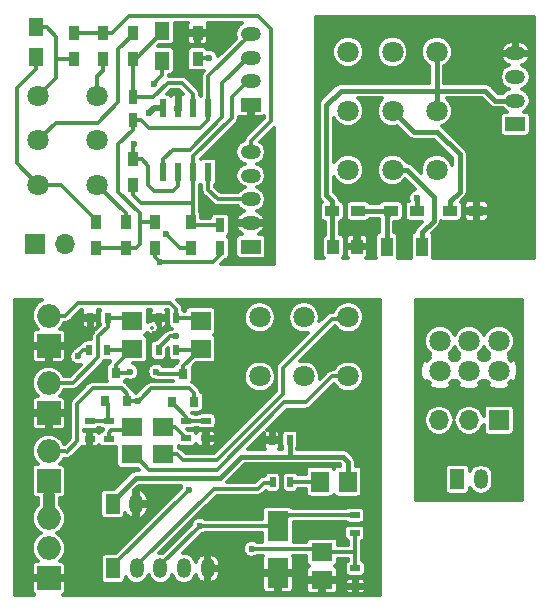
<source format=gtl>
%MOIN*%
%OFA0B0*%
%FSLAX46Y46*%
%IPPOS*%
%LPD*%
%ADD10C,0.0039370078740157488*%
%ADD11C,0.070866141732283464*%
%ADD12R,0.035433070866141732X0.047244094488188976*%
%ADD13R,0.066929133858267723X0.066929133858267723*%
%ADD14O,0.066929133858267723X0.066929133858267723*%
%ADD15R,0.023622047244094488X0.0610236220472441*%
%ADD16R,0.049212598425196853X0.059055118110236227*%
%ADD17R,0.029527559055118113X0.047244094488188976*%
%ADD18R,0.066929133858267723X0.047244094488188976*%
%ADD19O,0.066929133858267723X0.047244094488188976*%
%ADD20C,0.023622047244094488*%
%ADD21C,0.011811023622047244*%
%ADD22C,0.01968503937007874*%
%ADD33C,0.0039370078740157488*%
%ADD34C,0.070866141732283464*%
%ADD35R,0.047244094488188976X0.066929133858267723*%
%ADD36O,0.047244094488188976X0.066929133858267723*%
%ADD37O,0.0787X0.0787*%
%ADD38R,0.0787X0.0787*%
%ADD39R,0.035433070866141732X0.01968503937007874*%
%ADD40R,0.0709X0.061000000000000006*%
%ADD41R,0.061000000000000006X0.0709*%
%ADD42R,0.031496062992125991X0.035433070866141732*%
%ADD43R,0.01968503937007874X0.035433070866141732*%
%ADD44R,0.0709X0.0984*%
%ADD45C,0.023622047244094488*%
%ADD46C,0.011811023622047244*%
%ADD47C,0.01968503937007874*%
%ADD48C,0.03937007874015748*%
%ADD49C,0.015748031496062995*%
%ADD50C,0.0039370078740157488*%
%ADD51R,0.066929133858267723X0.047244094488188976*%
%ADD52O,0.066929133858267723X0.047244094488188976*%
%ADD53R,0.047244094488188976X0.035433070866141732*%
%ADD54C,0.070866141732283464*%
%ADD55R,0.03937007874015748X0.049212598425196853*%
%ADD56R,0.03937007874015748X0.062992125984251982*%
%ADD57C,0.023622047244094488*%
%ADD58C,0.015748031496062995*%
%ADD59C,0.011811023622047244*%
%ADD60C,0.0039370078740157488*%
%ADD61C,0.070866141732283464*%
%ADD62R,0.047244094488188976X0.066929133858267723*%
%ADD63O,0.047244094488188976X0.066929133858267723*%
%ADD64R,0.066929133858267723X0.066929133858267723*%
%ADD65O,0.066929133858267723X0.066929133858267723*%
%ADD66C,0.011811023622047244*%
G01G01*
D10*
D11*
X-0002795275Y-0004448818D02*
X0000098425Y0001683070D03*
X0000098425Y0001535433D03*
X0000098425Y0001387795D03*
X0000295275Y0001683070D03*
X0000295275Y0001535433D03*
X0000295275Y0001387795D03*
D12*
X0000606299Y0001177165D03*
X0000606299Y0001263779D03*
X0000488188Y0001177165D03*
X0000488188Y0001263779D03*
D13*
X0000088976Y0001188976D03*
D14*
X0000188976Y0001188976D03*
D12*
X0000389763Y0001177165D03*
X0000389763Y0001263779D03*
X0000291338Y0001177165D03*
X0000291338Y0001263779D03*
D15*
X0000665551Y0001641732D03*
X0000615551Y0001641732D03*
X0000565551Y0001641732D03*
X0000515551Y0001641732D03*
X0000515551Y0001429133D03*
X0000565551Y0001429133D03*
X0000615551Y0001429133D03*
X0000665551Y0001429133D03*
D12*
X0000413385Y0001893700D03*
X0000413385Y0001807086D03*
X0000216535Y0001807086D03*
X0000216535Y0001893700D03*
D16*
X0000511811Y0001801181D03*
X0000511811Y0001899606D03*
D12*
X0000314960Y0001807086D03*
X0000314960Y0001893700D03*
X0000413385Y0001385826D03*
X0000413385Y0001472440D03*
X0000629921Y0001807086D03*
X0000629921Y0001893700D03*
D16*
X0000090551Y0001812992D03*
X0000090551Y0001911417D03*
D17*
X0000704724Y0001251968D03*
X0000704724Y0001177165D03*
X0000413385Y0001604330D03*
X0000413385Y0001679133D03*
D18*
X0000807086Y0001181102D03*
D19*
X0000807086Y0001259842D03*
X0000807086Y0001338582D03*
X0000807086Y0001417322D03*
X0000807086Y0001496062D03*
D18*
X0000807086Y0001653543D03*
D19*
X0000807086Y0001732283D03*
X0000807086Y0001811023D03*
X0000807086Y0001889763D03*
D20*
X0000468503Y0001625984D03*
X0000484251Y0001724409D03*
X0000586614Y0001893700D03*
X0000562992Y0001696850D03*
X0000669291Y0001811023D03*
X0000417322Y0001523622D03*
X0000503937Y0001129921D03*
X0000523621Y0001224409D03*
D21*
X0000807086Y0001338582D02*
X0000696850Y0001338582D01*
X0000696850Y0001338582D02*
X0000665551Y0001369881D01*
X0000665551Y0001369881D02*
X0000665551Y0001429133D01*
X0000665551Y0001410433D02*
X0000665551Y0001429133D01*
D22*
X0000468503Y0001626181D02*
X0000468503Y0001625984D01*
X0000484055Y0001641732D02*
X0000468503Y0001626181D01*
X0000515551Y0001641732D02*
X0000484055Y0001641732D01*
D21*
X0000807086Y0001732283D02*
X0000797244Y0001732283D01*
X0000797244Y0001732283D02*
X0000744094Y0001679133D01*
X0000744094Y0001679133D02*
X0000744094Y0001610236D01*
X0000744094Y0001610236D02*
X0000615551Y0001481692D01*
X0000615551Y0001481692D02*
X0000615551Y0001429133D01*
X0000615551Y0001429133D02*
X0000615551Y0001326771D01*
X0000615551Y0001326771D02*
X0000615551Y0001273031D01*
X0000513779Y0001326771D02*
X0000615551Y0001326771D01*
X0000615551Y0001273031D02*
X0000606299Y0001263779D01*
X0000513779Y0001326771D02*
X0000440944Y0001326771D01*
X0000440944Y0001326771D02*
X0000413385Y0001354330D01*
X0000413385Y0001354330D02*
X0000413385Y0001385826D01*
X0000704724Y0001251968D02*
X0000618110Y0001251968D01*
X0000618110Y0001251968D02*
X0000606299Y0001263779D01*
X0000496062Y0001736220D02*
X0000484251Y0001724409D01*
X0000511811Y0001751968D02*
X0000496062Y0001736220D01*
X0000511811Y0001801181D02*
X0000511811Y0001751968D01*
X0000511811Y0001899606D02*
X0000511811Y0001894685D01*
X0000511811Y0001894685D02*
X0000424212Y0001807086D01*
X0000424212Y0001807086D02*
X0000413385Y0001807086D01*
X0000615551Y0001684055D02*
X0000615551Y0001641732D01*
X0000413385Y0001679133D02*
X0000482677Y0001679133D01*
X0000482677Y0001679133D02*
X0000529921Y0001726377D01*
X0000529921Y0001726377D02*
X0000577165Y0001726377D01*
X0000577165Y0001726377D02*
X0000615551Y0001687992D01*
X0000615551Y0001687992D02*
X0000615551Y0001684055D01*
X0000413385Y0001807086D02*
X0000413385Y0001679133D01*
X0000413385Y0001807086D02*
X0000413385Y0001812992D01*
X0000665551Y0001748228D02*
X0000807086Y0001889763D01*
X0000665551Y0001641732D02*
X0000665551Y0001748228D01*
X0000437007Y0001263779D02*
X0000437007Y0001291338D01*
X0000366141Y0001521653D02*
X0000413385Y0001568897D01*
X0000437007Y0001291338D02*
X0000366141Y0001362204D01*
X0000366141Y0001362204D02*
X0000366141Y0001521653D01*
X0000413385Y0001568897D02*
X0000413385Y0001604330D01*
X0000488188Y0001263779D02*
X0000458661Y0001263779D01*
X0000389763Y0001177165D02*
X0000291338Y0001177165D01*
X0000437007Y0001188976D02*
X0000425196Y0001177165D01*
X0000425196Y0001177165D02*
X0000389763Y0001177165D01*
X0000437007Y0001263779D02*
X0000437007Y0001188976D01*
X0000488188Y0001263779D02*
X0000437007Y0001263779D01*
X0000413385Y0001604330D02*
X0000439960Y0001604330D01*
X0000439960Y0001604330D02*
X0000469488Y0001574803D01*
X0000469488Y0001574803D02*
X0000637795Y0001574803D01*
X0000637795Y0001574803D02*
X0000665551Y0001602559D01*
X0000665551Y0001602559D02*
X0000665551Y0001641732D01*
X0000157480Y0001880905D02*
X0000157480Y0001807086D01*
X0000157480Y0001807086D02*
X0000157480Y0001742125D01*
X0000216535Y0001807086D02*
X0000187007Y0001807086D01*
X0000187007Y0001807086D02*
X0000157480Y0001807086D01*
X0000157480Y0001742125D02*
X0000098425Y0001683070D01*
X0000090551Y0001911417D02*
X0000126968Y0001911417D01*
X0000126968Y0001911417D02*
X0000157480Y0001880905D01*
X0000090551Y0001812992D02*
X0000090551Y0001771653D01*
X0000090551Y0001771653D02*
X0000027559Y0001708661D01*
X0000027559Y0001708661D02*
X0000027559Y0001458661D01*
X0000027559Y0001458661D02*
X0000098425Y0001387795D01*
X0000098425Y0001387795D02*
X0000173228Y0001387795D01*
X0000173228Y0001387795D02*
X0000291338Y0001269685D01*
X0000291338Y0001269685D02*
X0000291338Y0001263779D01*
X0000629921Y0001893700D02*
X0000586614Y0001893700D01*
X0000565551Y0001694291D02*
X0000562992Y0001696850D01*
X0000565551Y0001641732D02*
X0000565551Y0001694291D01*
X0000807086Y0001496062D02*
X0000807086Y0001531496D01*
X0000807086Y0001531496D02*
X0000874015Y0001598425D01*
X0000874015Y0001598425D02*
X0000874015Y0001905511D01*
X0000874015Y0001905511D02*
X0000830708Y0001948818D01*
X0000830708Y0001948818D02*
X0000399606Y0001948818D01*
X0000399606Y0001948818D02*
X0000344488Y0001893700D01*
X0000344488Y0001893700D02*
X0000314960Y0001893700D01*
X0000314960Y0001893700D02*
X0000216535Y0001893700D01*
X0000807086Y0001811023D02*
X0000797244Y0001811023D01*
X0000797244Y0001811023D02*
X0000712598Y0001726377D01*
X0000712598Y0001726377D02*
X0000712598Y0001612147D01*
X0000629921Y0001807086D02*
X0000633858Y0001811023D01*
X0000633858Y0001811023D02*
X0000669291Y0001811023D01*
X0000515551Y0001429133D02*
X0000515551Y0001472244D01*
X0000515551Y0001472244D02*
X0000547244Y0001503936D01*
X0000547244Y0001503936D02*
X0000604388Y0001503936D01*
X0000604388Y0001503936D02*
X0000712598Y0001612147D01*
X0000098425Y0001535433D02*
X0000157480Y0001594488D01*
X0000157480Y0001594488D02*
X0000299212Y0001594488D01*
X0000299212Y0001594488D02*
X0000366141Y0001661417D01*
X0000366141Y0001661417D02*
X0000366141Y0001840551D01*
X0000366141Y0001840551D02*
X0000413385Y0001887795D01*
X0000413385Y0001887795D02*
X0000413385Y0001893700D01*
X0000295275Y0001387795D02*
X0000389763Y0001293307D01*
X0000389763Y0001293307D02*
X0000389763Y0001263779D01*
X0000314960Y0001767716D02*
X0000295275Y0001748031D01*
X0000295275Y0001748031D02*
X0000295275Y0001683070D01*
X0000314960Y0001807086D02*
X0000314960Y0001767716D01*
X0000413385Y0001519685D02*
X0000417322Y0001523622D01*
X0000413385Y0001472440D02*
X0000413385Y0001519685D01*
X0000413385Y0001472440D02*
X0000442913Y0001472440D01*
X0000442913Y0001472440D02*
X0000464566Y0001450787D01*
X0000464566Y0001385826D02*
X0000484251Y0001366141D01*
X0000464566Y0001450787D02*
X0000464566Y0001385826D01*
X0000484251Y0001366141D02*
X0000547244Y0001366141D01*
X0000565551Y0001384448D02*
X0000565551Y0001429133D01*
X0000547244Y0001366141D02*
X0000565551Y0001384448D01*
X0000704724Y0001177165D02*
X0000704724Y0001153543D01*
X0000704724Y0001153543D02*
X0000681102Y0001129921D01*
X0000681102Y0001129921D02*
X0000503937Y0001129921D01*
X0000503937Y0001129921D02*
X0000488188Y0001145669D01*
X0000488188Y0001145669D02*
X0000488188Y0001177165D01*
X0000535432Y0001212598D02*
X0000523621Y0001224409D01*
X0000606299Y0001177165D02*
X0000570865Y0001177165D01*
X0000570865Y0001177165D02*
X0000535432Y0001212598D01*
G36*
X0000639957Y0001385673D02*
X0000640504Y0001386474D01*
X0000640792Y0001386026D01*
X0000641929Y0001385249D01*
X0000641929Y0001369881D01*
X0000643727Y0001360842D01*
X0000648847Y0001353178D01*
X0000680147Y0001321879D01*
X0000687810Y0001316758D01*
X0000696850Y0001314960D01*
X0000763262Y0001314960D01*
X0000767010Y0001309351D01*
X0000780421Y0001300390D01*
X0000786004Y0001299280D01*
X0000778855Y0001297385D01*
X0000765888Y0001287490D01*
X0000757757Y0001272075D01*
X0000760810Y0001265748D01*
X0000801181Y0001265748D01*
X0000801181Y0001266535D01*
X0000812992Y0001266535D01*
X0000812992Y0001265748D01*
X0000853363Y0001265748D01*
X0000856416Y0001272075D01*
X0000848285Y0001287490D01*
X0000835317Y0001297385D01*
X0000828168Y0001299280D01*
X0000833751Y0001300390D01*
X0000847162Y0001309351D01*
X0000856123Y0001322763D01*
X0000859270Y0001338582D01*
X0000856123Y0001354402D01*
X0000847162Y0001367813D01*
X0000833751Y0001376774D01*
X0000827828Y0001377952D01*
X0000833751Y0001379130D01*
X0000847162Y0001388092D01*
X0000856123Y0001401503D01*
X0000859270Y0001417322D01*
X0000856123Y0001433142D01*
X0000847162Y0001446553D01*
X0000833751Y0001455514D01*
X0000827828Y0001456692D01*
X0000833751Y0001457871D01*
X0000847162Y0001466832D01*
X0000856123Y0001480243D01*
X0000859270Y0001496062D01*
X0000856123Y0001511882D01*
X0000847162Y0001525293D01*
X0000839446Y0001530449D01*
X0000884842Y0001575845D01*
X0000884842Y0001123031D01*
X0000773622Y0001123031D01*
X0000773622Y0001139416D01*
X0000840551Y0001139416D01*
X0000847116Y0001140652D01*
X0000853146Y0001144532D01*
X0000857191Y0001150452D01*
X0000858614Y0001157480D01*
X0000858614Y0001204724D01*
X0000857379Y0001211289D01*
X0000853499Y0001217319D01*
X0000847578Y0001221364D01*
X0000840551Y0001222788D01*
X0000835957Y0001222788D01*
X0000848285Y0001232194D01*
X0000856416Y0001247609D01*
X0000853363Y0001253936D01*
X0000812992Y0001253936D01*
X0000812992Y0001253149D01*
X0000801181Y0001253149D01*
X0000801181Y0001253936D01*
X0000760810Y0001253936D01*
X0000757757Y0001247609D01*
X0000765888Y0001232194D01*
X0000778215Y0001222788D01*
X0000773622Y0001222788D01*
X0000767056Y0001221552D01*
X0000761026Y0001217672D01*
X0000756981Y0001211752D01*
X0000755558Y0001204724D01*
X0000755558Y0001157480D01*
X0000756793Y0001150914D01*
X0000760673Y0001144885D01*
X0000766594Y0001140839D01*
X0000773622Y0001139416D01*
X0000773622Y0001123031D01*
X0000707619Y0001123031D01*
X0000720201Y0001135613D01*
X0000726053Y0001136715D01*
X0000732083Y0001140595D01*
X0000736128Y0001146515D01*
X0000737551Y0001153543D01*
X0000737551Y0001200787D01*
X0000736316Y0001207352D01*
X0000732436Y0001213382D01*
X0000730745Y0001214537D01*
X0000732083Y0001215398D01*
X0000736128Y0001221318D01*
X0000737551Y0001228346D01*
X0000737551Y0001275590D01*
X0000736316Y0001282155D01*
X0000732436Y0001288185D01*
X0000726515Y0001292230D01*
X0000719488Y0001293654D01*
X0000689960Y0001293654D01*
X0000683395Y0001292418D01*
X0000677365Y0001288538D01*
X0000673320Y0001282618D01*
X0000671897Y0001275590D01*
X0000642079Y0001275590D01*
X0000642079Y0001287401D01*
X0000640844Y0001293966D01*
X0000639173Y0001296563D01*
X0000639173Y0001385169D01*
X0000639957Y0001385673D01*
X0000639957Y0001385673D01*
G37*
X0000639957Y0001385673D02*
X0000640504Y0001386474D01*
X0000640792Y0001386026D01*
X0000641929Y0001385249D01*
X0000641929Y0001369881D01*
X0000643727Y0001360842D01*
X0000648847Y0001353178D01*
X0000680147Y0001321879D01*
X0000687810Y0001316758D01*
X0000696850Y0001314960D01*
X0000763262Y0001314960D01*
X0000767010Y0001309351D01*
X0000780421Y0001300390D01*
X0000786004Y0001299280D01*
X0000778855Y0001297385D01*
X0000765888Y0001287490D01*
X0000757757Y0001272075D01*
X0000760810Y0001265748D01*
X0000801181Y0001265748D01*
X0000801181Y0001266535D01*
X0000812992Y0001266535D01*
X0000812992Y0001265748D01*
X0000853363Y0001265748D01*
X0000856416Y0001272075D01*
X0000848285Y0001287490D01*
X0000835317Y0001297385D01*
X0000828168Y0001299280D01*
X0000833751Y0001300390D01*
X0000847162Y0001309351D01*
X0000856123Y0001322763D01*
X0000859270Y0001338582D01*
X0000856123Y0001354402D01*
X0000847162Y0001367813D01*
X0000833751Y0001376774D01*
X0000827828Y0001377952D01*
X0000833751Y0001379130D01*
X0000847162Y0001388092D01*
X0000856123Y0001401503D01*
X0000859270Y0001417322D01*
X0000856123Y0001433142D01*
X0000847162Y0001446553D01*
X0000833751Y0001455514D01*
X0000827828Y0001456692D01*
X0000833751Y0001457871D01*
X0000847162Y0001466832D01*
X0000856123Y0001480243D01*
X0000859270Y0001496062D01*
X0000856123Y0001511882D01*
X0000847162Y0001525293D01*
X0000839446Y0001530449D01*
X0000884842Y0001575845D01*
X0000884842Y0001123031D01*
X0000773622Y0001123031D01*
X0000773622Y0001139416D01*
X0000840551Y0001139416D01*
X0000847116Y0001140652D01*
X0000853146Y0001144532D01*
X0000857191Y0001150452D01*
X0000858614Y0001157480D01*
X0000858614Y0001204724D01*
X0000857379Y0001211289D01*
X0000853499Y0001217319D01*
X0000847578Y0001221364D01*
X0000840551Y0001222788D01*
X0000835957Y0001222788D01*
X0000848285Y0001232194D01*
X0000856416Y0001247609D01*
X0000853363Y0001253936D01*
X0000812992Y0001253936D01*
X0000812992Y0001253149D01*
X0000801181Y0001253149D01*
X0000801181Y0001253936D01*
X0000760810Y0001253936D01*
X0000757757Y0001247609D01*
X0000765888Y0001232194D01*
X0000778215Y0001222788D01*
X0000773622Y0001222788D01*
X0000767056Y0001221552D01*
X0000761026Y0001217672D01*
X0000756981Y0001211752D01*
X0000755558Y0001204724D01*
X0000755558Y0001157480D01*
X0000756793Y0001150914D01*
X0000760673Y0001144885D01*
X0000766594Y0001140839D01*
X0000773622Y0001139416D01*
X0000773622Y0001123031D01*
X0000707619Y0001123031D01*
X0000720201Y0001135613D01*
X0000726053Y0001136715D01*
X0000732083Y0001140595D01*
X0000736128Y0001146515D01*
X0000737551Y0001153543D01*
X0000737551Y0001200787D01*
X0000736316Y0001207352D01*
X0000732436Y0001213382D01*
X0000730745Y0001214537D01*
X0000732083Y0001215398D01*
X0000736128Y0001221318D01*
X0000737551Y0001228346D01*
X0000737551Y0001275590D01*
X0000736316Y0001282155D01*
X0000732436Y0001288185D01*
X0000726515Y0001292230D01*
X0000719488Y0001293654D01*
X0000689960Y0001293654D01*
X0000683395Y0001292418D01*
X0000677365Y0001288538D01*
X0000673320Y0001282618D01*
X0000671897Y0001275590D01*
X0000642079Y0001275590D01*
X0000642079Y0001287401D01*
X0000640844Y0001293966D01*
X0000639173Y0001296563D01*
X0000639173Y0001385169D01*
X0000639957Y0001385673D01*
G36*
X0000760797Y0001593532D02*
X0000765918Y0001601196D01*
X0000767716Y0001610236D01*
X0000767716Y0001613191D01*
X0000770098Y0001612204D01*
X0000796751Y0001612204D01*
X0000801181Y0001616633D01*
X0000801181Y0001647637D01*
X0000800393Y0001647637D01*
X0000800393Y0001659448D01*
X0000801181Y0001659448D01*
X0000801181Y0001660236D01*
X0000812992Y0001660236D01*
X0000812992Y0001659448D01*
X0000813779Y0001659448D01*
X0000813779Y0001647637D01*
X0000812992Y0001647637D01*
X0000812992Y0001616633D01*
X0000817421Y0001612204D01*
X0000844075Y0001612204D01*
X0000850393Y0001614821D01*
X0000850393Y0001608209D01*
X0000790383Y0001548199D01*
X0000785262Y0001540535D01*
X0000784161Y0001534998D01*
X0000780421Y0001534254D01*
X0000767010Y0001525293D01*
X0000758049Y0001511882D01*
X0000754902Y0001496062D01*
X0000758049Y0001480243D01*
X0000767010Y0001466832D01*
X0000780421Y0001457871D01*
X0000786344Y0001456692D01*
X0000780421Y0001455514D01*
X0000767010Y0001446553D01*
X0000758049Y0001433142D01*
X0000754902Y0001417322D01*
X0000758049Y0001401503D01*
X0000767010Y0001388092D01*
X0000780421Y0001379130D01*
X0000786344Y0001377952D01*
X0000780421Y0001376774D01*
X0000767010Y0001367813D01*
X0000763262Y0001362204D01*
X0000706634Y0001362204D01*
X0000689173Y0001379666D01*
X0000689173Y0001385169D01*
X0000689957Y0001385673D01*
X0000694002Y0001391594D01*
X0000695425Y0001398622D01*
X0000695425Y0001459645D01*
X0000694190Y0001466211D01*
X0000690310Y0001472240D01*
X0000684389Y0001476286D01*
X0000677362Y0001477709D01*
X0000653740Y0001477709D01*
X0000647174Y0001476473D01*
X0000641144Y0001472593D01*
X0000640598Y0001471793D01*
X0000640310Y0001472240D01*
X0000639832Y0001472567D01*
X0000760797Y0001593532D01*
X0000760797Y0001593532D01*
G37*
X0000760797Y0001593532D02*
X0000765918Y0001601196D01*
X0000767716Y0001610236D01*
X0000767716Y0001613191D01*
X0000770098Y0001612204D01*
X0000796751Y0001612204D01*
X0000801181Y0001616633D01*
X0000801181Y0001647637D01*
X0000800393Y0001647637D01*
X0000800393Y0001659448D01*
X0000801181Y0001659448D01*
X0000801181Y0001660236D01*
X0000812992Y0001660236D01*
X0000812992Y0001659448D01*
X0000813779Y0001659448D01*
X0000813779Y0001647637D01*
X0000812992Y0001647637D01*
X0000812992Y0001616633D01*
X0000817421Y0001612204D01*
X0000844075Y0001612204D01*
X0000850393Y0001614821D01*
X0000850393Y0001608209D01*
X0000790383Y0001548199D01*
X0000785262Y0001540535D01*
X0000784161Y0001534998D01*
X0000780421Y0001534254D01*
X0000767010Y0001525293D01*
X0000758049Y0001511882D01*
X0000754902Y0001496062D01*
X0000758049Y0001480243D01*
X0000767010Y0001466832D01*
X0000780421Y0001457871D01*
X0000786344Y0001456692D01*
X0000780421Y0001455514D01*
X0000767010Y0001446553D01*
X0000758049Y0001433142D01*
X0000754902Y0001417322D01*
X0000758049Y0001401503D01*
X0000767010Y0001388092D01*
X0000780421Y0001379130D01*
X0000786344Y0001377952D01*
X0000780421Y0001376774D01*
X0000767010Y0001367813D01*
X0000763262Y0001362204D01*
X0000706634Y0001362204D01*
X0000689173Y0001379666D01*
X0000689173Y0001385169D01*
X0000689957Y0001385673D01*
X0000694002Y0001391594D01*
X0000695425Y0001398622D01*
X0000695425Y0001459645D01*
X0000694190Y0001466211D01*
X0000690310Y0001472240D01*
X0000684389Y0001476286D01*
X0000677362Y0001477709D01*
X0000653740Y0001477709D01*
X0000647174Y0001476473D01*
X0000641144Y0001472593D01*
X0000640598Y0001471793D01*
X0000640310Y0001472240D01*
X0000639832Y0001472567D01*
X0000760797Y0001593532D01*
G36*
X0000502547Y0001852015D02*
X0000536417Y0001852015D01*
X0000542982Y0001853250D01*
X0000549012Y0001857130D01*
X0000553057Y0001863050D01*
X0000554480Y0001870078D01*
X0000554480Y0001925196D01*
X0000596290Y0001925196D01*
X0000594488Y0001920846D01*
X0000594488Y0001904035D01*
X0000598917Y0001899606D01*
X0000624015Y0001899606D01*
X0000624015Y0001900393D01*
X0000635826Y0001900393D01*
X0000635826Y0001899606D01*
X0000660925Y0001899606D01*
X0000665354Y0001904035D01*
X0000665354Y0001920846D01*
X0000663552Y0001925196D01*
X0000776292Y0001925196D01*
X0000767010Y0001918994D01*
X0000758049Y0001905583D01*
X0000754902Y0001889763D01*
X0000758018Y0001874101D01*
X0000698822Y0001814906D01*
X0000698824Y0001816871D01*
X0000694338Y0001827727D01*
X0000686039Y0001836041D01*
X0000675190Y0001840545D01*
X0000663443Y0001840556D01*
X0000662582Y0001840200D01*
X0000660585Y0001843303D01*
X0000654665Y0001847349D01*
X0000647637Y0001848772D01*
X0000640255Y0001848772D01*
X0000640255Y0001852362D01*
X0000651161Y0001852362D01*
X0000657673Y0001855059D01*
X0000662657Y0001860043D01*
X0000665354Y0001866554D01*
X0000665354Y0001883366D01*
X0000660925Y0001887795D01*
X0000635826Y0001887795D01*
X0000635826Y0001856791D01*
X0000640255Y0001852362D01*
X0000640255Y0001848772D01*
X0000612204Y0001848772D01*
X0000608680Y0001848109D01*
X0000608680Y0001852362D01*
X0000619586Y0001852362D01*
X0000624015Y0001856791D01*
X0000624015Y0001887795D01*
X0000598917Y0001887795D01*
X0000594488Y0001883366D01*
X0000594488Y0001866554D01*
X0000597185Y0001860043D01*
X0000602169Y0001855059D01*
X0000608680Y0001852362D01*
X0000608680Y0001848109D01*
X0000605639Y0001847536D01*
X0000599609Y0001843656D01*
X0000595564Y0001837736D01*
X0000594141Y0001830708D01*
X0000594141Y0001783464D01*
X0000595376Y0001776899D01*
X0000599256Y0001770869D01*
X0000605176Y0001766824D01*
X0000612204Y0001765400D01*
X0000647637Y0001765400D01*
X0000649706Y0001765790D01*
X0000648847Y0001764931D01*
X0000643727Y0001757268D01*
X0000641929Y0001748228D01*
X0000641929Y0001685696D01*
X0000641144Y0001685192D01*
X0000640598Y0001684392D01*
X0000640310Y0001684839D01*
X0000639173Y0001685616D01*
X0000639173Y0001687992D01*
X0000637375Y0001697032D01*
X0000632254Y0001704695D01*
X0000593868Y0001743081D01*
X0000586205Y0001748201D01*
X0000577165Y0001750000D01*
X0000535041Y0001750000D01*
X0000535433Y0001751968D01*
X0000535433Y0001753589D01*
X0000536417Y0001753589D01*
X0000542982Y0001754825D01*
X0000549012Y0001758705D01*
X0000553057Y0001764625D01*
X0000554480Y0001771653D01*
X0000554480Y0001830708D01*
X0000553245Y0001837274D01*
X0000549365Y0001843303D01*
X0000543445Y0001847349D01*
X0000536417Y0001848772D01*
X0000499304Y0001848772D01*
X0000502547Y0001852015D01*
X0000502547Y0001852015D01*
G37*
X0000502547Y0001852015D02*
X0000536417Y0001852015D01*
X0000542982Y0001853250D01*
X0000549012Y0001857130D01*
X0000553057Y0001863050D01*
X0000554480Y0001870078D01*
X0000554480Y0001925196D01*
X0000596290Y0001925196D01*
X0000594488Y0001920846D01*
X0000594488Y0001904035D01*
X0000598917Y0001899606D01*
X0000624015Y0001899606D01*
X0000624015Y0001900393D01*
X0000635826Y0001900393D01*
X0000635826Y0001899606D01*
X0000660925Y0001899606D01*
X0000665354Y0001904035D01*
X0000665354Y0001920846D01*
X0000663552Y0001925196D01*
X0000776292Y0001925196D01*
X0000767010Y0001918994D01*
X0000758049Y0001905583D01*
X0000754902Y0001889763D01*
X0000758018Y0001874101D01*
X0000698822Y0001814906D01*
X0000698824Y0001816871D01*
X0000694338Y0001827727D01*
X0000686039Y0001836041D01*
X0000675190Y0001840545D01*
X0000663443Y0001840556D01*
X0000662582Y0001840200D01*
X0000660585Y0001843303D01*
X0000654665Y0001847349D01*
X0000647637Y0001848772D01*
X0000640255Y0001848772D01*
X0000640255Y0001852362D01*
X0000651161Y0001852362D01*
X0000657673Y0001855059D01*
X0000662657Y0001860043D01*
X0000665354Y0001866554D01*
X0000665354Y0001883366D01*
X0000660925Y0001887795D01*
X0000635826Y0001887795D01*
X0000635826Y0001856791D01*
X0000640255Y0001852362D01*
X0000640255Y0001848772D01*
X0000612204Y0001848772D01*
X0000608680Y0001848109D01*
X0000608680Y0001852362D01*
X0000619586Y0001852362D01*
X0000624015Y0001856791D01*
X0000624015Y0001887795D01*
X0000598917Y0001887795D01*
X0000594488Y0001883366D01*
X0000594488Y0001866554D01*
X0000597185Y0001860043D01*
X0000602169Y0001855059D01*
X0000608680Y0001852362D01*
X0000608680Y0001848109D01*
X0000605639Y0001847536D01*
X0000599609Y0001843656D01*
X0000595564Y0001837736D01*
X0000594141Y0001830708D01*
X0000594141Y0001783464D01*
X0000595376Y0001776899D01*
X0000599256Y0001770869D01*
X0000605176Y0001766824D01*
X0000612204Y0001765400D01*
X0000647637Y0001765400D01*
X0000649706Y0001765790D01*
X0000648847Y0001764931D01*
X0000643727Y0001757268D01*
X0000641929Y0001748228D01*
X0000641929Y0001685696D01*
X0000641144Y0001685192D01*
X0000640598Y0001684392D01*
X0000640310Y0001684839D01*
X0000639173Y0001685616D01*
X0000639173Y0001687992D01*
X0000637375Y0001697032D01*
X0000632254Y0001704695D01*
X0000593868Y0001743081D01*
X0000586205Y0001748201D01*
X0000577165Y0001750000D01*
X0000535041Y0001750000D01*
X0000535433Y0001751968D01*
X0000535433Y0001753589D01*
X0000536417Y0001753589D01*
X0000542982Y0001754825D01*
X0000549012Y0001758705D01*
X0000553057Y0001764625D01*
X0000554480Y0001771653D01*
X0000554480Y0001830708D01*
X0000553245Y0001837274D01*
X0000549365Y0001843303D01*
X0000543445Y0001847349D01*
X0000536417Y0001848772D01*
X0000499304Y0001848772D01*
X0000502547Y0001852015D01*
G36*
X0000539706Y0001702755D02*
X0000567380Y0001702755D01*
X0000580176Y0001689960D01*
X0000575885Y0001689960D01*
X0000571456Y0001685531D01*
X0000571456Y0001647637D01*
X0000572244Y0001647637D01*
X0000572244Y0001635826D01*
X0000571456Y0001635826D01*
X0000571456Y0001635039D01*
X0000559645Y0001635039D01*
X0000559645Y0001635826D01*
X0000558858Y0001635826D01*
X0000558858Y0001647637D01*
X0000559645Y0001647637D01*
X0000559645Y0001685531D01*
X0000555216Y0001689960D01*
X0000550216Y0001689960D01*
X0000543704Y0001687263D01*
X0000540690Y0001684249D01*
X0000540310Y0001684839D01*
X0000534389Y0001688884D01*
X0000527362Y0001690307D01*
X0000527257Y0001690307D01*
X0000539706Y0001702755D01*
X0000539706Y0001702755D01*
G37*
X0000539706Y0001702755D02*
X0000567380Y0001702755D01*
X0000580176Y0001689960D01*
X0000575885Y0001689960D01*
X0000571456Y0001685531D01*
X0000571456Y0001647637D01*
X0000572244Y0001647637D01*
X0000572244Y0001635826D01*
X0000571456Y0001635826D01*
X0000571456Y0001635039D01*
X0000559645Y0001635039D01*
X0000559645Y0001635826D01*
X0000558858Y0001635826D01*
X0000558858Y0001647637D01*
X0000559645Y0001647637D01*
X0000559645Y0001685531D01*
X0000555216Y0001689960D01*
X0000550216Y0001689960D01*
X0000543704Y0001687263D01*
X0000540690Y0001684249D01*
X0000540310Y0001684839D01*
X0000534389Y0001688884D01*
X0000527362Y0001690307D01*
X0000527257Y0001690307D01*
X0000539706Y0001702755D01*
G04 next file*
G04 #@! TF.FileFunction,Copper,L1,Top,Signal*
G04 Gerber Fmt 4.6, Leading zero omitted, Abs format (unit mm)*
G04 Created by KiCad (PCBNEW 4.0.4-1.fc24-product) date Tue Jun  5 14:17:38 2018*
G01G01*
G04 APERTURE LIST*
G04 APERTURE END LIST*
D33*
D34*
X-0004921259Y0004094488D02*
X0001131889Y0000944881D03*
X0000984251Y0000944881D03*
X0000836614Y0000944881D03*
X0001131889Y0000748031D03*
X0000984251Y0000748031D03*
X0000836614Y0000748031D03*
D35*
X0000348425Y0000108267D03*
D36*
X0000427165Y0000108267D03*
X0000505905Y0000108267D03*
X0000584645Y0000108267D03*
X0000663385Y0000108267D03*
D37*
X0000133858Y0000499606D03*
D38*
X0000133858Y0000399606D03*
D37*
X0000134056Y0000725439D03*
D38*
X0000134056Y0000625439D03*
D37*
X0000133858Y0000275590D03*
D38*
X0000133858Y0000075590D03*
D37*
X0000133858Y0000175590D03*
D39*
X0001153543Y0000285433D03*
X0001153543Y0000226377D03*
D37*
X0000133858Y0000950393D03*
D38*
X0000133858Y0000850393D03*
D40*
X0000639527Y0000840697D03*
X0000639527Y0000933297D03*
X0000411180Y0000840697D03*
X0000411180Y0000933297D03*
X0000515511Y0000580708D03*
X0000515511Y0000488108D03*
X0000411417Y0000580708D03*
X0000411417Y0000488108D03*
X0001045275Y0000162441D03*
X0001045275Y0000069841D03*
D41*
X0001038345Y0000397637D03*
X0001130945Y0000397637D03*
D42*
X0000543307Y0000663385D03*
X0000618110Y0000663385D03*
X0000580708Y0000757874D03*
X0000320866Y0000665354D03*
X0000395669Y0000665354D03*
X0000358267Y0000759842D03*
D43*
X0000558818Y0000942115D03*
X0000499763Y0000942115D03*
X0000330472Y0000942115D03*
X0000271417Y0000942115D03*
X0000558818Y0000835816D03*
X0000499763Y0000835816D03*
X0000328503Y0000835816D03*
X0000269448Y0000835816D03*
D39*
X0001155511Y0000108267D03*
X0001155511Y0000049212D03*
D43*
X0000938976Y0000395669D03*
X0000879921Y0000395669D03*
D44*
X0000897637Y0000249919D03*
X0000897637Y0000092519D03*
D39*
X0000657480Y0000600393D03*
X0000657480Y0000541338D03*
X0000269685Y0000598425D03*
X0000269685Y0000539370D03*
X0000592519Y0000541338D03*
X0000592519Y0000600393D03*
X0000334645Y0000539370D03*
X0000334645Y0000598425D03*
D43*
X0000937007Y0000535433D03*
X0000877952Y0000535433D03*
D35*
X0000346456Y0000322834D03*
D36*
X0000425196Y0000322834D03*
D45*
X0000492126Y0000763779D03*
X0000405511Y0000763779D03*
X0000811023Y0000173228D03*
X0000488188Y0000889763D03*
X0000602362Y0000370078D03*
X0000559055Y0000881889D03*
X0000232283Y0000814960D03*
X0000637714Y0000249919D03*
X0000431102Y0000665354D03*
D46*
X0000476508Y0000910986D02*
X0000476377Y0000910856D01*
X0000498031Y0000757874D02*
X0000492126Y0000763779D01*
X0000580708Y0000757874D02*
X0000498031Y0000757874D01*
X0000558818Y0000835816D02*
X0000558818Y0000827942D01*
X0000580708Y0000757874D02*
X0000580708Y0000781879D01*
X0000580708Y0000781879D02*
X0000639527Y0000840697D01*
X0000558818Y0000835816D02*
X0000634646Y0000835816D01*
X0000634646Y0000835816D02*
X0000639527Y0000840697D01*
X0000401574Y0000759842D02*
X0000405511Y0000763779D01*
X0000358267Y0000759842D02*
X0000401574Y0000759842D01*
X0000358267Y0000759842D02*
X0000358267Y0000787784D01*
X0000358267Y0000787784D02*
X0000411180Y0000840697D01*
X0000328503Y0000835816D02*
X0000406299Y0000835816D01*
X0000406299Y0000835816D02*
X0000411180Y0000840697D01*
X0000515511Y0000580708D02*
X0000553149Y0000580708D01*
X0000553149Y0000580708D02*
X0000592519Y0000541338D01*
X0000515511Y0000488108D02*
X0000562772Y0000488108D01*
X0000562772Y0000488108D02*
X0000582377Y0000468503D01*
X0000582377Y0000468503D02*
X0000692913Y0000468503D01*
X0000913385Y0000775590D02*
X0001078740Y0000940944D01*
X0000692913Y0000468503D02*
X0000913385Y0000688976D01*
X0000913385Y0000688976D02*
X0000913385Y0000775590D01*
X0001078740Y0000940944D02*
X0001127952Y0000940944D01*
X0001127952Y0000940944D02*
X0001131889Y0000944881D01*
X0000342519Y0000568897D02*
X0000398581Y0000568897D01*
X0000398581Y0000568897D02*
X0000411417Y0000581733D01*
X0000334645Y0000539370D02*
X0000334645Y0000561023D01*
X0000334645Y0000561023D02*
X0000342519Y0000568897D01*
X0001045275Y0000162441D02*
X0001034488Y0000173228D01*
X0001034488Y0000173228D02*
X0000811023Y0000173228D01*
X0001042362Y0000165354D02*
X0001045275Y0000162441D01*
X0001155511Y0000108267D02*
X0001155511Y0000163385D01*
X0001092536Y0000162441D02*
X0001093480Y0000163385D01*
X0001155511Y0000163385D02*
X0001155511Y0000224409D01*
X0001045275Y0000162441D02*
X0001092536Y0000162441D01*
X0001093480Y0000163385D02*
X0001155511Y0000163385D01*
X0001155511Y0000224409D02*
X0001153543Y0000226377D01*
X0000499763Y0000942115D02*
X0000499763Y0000934241D01*
X0001038345Y0000397637D02*
X0000940944Y0000397637D01*
X0000940944Y0000397637D02*
X0000938976Y0000395669D01*
X0000134056Y0000725439D02*
X0000213391Y0000725439D01*
X0000213391Y0000725439D02*
X0000299212Y0000811260D01*
X0000299212Y0000811260D02*
X0000299212Y0000881328D01*
X0000299212Y0000881328D02*
X0000330472Y0000912588D01*
X0000330472Y0000912588D02*
X0000330472Y0000942115D01*
X0000330472Y0000934241D02*
X0000330472Y0000942115D01*
X0000330472Y0000942115D02*
X0000402362Y0000942115D01*
X0000402362Y0000942115D02*
X0000411180Y0000933297D01*
X0000133858Y0000950393D02*
X0000189507Y0000950393D01*
X0000189507Y0000950393D02*
X0000231239Y0000992125D01*
X0000231239Y0000992125D02*
X0000539370Y0000992125D01*
X0000539370Y0000992125D02*
X0000558818Y0000972677D01*
X0000558818Y0000972677D02*
X0000558818Y0000942115D01*
X0000558818Y0000942115D02*
X0000630709Y0000942115D01*
X0000630709Y0000942115D02*
X0000639527Y0000933297D01*
X0000348425Y0000118110D02*
X0000600393Y0000370078D01*
X0000348425Y0000108267D02*
X0000348425Y0000118110D01*
X0000600393Y0000370078D02*
X0000602362Y0000370078D01*
X0000542351Y0000881889D02*
X0000559055Y0000881889D01*
X0000537962Y0000881889D02*
X0000542351Y0000881889D01*
X0000499763Y0000843690D02*
X0000537962Y0000881889D01*
X0000499763Y0000835816D02*
X0000499763Y0000843690D01*
X0000232283Y0000820305D02*
X0000232283Y0000814960D01*
X0000247795Y0000835816D02*
X0000232283Y0000820305D01*
X0000269448Y0000835816D02*
X0000247795Y0000835816D01*
X0000505905Y0000108267D02*
X0000505905Y0000118110D01*
X0000505905Y0000118110D02*
X0000637714Y0000249919D01*
X0000637714Y0000249919D02*
X0000850376Y0000249919D01*
X0000850376Y0000249919D02*
X0000897637Y0000249919D01*
X0000133858Y0000499606D02*
X0000189370Y0000499606D01*
X0000189370Y0000499606D02*
X0000192913Y0000496062D01*
X0000279527Y0000708661D02*
X0000377952Y0000708661D01*
X0000192913Y0000496062D02*
X0000228346Y0000531496D01*
X0000228346Y0000531496D02*
X0000228346Y0000657480D01*
X0000228346Y0000657480D02*
X0000279527Y0000708661D01*
X0000377952Y0000708661D02*
X0000395669Y0000690944D01*
X0000395669Y0000690944D02*
X0000395669Y0000665354D01*
X0000618110Y0000663385D02*
X0000618110Y0000692913D01*
X0000442913Y0000677165D02*
X0000431102Y0000665354D01*
X0000618110Y0000692913D02*
X0000602362Y0000708661D01*
X0000602362Y0000708661D02*
X0000474409Y0000708661D01*
X0000474409Y0000708661D02*
X0000442913Y0000677165D01*
X0000395669Y0000665354D02*
X0000431102Y0000665354D01*
X0001153543Y0000285433D02*
X0000933151Y0000285433D01*
X0000933151Y0000285433D02*
X0000897637Y0000249919D01*
X0000879921Y0000395669D02*
X0000877952Y0000393700D01*
X0000877952Y0000393700D02*
X0000850393Y0000393700D01*
X0000830708Y0000374015D02*
X0000683070Y0000374015D01*
X0000850393Y0000393700D02*
X0000830708Y0000374015D01*
X0000683070Y0000374015D02*
X0000427165Y0000118110D01*
X0000427165Y0000118110D02*
X0000427165Y0000108267D01*
X0000592519Y0000600393D02*
X0000592519Y0000614173D01*
X0000592519Y0000614173D02*
X0000543307Y0000663385D01*
X0000592519Y0000600393D02*
X0000657480Y0000600393D01*
X0000320866Y0000665354D02*
X0000330708Y0000655511D01*
X0000330708Y0000655511D02*
X0000330708Y0000602362D01*
X0000330708Y0000602362D02*
X0000334645Y0000598425D01*
X0000269685Y0000598425D02*
X0000334645Y0000598425D01*
D47*
X0000133858Y0000399606D02*
X0000133858Y0000348445D01*
D48*
X0000133858Y0000348445D02*
X0000133858Y0000275590D01*
D46*
X0000411417Y0000488108D02*
X0000416367Y0000488108D01*
X0001078740Y0000748031D02*
X0001131889Y0000748031D01*
X0000416367Y0000488108D02*
X0000467467Y0000437008D01*
X0000467467Y0000437008D02*
X0000694824Y0000437008D01*
X0000694824Y0000437008D02*
X0000919233Y0000661417D01*
X0000919233Y0000661417D02*
X0000992125Y0000661417D01*
X0000992125Y0000661417D02*
X0001078740Y0000748031D01*
D49*
X0000346456Y0000332677D02*
X0000423228Y0000409448D01*
X0000775590Y0000480314D02*
X0000937007Y0000480314D01*
X0000423228Y0000409448D02*
X0000704724Y0000409448D01*
X0000704724Y0000409448D02*
X0000775590Y0000480314D01*
X0001114173Y0000480314D02*
X0000937007Y0000480314D01*
X0000937007Y0000480314D02*
X0000937007Y0000535433D01*
X0001114173Y0000480314D02*
X0001130945Y0000463542D01*
X0001130945Y0000463542D02*
X0001130945Y0000397637D01*
X0001143700Y0000410392D02*
X0001130945Y0000397637D01*
X0001130945Y0000397637D02*
X0001139763Y0000406455D01*
X0001130945Y0000392687D02*
X0001130945Y0000397637D01*
D46*
G36*
X0000102610Y0000998421D02*
X0000093930Y0000991442D01*
X0000086771Y0000982910D01*
X0000081406Y0000973150D01*
X0000078038Y0000962534D01*
X0000076797Y0000951466D01*
X0000076791Y0000950669D01*
X0000076791Y0000950117D01*
X0000077878Y0000939033D01*
X0000081097Y0000928371D01*
X0000086326Y0000918537D01*
X0000093365Y0000909906D01*
X0000096322Y0000907460D01*
X0000092763Y0000907460D01*
X0000089340Y0000906779D01*
X0000086116Y0000905443D01*
X0000083214Y0000903505D01*
X0000080746Y0000901037D01*
X0000078808Y0000898135D01*
X0000077472Y0000894911D01*
X0000076791Y0000891488D01*
X0000076791Y0000860728D01*
X0000081220Y0000856299D01*
X0000127952Y0000856299D01*
X0000127952Y0000857086D01*
X0000139763Y0000857086D01*
X0000139763Y0000856299D01*
X0000186495Y0000856299D01*
X0000190924Y0000860728D01*
X0000190924Y0000891488D01*
X0000190243Y0000894911D01*
X0000188908Y0000898135D01*
X0000186969Y0000901037D01*
X0000184501Y0000903505D01*
X0000181600Y0000905443D01*
X0000178375Y0000906779D01*
X0000174953Y0000907460D01*
X0000171441Y0000907460D01*
X0000173785Y0000909345D01*
X0000180944Y0000917876D01*
X0000185834Y0000926771D01*
X0000189507Y0000926771D01*
X0000191679Y0000926984D01*
X0000193852Y0000927174D01*
X0000193972Y0000927209D01*
X0000194095Y0000927221D01*
X0000196186Y0000927852D01*
X0000198280Y0000928460D01*
X0000198390Y0000928518D01*
X0000198509Y0000928554D01*
X0000200435Y0000929578D01*
X0000202373Y0000930582D01*
X0000202470Y0000930660D01*
X0000202579Y0000930718D01*
X0000203883Y0000931781D01*
X0000243857Y0000931781D01*
X0000243857Y0000922654D01*
X0000244538Y0000919231D01*
X0000245874Y0000916007D01*
X0000247813Y0000913105D01*
X0000250280Y0000910638D01*
X0000253182Y0000908699D01*
X0000256406Y0000907363D01*
X0000259829Y0000906682D01*
X0000262066Y0000906682D01*
X0000266495Y0000911112D01*
X0000266495Y0000936210D01*
X0000276338Y0000936210D01*
X0000276338Y0000911112D01*
X0000280767Y0000906682D01*
X0000283004Y0000906682D01*
X0000286427Y0000907363D01*
X0000289651Y0000908699D01*
X0000292553Y0000910638D01*
X0000295020Y0000913105D01*
X0000296959Y0000916007D01*
X0000298295Y0000919231D01*
X0000298976Y0000922654D01*
X0000298976Y0000931781D01*
X0000294546Y0000936210D01*
X0000276338Y0000936210D01*
X0000266495Y0000936210D01*
X0000248287Y0000936210D01*
X0000243857Y0000931781D01*
X0000203883Y0000931781D01*
X0000204269Y0000932096D01*
X0000205976Y0000933458D01*
X0000206148Y0000933629D01*
X0000206152Y0000933632D01*
X0000206155Y0000933635D01*
X0000206210Y0000933690D01*
X0000241024Y0000968503D01*
X0000246061Y0000968503D01*
X0000245874Y0000968224D01*
X0000244538Y0000965000D01*
X0000243857Y0000961577D01*
X0000243857Y0000952450D01*
X0000248287Y0000948021D01*
X0000266495Y0000948021D01*
X0000266495Y0000948808D01*
X0000276338Y0000948808D01*
X0000276338Y0000948021D01*
X0000294546Y0000948021D01*
X0000298976Y0000952450D01*
X0000298976Y0000961577D01*
X0000298295Y0000965000D01*
X0000296959Y0000968224D01*
X0000296772Y0000968503D01*
X0000305205Y0000968503D01*
X0000303532Y0000964792D01*
X0000302827Y0000959832D01*
X0000302827Y0000924399D01*
X0000303052Y0000921578D01*
X0000303762Y0000919285D01*
X0000282509Y0000898032D01*
X0000281124Y0000896346D01*
X0000279721Y0000894674D01*
X0000279661Y0000894565D01*
X0000279582Y0000894469D01*
X0000278551Y0000892545D01*
X0000277500Y0000890634D01*
X0000277463Y0000890516D01*
X0000277404Y0000890406D01*
X0000276766Y0000888319D01*
X0000276106Y0000886240D01*
X0000276092Y0000886116D01*
X0000276056Y0000885997D01*
X0000275836Y0000883828D01*
X0000275592Y0000881658D01*
X0000275591Y0000881415D01*
X0000275590Y0000881411D01*
X0000275591Y0000881407D01*
X0000275590Y0000881328D01*
X0000275590Y0000871335D01*
X0000259606Y0000871335D01*
X0000256784Y0000871110D01*
X0000251999Y0000869628D01*
X0000247816Y0000866872D01*
X0000244567Y0000863059D01*
X0000242657Y0000858822D01*
X0000241116Y0000858357D01*
X0000239022Y0000857749D01*
X0000238912Y0000857692D01*
X0000238793Y0000857656D01*
X0000236865Y0000856631D01*
X0000234929Y0000855627D01*
X0000234832Y0000855550D01*
X0000234722Y0000855492D01*
X0000233032Y0000854113D01*
X0000231326Y0000852751D01*
X0000231153Y0000852581D01*
X0000231150Y0000852578D01*
X0000231147Y0000852574D01*
X0000231091Y0000852520D01*
X0000220700Y0000842128D01*
X0000218537Y0000841254D01*
X0000213691Y0000838083D01*
X0000209554Y0000834032D01*
X0000206283Y0000829254D01*
X0000204001Y0000823932D01*
X0000202797Y0000818267D01*
X0000202717Y0000812477D01*
X0000203762Y0000806782D01*
X0000205894Y0000801398D01*
X0000209030Y0000796530D01*
X0000213053Y0000792365D01*
X0000217808Y0000789060D01*
X0000223114Y0000786742D01*
X0000228770Y0000785498D01*
X0000234559Y0000785377D01*
X0000240262Y0000786383D01*
X0000241351Y0000786805D01*
X0000203606Y0000749061D01*
X0000185966Y0000749061D01*
X0000181587Y0000757295D01*
X0000174548Y0000765926D01*
X0000165967Y0000773025D01*
X0000156170Y0000778322D01*
X0000145530Y0000781616D01*
X0000134454Y0000782780D01*
X0000123362Y0000781771D01*
X0000112678Y0000778626D01*
X0000102808Y0000773466D01*
X0000094128Y0000766487D01*
X0000086969Y0000757956D01*
X0000081604Y0000748196D01*
X0000078236Y0000737580D01*
X0000076995Y0000726512D01*
X0000076989Y0000725715D01*
X0000076989Y0000725163D01*
X0000078076Y0000714078D01*
X0000081295Y0000703416D01*
X0000086524Y0000693582D01*
X0000093563Y0000684952D01*
X0000096520Y0000682505D01*
X0000092961Y0000682505D01*
X0000089538Y0000681824D01*
X0000086314Y0000680489D01*
X0000083412Y0000678550D01*
X0000080944Y0000676082D01*
X0000079005Y0000673181D01*
X0000077670Y0000669956D01*
X0000076989Y0000666534D01*
X0000076989Y0000635773D01*
X0000081418Y0000631344D01*
X0000128150Y0000631344D01*
X0000128150Y0000632132D01*
X0000139961Y0000632132D01*
X0000139961Y0000631344D01*
X0000186693Y0000631344D01*
X0000191122Y0000635773D01*
X0000191122Y0000666534D01*
X0000190441Y0000669956D01*
X0000189106Y0000673181D01*
X0000187167Y0000676082D01*
X0000184699Y0000678550D01*
X0000181797Y0000680489D01*
X0000178573Y0000681824D01*
X0000175150Y0000682505D01*
X0000171639Y0000682505D01*
X0000173983Y0000684390D01*
X0000181142Y0000692922D01*
X0000186032Y0000701817D01*
X0000213391Y0000701817D01*
X0000215563Y0000702030D01*
X0000217736Y0000702220D01*
X0000217856Y0000702254D01*
X0000217979Y0000702267D01*
X0000220070Y0000702898D01*
X0000222164Y0000703506D01*
X0000222274Y0000703563D01*
X0000222393Y0000703599D01*
X0000224319Y0000704623D01*
X0000226257Y0000705628D01*
X0000226354Y0000705705D01*
X0000226463Y0000705763D01*
X0000228153Y0000707141D01*
X0000229860Y0000708504D01*
X0000230032Y0000708674D01*
X0000230036Y0000708677D01*
X0000230039Y0000708680D01*
X0000230094Y0000708735D01*
X0000315915Y0000794556D01*
X0000317300Y0000796242D01*
X0000318703Y0000797914D01*
X0000318763Y0000798023D01*
X0000318842Y0000798119D01*
X0000319873Y0000800043D01*
X0000320013Y0000800297D01*
X0000338301Y0000800297D01*
X0000337606Y0000799001D01*
X0000336555Y0000797090D01*
X0000336518Y0000796972D01*
X0000336459Y0000796862D01*
X0000335821Y0000794775D01*
X0000335526Y0000793844D01*
X0000334913Y0000793654D01*
X0000330730Y0000790898D01*
X0000327480Y0000787085D01*
X0000325422Y0000782518D01*
X0000324717Y0000777559D01*
X0000324717Y0000742125D01*
X0000324942Y0000739304D01*
X0000326424Y0000734519D01*
X0000327897Y0000732283D01*
X0000279527Y0000732283D01*
X0000277357Y0000732070D01*
X0000275182Y0000731880D01*
X0000275062Y0000731845D01*
X0000274939Y0000731833D01*
X0000272850Y0000731202D01*
X0000270755Y0000730594D01*
X0000270644Y0000730536D01*
X0000270525Y0000730501D01*
X0000268599Y0000729476D01*
X0000266662Y0000728472D01*
X0000266564Y0000728395D01*
X0000266455Y0000728336D01*
X0000264765Y0000726958D01*
X0000263059Y0000725596D01*
X0000262886Y0000725425D01*
X0000262882Y0000725422D01*
X0000262879Y0000725419D01*
X0000262824Y0000725364D01*
X0000211643Y0000674183D01*
X0000210258Y0000672497D01*
X0000208855Y0000670825D01*
X0000208795Y0000670717D01*
X0000208716Y0000670621D01*
X0000207685Y0000668696D01*
X0000206634Y0000666785D01*
X0000206597Y0000666667D01*
X0000206538Y0000666558D01*
X0000205900Y0000664470D01*
X0000205240Y0000662391D01*
X0000205226Y0000662268D01*
X0000205190Y0000662149D01*
X0000204970Y0000659980D01*
X0000204726Y0000657810D01*
X0000204725Y0000657567D01*
X0000204724Y0000657562D01*
X0000204724Y0000657558D01*
X0000204724Y0000657480D01*
X0000204724Y0000541280D01*
X0000186672Y0000523228D01*
X0000185768Y0000523228D01*
X0000181390Y0000531462D01*
X0000174351Y0000540093D01*
X0000165769Y0000547192D01*
X0000155972Y0000552489D01*
X0000145333Y0000555783D01*
X0000134256Y0000556947D01*
X0000123165Y0000555938D01*
X0000112480Y0000552793D01*
X0000102610Y0000547633D01*
X0000093930Y0000540654D01*
X0000086771Y0000532123D01*
X0000081406Y0000522363D01*
X0000078038Y0000511747D01*
X0000076797Y0000500679D01*
X0000076791Y0000499882D01*
X0000076791Y0000499330D01*
X0000077878Y0000488245D01*
X0000081097Y0000477583D01*
X0000086326Y0000467750D01*
X0000093365Y0000459119D01*
X0000096218Y0000456758D01*
X0000094508Y0000456758D01*
X0000091686Y0000456533D01*
X0000086901Y0000455051D01*
X0000082718Y0000452295D01*
X0000079469Y0000448482D01*
X0000077410Y0000443915D01*
X0000076706Y0000438956D01*
X0000076706Y0000360256D01*
X0000076930Y0000357435D01*
X0000078412Y0000352649D01*
X0000081169Y0000348466D01*
X0000084981Y0000345217D01*
X0000089548Y0000343158D01*
X0000094508Y0000342454D01*
X0000096456Y0000342454D01*
X0000096456Y0000318669D01*
X0000093930Y0000316639D01*
X0000086771Y0000308107D01*
X0000081406Y0000298347D01*
X0000078038Y0000287731D01*
X0000076797Y0000276663D01*
X0000076791Y0000275866D01*
X0000076791Y0000275314D01*
X0000077878Y0000264230D01*
X0000081097Y0000253568D01*
X0000086326Y0000243734D01*
X0000093365Y0000235103D01*
X0000101947Y0000228004D01*
X0000106397Y0000225597D01*
X0000102610Y0000223617D01*
X0000093930Y0000216639D01*
X0000086771Y0000208107D01*
X0000081406Y0000198347D01*
X0000078038Y0000187731D01*
X0000076797Y0000176663D01*
X0000076791Y0000175866D01*
X0000076791Y0000175314D01*
X0000077878Y0000164230D01*
X0000081097Y0000153568D01*
X0000086326Y0000143734D01*
X0000093365Y0000135103D01*
X0000096322Y0000132657D01*
X0000092763Y0000132657D01*
X0000089340Y0000131976D01*
X0000086116Y0000130640D01*
X0000083214Y0000128701D01*
X0000080746Y0000126234D01*
X0000078808Y0000123332D01*
X0000077472Y0000120108D01*
X0000076791Y0000116685D01*
X0000076791Y0000085925D01*
X0000081220Y0000081496D01*
X0000127952Y0000081496D01*
X0000127952Y0000082283D01*
X0000139763Y0000082283D01*
X0000139763Y0000081496D01*
X0000186495Y0000081496D01*
X0000190924Y0000085925D01*
X0000190924Y0000116685D01*
X0000190243Y0000120108D01*
X0000188908Y0000123332D01*
X0000186969Y0000126234D01*
X0000184501Y0000128701D01*
X0000181600Y0000130640D01*
X0000178375Y0000131976D01*
X0000174953Y0000132657D01*
X0000171441Y0000132657D01*
X0000173785Y0000134541D01*
X0000180944Y0000143073D01*
X0000186310Y0000152833D01*
X0000189677Y0000163449D01*
X0000190919Y0000174517D01*
X0000190924Y0000175314D01*
X0000190924Y0000175866D01*
X0000189837Y0000186950D01*
X0000186618Y0000197613D01*
X0000181390Y0000207446D01*
X0000174351Y0000216077D01*
X0000165769Y0000223176D01*
X0000161318Y0000225583D01*
X0000165105Y0000227563D01*
X0000173785Y0000234541D01*
X0000180944Y0000243073D01*
X0000186310Y0000252833D01*
X0000189677Y0000263449D01*
X0000190919Y0000274517D01*
X0000190924Y0000275314D01*
X0000190924Y0000275866D01*
X0000189837Y0000286950D01*
X0000186618Y0000297612D01*
X0000181390Y0000307446D01*
X0000174351Y0000316077D01*
X0000171259Y0000318634D01*
X0000171259Y0000342454D01*
X0000173208Y0000342454D01*
X0000176029Y0000342679D01*
X0000180814Y0000344160D01*
X0000184997Y0000346917D01*
X0000188247Y0000350729D01*
X0000190305Y0000355296D01*
X0000191010Y0000360256D01*
X0000191010Y0000438956D01*
X0000190785Y0000441777D01*
X0000189303Y0000446562D01*
X0000186547Y0000450745D01*
X0000182734Y0000453995D01*
X0000178167Y0000456053D01*
X0000173208Y0000456758D01*
X0000171547Y0000456758D01*
X0000173785Y0000458557D01*
X0000180944Y0000467089D01*
X0000184732Y0000473980D01*
X0000185961Y0000473604D01*
X0000188082Y0000472940D01*
X0000188165Y0000472931D01*
X0000188244Y0000472906D01*
X0000190454Y0000472682D01*
X0000192666Y0000472442D01*
X0000192748Y0000472449D01*
X0000192830Y0000472441D01*
X0000195045Y0000472650D01*
X0000197258Y0000472844D01*
X0000197338Y0000472867D01*
X0000197420Y0000472874D01*
X0000199553Y0000473510D01*
X0000201685Y0000474130D01*
X0000201759Y0000474168D01*
X0000201838Y0000474192D01*
X0000203803Y0000475227D01*
X0000205778Y0000476251D01*
X0000205843Y0000476303D01*
X0000205916Y0000476342D01*
X0000207639Y0000477737D01*
X0000209381Y0000479128D01*
X0000209495Y0000479240D01*
X0000209499Y0000479243D01*
X0000209503Y0000479247D01*
X0000209616Y0000479359D01*
X0000243935Y0000513678D01*
X0000246800Y0000512491D01*
X0000250223Y0000511811D01*
X0000259350Y0000511811D01*
X0000263779Y0000516240D01*
X0000263779Y0000534448D01*
X0000262992Y0000534448D01*
X0000262992Y0000544291D01*
X0000263779Y0000544291D01*
X0000263779Y0000562499D01*
X0000259350Y0000566929D01*
X0000251968Y0000566929D01*
X0000251968Y0000570780D01*
X0000287401Y0000570780D01*
X0000290222Y0000571005D01*
X0000295008Y0000572487D01*
X0000298522Y0000574803D01*
X0000305925Y0000574803D01*
X0000307402Y0000573543D01*
X0000311969Y0000571485D01*
X0000313453Y0000571274D01*
X0000312933Y0000570329D01*
X0000312896Y0000570211D01*
X0000312837Y0000570101D01*
X0000312199Y0000568014D01*
X0000311560Y0000566001D01*
X0000309322Y0000565307D01*
X0000305139Y0000562551D01*
X0000302144Y0000559037D01*
X0000301162Y0000560506D01*
X0000298695Y0000562973D01*
X0000295793Y0000564912D01*
X0000292569Y0000566248D01*
X0000289146Y0000566929D01*
X0000280019Y0000566929D01*
X0000275590Y0000562499D01*
X0000275590Y0000544291D01*
X0000276377Y0000544291D01*
X0000276377Y0000534448D01*
X0000275590Y0000534448D01*
X0000275590Y0000516240D01*
X0000280019Y0000511811D01*
X0000289146Y0000511811D01*
X0000292569Y0000512491D01*
X0000295793Y0000513827D01*
X0000298695Y0000515766D01*
X0000301162Y0000518233D01*
X0000302220Y0000519816D01*
X0000303590Y0000517738D01*
X0000307402Y0000514488D01*
X0000311969Y0000512430D01*
X0000316929Y0000511725D01*
X0000352362Y0000511725D01*
X0000355183Y0000511950D01*
X0000358165Y0000512873D01*
X0000358165Y0000457608D01*
X0000358390Y0000454787D01*
X0000359871Y0000450002D01*
X0000362628Y0000445819D01*
X0000366440Y0000442569D01*
X0000371007Y0000440511D01*
X0000375967Y0000439806D01*
X0000431262Y0000439806D01*
X0000436030Y0000435039D01*
X0000423228Y0000435039D01*
X0000420875Y0000434808D01*
X0000418520Y0000434602D01*
X0000418391Y0000434565D01*
X0000418257Y0000434552D01*
X0000415993Y0000433868D01*
X0000413724Y0000433209D01*
X0000413605Y0000433147D01*
X0000413476Y0000433108D01*
X0000411387Y0000431997D01*
X0000409290Y0000430910D01*
X0000409185Y0000430826D01*
X0000409066Y0000430763D01*
X0000407234Y0000429269D01*
X0000405387Y0000427794D01*
X0000405200Y0000427610D01*
X0000405196Y0000427607D01*
X0000405193Y0000427603D01*
X0000405133Y0000427544D01*
X0000351690Y0000374101D01*
X0000322834Y0000374101D01*
X0000320013Y0000373876D01*
X0000315228Y0000372394D01*
X0000311045Y0000369638D01*
X0000307795Y0000365825D01*
X0000305737Y0000361258D01*
X0000305032Y0000356299D01*
X0000305032Y0000289370D01*
X0000305257Y0000286548D01*
X0000306739Y0000281763D01*
X0000309495Y0000277580D01*
X0000313308Y0000274331D01*
X0000317875Y0000272272D01*
X0000322834Y0000271567D01*
X0000370078Y0000271567D01*
X0000372900Y0000271792D01*
X0000377685Y0000273274D01*
X0000381868Y0000276031D01*
X0000385117Y0000279843D01*
X0000387176Y0000284410D01*
X0000387880Y0000289370D01*
X0000387880Y0000294236D01*
X0000391962Y0000287632D01*
X0000397548Y0000281636D01*
X0000404197Y0000276844D01*
X0000412963Y0000273505D01*
X0000419291Y0000276558D01*
X0000419291Y0000316929D01*
X0000431102Y0000316929D01*
X0000431102Y0000276558D01*
X0000437430Y0000273505D01*
X0000446196Y0000276844D01*
X0000452844Y0000281636D01*
X0000458430Y0000287632D01*
X0000462739Y0000294603D01*
X0000465605Y0000302280D01*
X0000466918Y0000310370D01*
X0000462386Y0000316929D01*
X0000431102Y0000316929D01*
X0000419291Y0000316929D01*
X0000418503Y0000316929D01*
X0000418503Y0000328740D01*
X0000419291Y0000328740D01*
X0000419291Y0000369111D01*
X0000431102Y0000369111D01*
X0000431102Y0000328740D01*
X0000462386Y0000328740D01*
X0000466918Y0000335299D01*
X0000465605Y0000343388D01*
X0000462739Y0000351065D01*
X0000458430Y0000358036D01*
X0000452844Y0000364033D01*
X0000446196Y0000368824D01*
X0000437430Y0000372164D01*
X0000431102Y0000369111D01*
X0000419291Y0000369111D01*
X0000419149Y0000369179D01*
X0000433828Y0000383858D01*
X0000576141Y0000383858D01*
X0000574080Y0000379050D01*
X0000573573Y0000376665D01*
X0000356442Y0000159534D01*
X0000324803Y0000159534D01*
X0000321981Y0000159309D01*
X0000317196Y0000157827D01*
X0000313013Y0000155071D01*
X0000309764Y0000151258D01*
X0000307705Y0000146691D01*
X0000307000Y0000141732D01*
X0000307000Y0000074803D01*
X0000307225Y0000071981D01*
X0000308707Y0000067196D01*
X0000311464Y0000063013D01*
X0000315276Y0000059764D01*
X0000319843Y0000057705D01*
X0000324803Y0000057000D01*
X0000372047Y0000057000D01*
X0000374868Y0000057225D01*
X0000379653Y0000058707D01*
X0000383836Y0000061464D01*
X0000387086Y0000065276D01*
X0000389144Y0000069843D01*
X0000389849Y0000074803D01*
X0000389849Y0000080725D01*
X0000392733Y0000075301D01*
X0000397832Y0000069048D01*
X0000404049Y0000063906D01*
X0000411145Y0000060069D01*
X0000418853Y0000057683D01*
X0000426876Y0000056840D01*
X0000434911Y0000057571D01*
X0000442651Y0000059849D01*
X0000449800Y0000063586D01*
X0000456088Y0000068642D01*
X0000461274Y0000074822D01*
X0000465161Y0000081892D01*
X0000466537Y0000086230D01*
X0000467686Y0000082424D01*
X0000471473Y0000075301D01*
X0000476572Y0000069048D01*
X0000482789Y0000063906D01*
X0000489886Y0000060069D01*
X0000497593Y0000057683D01*
X0000505616Y0000056840D01*
X0000513651Y0000057571D01*
X0000521391Y0000059849D01*
X0000528540Y0000063586D01*
X0000534828Y0000068642D01*
X0000540014Y0000074822D01*
X0000543901Y0000081892D01*
X0000545277Y0000086230D01*
X0000546426Y0000082424D01*
X0000550213Y0000075301D01*
X0000555313Y0000069048D01*
X0000561529Y0000063906D01*
X0000568626Y0000060069D01*
X0000576333Y0000057683D01*
X0000584357Y0000056840D01*
X0000592391Y0000057571D01*
X0000600131Y0000059849D01*
X0000607281Y0000063586D01*
X0000613568Y0000068642D01*
X0000618754Y0000074822D01*
X0000622641Y0000081892D01*
X0000623793Y0000085525D01*
X0000625842Y0000080036D01*
X0000630151Y0000073065D01*
X0000635737Y0000067069D01*
X0000642386Y0000062277D01*
X0000651152Y0000058938D01*
X0000657480Y0000061991D01*
X0000657480Y0000102362D01*
X0000669291Y0000102362D01*
X0000669291Y0000061991D01*
X0000675619Y0000058938D01*
X0000684385Y0000062277D01*
X0000691033Y0000067069D01*
X0000696619Y0000073065D01*
X0000700928Y0000080036D01*
X0000701730Y0000082185D01*
X0000844471Y0000082185D01*
X0000844471Y0000041574D01*
X0000845152Y0000038151D01*
X0000846487Y0000034927D01*
X0000848426Y0000032026D01*
X0000850894Y0000029558D01*
X0000853795Y0000027619D01*
X0000857020Y0000026283D01*
X0000860442Y0000025603D01*
X0000887303Y0000025603D01*
X0000891732Y0000030032D01*
X0000891732Y0000086614D01*
X0000903543Y0000086614D01*
X0000903543Y0000030032D01*
X0000907972Y0000025603D01*
X0000934832Y0000025603D01*
X0000938255Y0000026283D01*
X0000941479Y0000027619D01*
X0000944381Y0000029558D01*
X0000946849Y0000032026D01*
X0000948787Y0000034927D01*
X0000950123Y0000038151D01*
X0000950804Y0000041574D01*
X0000950804Y0000059507D01*
X0000992109Y0000059507D01*
X0000992109Y0000037596D01*
X0000992789Y0000034174D01*
X0000994125Y0000030949D01*
X0000996064Y0000028048D01*
X0000998531Y0000025580D01*
X0001001433Y0000023641D01*
X0001004657Y0000022306D01*
X0001008080Y0000021625D01*
X0001034940Y0000021625D01*
X0001039370Y0000026054D01*
X0001039370Y0000063936D01*
X0001051181Y0000063936D01*
X0001051181Y0000026054D01*
X0001055610Y0000021625D01*
X0001082470Y0000021625D01*
X0001085893Y0000022306D01*
X0001089117Y0000023641D01*
X0001092019Y0000025580D01*
X0001094486Y0000028048D01*
X0001096425Y0000030949D01*
X0001097761Y0000034174D01*
X0001098442Y0000037596D01*
X0001098442Y0000039862D01*
X0001120078Y0000039862D01*
X0001120078Y0000037625D01*
X0001120759Y0000034202D01*
X0001122095Y0000030978D01*
X0001124033Y0000028076D01*
X0001126501Y0000025608D01*
X0001129403Y0000023669D01*
X0001132627Y0000022334D01*
X0001136050Y0000021653D01*
X0001145177Y0000021653D01*
X0001149606Y0000026082D01*
X0001149606Y0000044291D01*
X0001161417Y0000044291D01*
X0001161417Y0000026082D01*
X0001165846Y0000021653D01*
X0001174973Y0000021653D01*
X0001178396Y0000022334D01*
X0001181620Y0000023669D01*
X0001184521Y0000025608D01*
X0001186989Y0000028076D01*
X0001188928Y0000030978D01*
X0001190264Y0000034202D01*
X0001190944Y0000037625D01*
X0001190944Y0000039862D01*
X0001186515Y0000044291D01*
X0001161417Y0000044291D01*
X0001149606Y0000044291D01*
X0001124507Y0000044291D01*
X0001120078Y0000039862D01*
X0001098442Y0000039862D01*
X0001098442Y0000059507D01*
X0001097149Y0000060800D01*
X0001120078Y0000060800D01*
X0001120078Y0000058562D01*
X0001124507Y0000054133D01*
X0001149606Y0000054133D01*
X0001149606Y0000072342D01*
X0001161417Y0000072342D01*
X0001161417Y0000054133D01*
X0001186515Y0000054133D01*
X0001190944Y0000058562D01*
X0001190944Y0000060800D01*
X0001190264Y0000064222D01*
X0001188928Y0000067447D01*
X0001186989Y0000070348D01*
X0001184521Y0000072816D01*
X0001181620Y0000074755D01*
X0001178396Y0000076090D01*
X0001174973Y0000076771D01*
X0001165846Y0000076771D01*
X0001161417Y0000072342D01*
X0001149606Y0000072342D01*
X0001145177Y0000076771D01*
X0001136050Y0000076771D01*
X0001132627Y0000076090D01*
X0001129403Y0000074755D01*
X0001126501Y0000072816D01*
X0001124033Y0000070348D01*
X0001122095Y0000067447D01*
X0001120759Y0000064222D01*
X0001120078Y0000060800D01*
X0001097149Y0000060800D01*
X0001094012Y0000063936D01*
X0001051181Y0000063936D01*
X0001039370Y0000063936D01*
X0000996538Y0000063936D01*
X0000992109Y0000059507D01*
X0000950804Y0000059507D01*
X0000950804Y0000082185D01*
X0000946375Y0000086614D01*
X0000903543Y0000086614D01*
X0000891732Y0000086614D01*
X0000848900Y0000086614D01*
X0000844471Y0000082185D01*
X0000701730Y0000082185D01*
X0000703794Y0000087713D01*
X0000705107Y0000095803D01*
X0000700575Y0000102362D01*
X0000669291Y0000102362D01*
X0000657480Y0000102362D01*
X0000656692Y0000102362D01*
X0000656692Y0000114173D01*
X0000657480Y0000114173D01*
X0000657480Y0000154544D01*
X0000669291Y0000154544D01*
X0000669291Y0000114173D01*
X0000700575Y0000114173D01*
X0000705107Y0000120732D01*
X0000703794Y0000128821D01*
X0000700928Y0000136499D01*
X0000696619Y0000143469D01*
X0000691033Y0000149466D01*
X0000684385Y0000154257D01*
X0000675619Y0000157597D01*
X0000669291Y0000154544D01*
X0000657480Y0000154544D01*
X0000651152Y0000157597D01*
X0000642386Y0000154257D01*
X0000635737Y0000149466D01*
X0000630151Y0000143469D01*
X0000625842Y0000136499D01*
X0000623797Y0000131020D01*
X0000622865Y0000134110D01*
X0000619077Y0000141234D01*
X0000613978Y0000147486D01*
X0000607761Y0000152629D01*
X0000600664Y0000156466D01*
X0000592957Y0000158852D01*
X0000584934Y0000159695D01*
X0000580493Y0000159291D01*
X0000641869Y0000220667D01*
X0000645693Y0000221342D01*
X0000651092Y0000223436D01*
X0000655601Y0000226297D01*
X0000844385Y0000226297D01*
X0000844385Y0000200719D01*
X0000844610Y0000197898D01*
X0000844935Y0000196850D01*
X0000828808Y0000196850D01*
X0000825135Y0000199327D01*
X0000819797Y0000201571D01*
X0000814125Y0000202736D01*
X0000808334Y0000202776D01*
X0000802646Y0000201691D01*
X0000797277Y0000199522D01*
X0000792431Y0000196351D01*
X0000788294Y0000192300D01*
X0000785023Y0000187522D01*
X0000782742Y0000182199D01*
X0000781538Y0000176535D01*
X0000781457Y0000170745D01*
X0000782502Y0000165050D01*
X0000784634Y0000159666D01*
X0000787771Y0000154798D01*
X0000791793Y0000150633D01*
X0000796548Y0000147328D01*
X0000801854Y0000145010D01*
X0000807510Y0000143766D01*
X0000813299Y0000143645D01*
X0000819002Y0000144650D01*
X0000824401Y0000146744D01*
X0000828910Y0000149606D01*
X0000846278Y0000149606D01*
X0000845152Y0000146887D01*
X0000844471Y0000143464D01*
X0000844471Y0000102854D01*
X0000848900Y0000098425D01*
X0000891732Y0000098425D01*
X0000891732Y0000099212D01*
X0000903543Y0000099212D01*
X0000903543Y0000098425D01*
X0000946375Y0000098425D01*
X0000950804Y0000102854D01*
X0000950804Y0000143464D01*
X0000950123Y0000146887D01*
X0000948997Y0000149606D01*
X0000992023Y0000149606D01*
X0000992023Y0000131941D01*
X0000992248Y0000129120D01*
X0000993730Y0000124335D01*
X0000996486Y0000120152D01*
X0001000299Y0000116902D01*
X0001001837Y0000116209D01*
X0001001433Y0000116041D01*
X0000998531Y0000114103D01*
X0000996064Y0000111635D01*
X0000994125Y0000108733D01*
X0000992789Y0000105509D01*
X0000992109Y0000102086D01*
X0000992109Y0000080176D01*
X0000996538Y0000075747D01*
X0001039370Y0000075747D01*
X0001039370Y0000076534D01*
X0001051181Y0000076534D01*
X0001051181Y0000075747D01*
X0001094012Y0000075747D01*
X0001098442Y0000080176D01*
X0001098442Y0000102086D01*
X0001097761Y0000105509D01*
X0001096425Y0000108733D01*
X0001094486Y0000111635D01*
X0001092019Y0000114103D01*
X0001089117Y0000116041D01*
X0001088817Y0000116166D01*
X0001092514Y0000118602D01*
X0001095764Y0000122415D01*
X0001097822Y0000126982D01*
X0001098527Y0000131941D01*
X0001098527Y0000139693D01*
X0001098761Y0000139763D01*
X0001131889Y0000139763D01*
X0001131889Y0000134732D01*
X0001130188Y0000134205D01*
X0001126005Y0000131449D01*
X0001122756Y0000127636D01*
X0001120697Y0000123069D01*
X0001119993Y0000118110D01*
X0001119993Y0000098425D01*
X0001120217Y0000095603D01*
X0001121699Y0000090818D01*
X0001124456Y0000086635D01*
X0001128268Y0000083386D01*
X0001132835Y0000081327D01*
X0001137795Y0000080622D01*
X0001173228Y0000080622D01*
X0001176049Y0000080847D01*
X0001180834Y0000082329D01*
X0001185017Y0000085086D01*
X0001188267Y0000088898D01*
X0001190325Y0000093465D01*
X0001191030Y0000098425D01*
X0001191030Y0000118110D01*
X0001190805Y0000120931D01*
X0001189323Y0000125716D01*
X0001186567Y0000129899D01*
X0001182754Y0000133149D01*
X0001179133Y0000134781D01*
X0001179133Y0000200616D01*
X0001183049Y0000203196D01*
X0001186298Y0000207008D01*
X0001188357Y0000211575D01*
X0001189062Y0000216535D01*
X0001189062Y0000236220D01*
X0001188837Y0000239041D01*
X0001187355Y0000243826D01*
X0001184598Y0000248009D01*
X0001180786Y0000251259D01*
X0001176219Y0000253317D01*
X0001171259Y0000254022D01*
X0001135826Y0000254022D01*
X0001133005Y0000253797D01*
X0001128220Y0000252315D01*
X0001124037Y0000249559D01*
X0001120787Y0000245746D01*
X0001118729Y0000241180D01*
X0001118024Y0000236220D01*
X0001118024Y0000216535D01*
X0001118249Y0000213714D01*
X0001119731Y0000208928D01*
X0001122487Y0000204745D01*
X0001126300Y0000201496D01*
X0001130867Y0000199437D01*
X0001131889Y0000199292D01*
X0001131889Y0000187007D01*
X0001098527Y0000187007D01*
X0001098527Y0000192941D01*
X0001098302Y0000195762D01*
X0001096820Y0000200548D01*
X0001094064Y0000204731D01*
X0001090252Y0000207980D01*
X0001085685Y0000210039D01*
X0001080725Y0000210743D01*
X0001009825Y0000210743D01*
X0001007004Y0000210519D01*
X0001002219Y0000209037D01*
X0000998036Y0000206280D01*
X0000994786Y0000202468D01*
X0000992728Y0000197901D01*
X0000992578Y0000196850D01*
X0000950340Y0000196850D01*
X0000950890Y0000200719D01*
X0000950890Y0000261811D01*
X0001124822Y0000261811D01*
X0001126300Y0000260551D01*
X0001130867Y0000258493D01*
X0001135826Y0000257788D01*
X0001171259Y0000257788D01*
X0001174081Y0000258013D01*
X0001178866Y0000259495D01*
X0001183049Y0000262251D01*
X0001186298Y0000266064D01*
X0001188357Y0000270630D01*
X0001189062Y0000275590D01*
X0001189062Y0000295275D01*
X0001188837Y0000298096D01*
X0001187355Y0000302882D01*
X0001184598Y0000307065D01*
X0001180786Y0000310314D01*
X0001176219Y0000312372D01*
X0001171259Y0000313077D01*
X0001135826Y0000313077D01*
X0001133005Y0000312852D01*
X0001128220Y0000311370D01*
X0001124705Y0000309055D01*
X0000947648Y0000309055D01*
X0000946426Y0000310909D01*
X0000942614Y0000314158D01*
X0000938047Y0000316217D01*
X0000933087Y0000316921D01*
X0000862187Y0000316921D01*
X0000859366Y0000316696D01*
X0000854581Y0000315215D01*
X0000850398Y0000312458D01*
X0000847148Y0000308646D01*
X0000845090Y0000304079D01*
X0000844385Y0000299119D01*
X0000844385Y0000273541D01*
X0000655499Y0000273541D01*
X0000651826Y0000276019D01*
X0000646488Y0000278263D01*
X0000640816Y0000279427D01*
X0000635025Y0000279467D01*
X0000629337Y0000278382D01*
X0000623968Y0000276213D01*
X0000619123Y0000273042D01*
X0000614986Y0000268991D01*
X0000611714Y0000264213D01*
X0000609433Y0000258891D01*
X0000608395Y0000254006D01*
X0000513333Y0000158945D01*
X0000506194Y0000159695D01*
X0000501752Y0000159291D01*
X0000692855Y0000350393D01*
X0000830708Y0000350393D01*
X0000832880Y0000350606D01*
X0000835053Y0000350796D01*
X0000835173Y0000350831D01*
X0000835296Y0000350843D01*
X0000837387Y0000351474D01*
X0000839481Y0000352083D01*
X0000839591Y0000352140D01*
X0000839710Y0000352176D01*
X0000841636Y0000353200D01*
X0000843574Y0000354204D01*
X0000843671Y0000354282D01*
X0000843780Y0000354340D01*
X0000845470Y0000355718D01*
X0000847177Y0000357080D01*
X0000847350Y0000357251D01*
X0000847353Y0000357254D01*
X0000847356Y0000357257D01*
X0000847411Y0000357312D01*
X0000856550Y0000366450D01*
X0000856739Y0000366163D01*
X0000860552Y0000362913D01*
X0000865119Y0000360855D01*
X0000870078Y0000360150D01*
X0000889763Y0000360150D01*
X0000892585Y0000360375D01*
X0000897370Y0000361857D01*
X0000901553Y0000364613D01*
X0000904802Y0000368426D01*
X0000906861Y0000372993D01*
X0000907566Y0000377952D01*
X0000907566Y0000413385D01*
X0000907341Y0000416207D01*
X0000905859Y0000420992D01*
X0000903102Y0000425175D01*
X0000899290Y0000428424D01*
X0000894723Y0000430483D01*
X0000889763Y0000431188D01*
X0000870078Y0000431188D01*
X0000867257Y0000430963D01*
X0000862472Y0000429481D01*
X0000858289Y0000426724D01*
X0000855039Y0000422912D01*
X0000852981Y0000418345D01*
X0000852835Y0000417322D01*
X0000850393Y0000417322D01*
X0000848223Y0000417110D01*
X0000846048Y0000416919D01*
X0000845929Y0000416885D01*
X0000845805Y0000416872D01*
X0000843715Y0000416241D01*
X0000841621Y0000415633D01*
X0000841511Y0000415576D01*
X0000841392Y0000415540D01*
X0000839465Y0000414516D01*
X0000837528Y0000413511D01*
X0000837430Y0000413434D01*
X0000837321Y0000413376D01*
X0000835632Y0000411998D01*
X0000833925Y0000410635D01*
X0000833752Y0000410465D01*
X0000833748Y0000410462D01*
X0000833746Y0000410458D01*
X0000833690Y0000410404D01*
X0000820924Y0000397637D01*
X0000729103Y0000397637D01*
X0000786190Y0000454724D01*
X0001103573Y0000454724D01*
X0001105355Y0000452942D01*
X0001105355Y0000450890D01*
X0001100445Y0000450890D01*
X0001097624Y0000450665D01*
X0001092839Y0000449183D01*
X0001088656Y0000446426D01*
X0001085406Y0000442614D01*
X0001084703Y0000441054D01*
X0001082184Y0000444877D01*
X0001078372Y0000448126D01*
X0001073805Y0000450185D01*
X0001068845Y0000450890D01*
X0001007845Y0000450890D01*
X0001005024Y0000450665D01*
X0001000239Y0000449183D01*
X0000996056Y0000446426D01*
X0000992806Y0000442614D01*
X0000990748Y0000438047D01*
X0000990043Y0000433087D01*
X0000990043Y0000421259D01*
X0000964737Y0000421259D01*
X0000962157Y0000425175D01*
X0000958345Y0000428424D01*
X0000953778Y0000430483D01*
X0000948818Y0000431188D01*
X0000929133Y0000431188D01*
X0000926312Y0000430963D01*
X0000921527Y0000429481D01*
X0000917344Y0000426724D01*
X0000914095Y0000422912D01*
X0000912036Y0000418345D01*
X0000911331Y0000413385D01*
X0000911331Y0000377952D01*
X0000911556Y0000375131D01*
X0000913038Y0000370346D01*
X0000915794Y0000366163D01*
X0000919607Y0000362913D01*
X0000924174Y0000360855D01*
X0000929133Y0000360150D01*
X0000948818Y0000360150D01*
X0000951640Y0000360375D01*
X0000956425Y0000361857D01*
X0000960608Y0000364613D01*
X0000963857Y0000368426D01*
X0000965916Y0000372993D01*
X0000966061Y0000374015D01*
X0000990043Y0000374015D01*
X0000990043Y0000362187D01*
X0000990268Y0000359366D01*
X0000991750Y0000354581D01*
X0000994506Y0000350398D01*
X0000998319Y0000347148D01*
X0001002886Y0000345090D01*
X0001007845Y0000344385D01*
X0001068845Y0000344385D01*
X0001071666Y0000344610D01*
X0001076452Y0000346092D01*
X0001080635Y0000348848D01*
X0001083884Y0000352661D01*
X0001084587Y0000354221D01*
X0001087106Y0000350398D01*
X0001090919Y0000347148D01*
X0001095486Y0000345090D01*
X0001100445Y0000344385D01*
X0001161445Y0000344385D01*
X0001164266Y0000344610D01*
X0001169052Y0000346092D01*
X0001173235Y0000348848D01*
X0001176484Y0000352661D01*
X0001178543Y0000357228D01*
X0001179247Y0000362187D01*
X0001179247Y0000433087D01*
X0001179022Y0000435909D01*
X0001177540Y0000440694D01*
X0001174784Y0000444877D01*
X0001170972Y0000448126D01*
X0001166405Y0000450185D01*
X0001161445Y0000450890D01*
X0001156536Y0000450890D01*
X0001156536Y0000463542D01*
X0001156305Y0000465895D01*
X0001156099Y0000468249D01*
X0001156062Y0000468379D01*
X0001156048Y0000468513D01*
X0001155365Y0000470777D01*
X0001154706Y0000473046D01*
X0001154644Y0000473165D01*
X0001154605Y0000473294D01*
X0001153494Y0000475383D01*
X0001152407Y0000477480D01*
X0001152323Y0000477585D01*
X0001152260Y0000477704D01*
X0001150766Y0000479535D01*
X0001149291Y0000481383D01*
X0001149107Y0000481570D01*
X0001149103Y0000481574D01*
X0001149100Y0000481577D01*
X0001149040Y0000481637D01*
X0001132268Y0000498410D01*
X0001130443Y0000499909D01*
X0001128631Y0000501430D01*
X0001128513Y0000501494D01*
X0001128409Y0000501580D01*
X0001126325Y0000502697D01*
X0001124254Y0000503836D01*
X0001124126Y0000503876D01*
X0001124007Y0000503940D01*
X0001121745Y0000504632D01*
X0001119493Y0000505346D01*
X0001119360Y0000505361D01*
X0001119231Y0000505400D01*
X0001116879Y0000505639D01*
X0001114530Y0000505902D01*
X0001114267Y0000505904D01*
X0001114262Y0000505905D01*
X0001114257Y0000505904D01*
X0001114173Y0000505905D01*
X0000962598Y0000505905D01*
X0000962598Y0000509763D01*
X0000963947Y0000512756D01*
X0000964652Y0000517716D01*
X0000964652Y0000553149D01*
X0000964427Y0000555970D01*
X0000962945Y0000560756D01*
X0000960189Y0000564939D01*
X0000956376Y0000568188D01*
X0000951809Y0000570247D01*
X0000946850Y0000570951D01*
X0000927165Y0000570951D01*
X0000924344Y0000570726D01*
X0000919558Y0000569244D01*
X0000915375Y0000566488D01*
X0000912126Y0000562676D01*
X0000910067Y0000558109D01*
X0000909363Y0000553149D01*
X0000909363Y0000517716D01*
X0000909588Y0000514895D01*
X0000911069Y0000510110D01*
X0000911417Y0000509582D01*
X0000911417Y0000505905D01*
X0000901039Y0000505905D01*
X0000901556Y0000506422D01*
X0000903495Y0000509324D01*
X0000904830Y0000512548D01*
X0000905511Y0000515971D01*
X0000905511Y0000525098D01*
X0000901082Y0000529527D01*
X0000882874Y0000529527D01*
X0000882874Y0000528740D01*
X0000873031Y0000528740D01*
X0000873031Y0000529527D01*
X0000854822Y0000529527D01*
X0000850393Y0000525098D01*
X0000850393Y0000515971D01*
X0000851074Y0000512548D01*
X0000852410Y0000509324D01*
X0000854348Y0000506422D01*
X0000854866Y0000505905D01*
X0000797128Y0000505905D01*
X0000852159Y0000560935D01*
X0000851074Y0000558317D01*
X0000850393Y0000554894D01*
X0000850393Y0000545767D01*
X0000854822Y0000541338D01*
X0000873031Y0000541338D01*
X0000873031Y0000566437D01*
X0000882874Y0000566437D01*
X0000882874Y0000541338D01*
X0000901082Y0000541338D01*
X0000905511Y0000545767D01*
X0000905511Y0000554894D01*
X0000904830Y0000558317D01*
X0000903495Y0000561541D01*
X0000901556Y0000564443D01*
X0000899088Y0000566910D01*
X0000896187Y0000568849D01*
X0000892962Y0000570185D01*
X0000889540Y0000570866D01*
X0000887303Y0000570866D01*
X0000882874Y0000566437D01*
X0000873031Y0000566437D01*
X0000868602Y0000570866D01*
X0000866365Y0000570866D01*
X0000862942Y0000570185D01*
X0000860323Y0000569100D01*
X0000929018Y0000637795D01*
X0000992125Y0000637795D01*
X0000994297Y0000638008D01*
X0000996471Y0000638198D01*
X0000996590Y0000638232D01*
X0000996714Y0000638245D01*
X0000998804Y0000638876D01*
X0001000898Y0000639484D01*
X0001001008Y0000639541D01*
X0001001127Y0000639577D01*
X0001003054Y0000640601D01*
X0001004991Y0000641606D01*
X0001005088Y0000641683D01*
X0001005198Y0000641741D01*
X0001006887Y0000643120D01*
X0001008594Y0000644482D01*
X0001008767Y0000644652D01*
X0001008770Y0000644655D01*
X0001008773Y0000644659D01*
X0001008829Y0000644714D01*
X0001085700Y0000721584D01*
X0001090035Y0000714857D01*
X0001097275Y0000707360D01*
X0001105834Y0000701411D01*
X0001115386Y0000697238D01*
X0001125566Y0000695000D01*
X0001135987Y0000694782D01*
X0001146251Y0000696592D01*
X0001155969Y0000700361D01*
X0001164770Y0000705946D01*
X0001172318Y0000713134D01*
X0001178326Y0000721651D01*
X0001182566Y0000731173D01*
X0001184875Y0000741337D01*
X0001185041Y0000753243D01*
X0001183017Y0000763467D01*
X0001179045Y0000773104D01*
X0001173277Y0000781786D01*
X0001165932Y0000789182D01*
X0001157291Y0000795010D01*
X0001147682Y0000799049D01*
X0001137472Y0000801145D01*
X0001127049Y0000801218D01*
X0001116810Y0000799265D01*
X0001107146Y0000795360D01*
X0001098424Y0000789653D01*
X0001090977Y0000782360D01*
X0001085089Y0000773760D01*
X0001084186Y0000771653D01*
X0001078740Y0000771653D01*
X0001076568Y0000771440D01*
X0001074394Y0000771250D01*
X0001074275Y0000771215D01*
X0001074151Y0000771203D01*
X0001072061Y0000770572D01*
X0001069967Y0000769964D01*
X0001069857Y0000769907D01*
X0001069738Y0000769871D01*
X0001067812Y0000768846D01*
X0001065874Y0000767842D01*
X0001065777Y0000767765D01*
X0001065667Y0000767706D01*
X0001063979Y0000766329D01*
X0001062271Y0000764966D01*
X0001062098Y0000764795D01*
X0001062095Y0000764792D01*
X0001062092Y0000764789D01*
X0001062036Y0000764734D01*
X0001036825Y0000739523D01*
X0001037237Y0000741337D01*
X0001037403Y0000753243D01*
X0001035379Y0000763467D01*
X0001031407Y0000773104D01*
X0001025639Y0000781786D01*
X0001018294Y0000789182D01*
X0001009653Y0000795010D01*
X0001000044Y0000799049D01*
X0000989834Y0000801145D01*
X0000979411Y0000801218D01*
X0000970772Y0000799570D01*
X0001087242Y0000916041D01*
X0001090035Y0000911708D01*
X0001097275Y0000904210D01*
X0001105834Y0000898261D01*
X0001115386Y0000894089D01*
X0001125566Y0000891850D01*
X0001135987Y0000891632D01*
X0001146251Y0000893442D01*
X0001155969Y0000897211D01*
X0001164770Y0000902796D01*
X0001172318Y0000909984D01*
X0001178326Y0000918502D01*
X0001182566Y0000928024D01*
X0001184875Y0000938188D01*
X0001185041Y0000950093D01*
X0001183017Y0000960318D01*
X0001179045Y0000969954D01*
X0001173277Y0000978636D01*
X0001165932Y0000986032D01*
X0001157291Y0000991861D01*
X0001147682Y0000995900D01*
X0001137472Y0000997996D01*
X0001127049Y0000998068D01*
X0001116810Y0000996115D01*
X0001107146Y0000992211D01*
X0001098424Y0000986503D01*
X0001090977Y0000979211D01*
X0001085089Y0000970610D01*
X0001082498Y0000964566D01*
X0001078740Y0000964566D01*
X0001076568Y0000964353D01*
X0001074394Y0000964163D01*
X0001074275Y0000964129D01*
X0001074151Y0000964117D01*
X0001072061Y0000963485D01*
X0001069967Y0000962877D01*
X0001069857Y0000962820D01*
X0001069738Y0000962784D01*
X0001067812Y0000961760D01*
X0001065874Y0000960756D01*
X0001065777Y0000960678D01*
X0001065667Y0000960620D01*
X0001063979Y0000959243D01*
X0001062271Y0000957879D01*
X0001062098Y0000957709D01*
X0001062095Y0000957706D01*
X0001062092Y0000957703D01*
X0001062036Y0000957648D01*
X0001035667Y0000931279D01*
X0001037237Y0000938188D01*
X0001037403Y0000950093D01*
X0001035379Y0000960318D01*
X0001031407Y0000969954D01*
X0001025639Y0000978636D01*
X0001018294Y0000986032D01*
X0001009653Y0000991861D01*
X0001000044Y0000995900D01*
X0000989834Y0000997996D01*
X0000979411Y0000998068D01*
X0000969173Y0000996115D01*
X0000959508Y0000992211D01*
X0000950787Y0000986503D01*
X0000943340Y0000979211D01*
X0000937451Y0000970610D01*
X0000933345Y0000961030D01*
X0000931178Y0000950835D01*
X0000931032Y0000940412D01*
X0000932914Y0000930160D01*
X0000936751Y0000920469D01*
X0000942397Y0000911708D01*
X0000949637Y0000904210D01*
X0000958196Y0000898261D01*
X0000967748Y0000894089D01*
X0000977928Y0000891850D01*
X0000988349Y0000891632D01*
X0000997663Y0000893274D01*
X0000896682Y0000792293D01*
X0000895297Y0000790607D01*
X0000893894Y0000788936D01*
X0000893835Y0000788827D01*
X0000893756Y0000788731D01*
X0000892724Y0000786807D01*
X0000891673Y0000784896D01*
X0000891636Y0000784777D01*
X0000891577Y0000784668D01*
X0000890939Y0000782581D01*
X0000890279Y0000780501D01*
X0000890266Y0000780378D01*
X0000890229Y0000780259D01*
X0000890009Y0000778090D01*
X0000889766Y0000775920D01*
X0000889764Y0000775677D01*
X0000889763Y0000775672D01*
X0000889764Y0000775668D01*
X0000889763Y0000775590D01*
X0000889763Y0000753254D01*
X0000887741Y0000763467D01*
X0000883769Y0000773104D01*
X0000878001Y0000781786D01*
X0000870656Y0000789182D01*
X0000862015Y0000795010D01*
X0000852406Y0000799049D01*
X0000842196Y0000801145D01*
X0000831773Y0000801218D01*
X0000821535Y0000799265D01*
X0000811870Y0000795360D01*
X0000803149Y0000789653D01*
X0000795702Y0000782360D01*
X0000789813Y0000773760D01*
X0000785707Y0000764180D01*
X0000783540Y0000753984D01*
X0000783394Y0000743562D01*
X0000785276Y0000733310D01*
X0000789113Y0000723619D01*
X0000794759Y0000714857D01*
X0000802000Y0000707360D01*
X0000810559Y0000701411D01*
X0000820110Y0000697238D01*
X0000830290Y0000695000D01*
X0000840711Y0000694782D01*
X0000850976Y0000696592D01*
X0000860694Y0000700361D01*
X0000869494Y0000705946D01*
X0000877042Y0000713134D01*
X0000883051Y0000721651D01*
X0000887290Y0000731173D01*
X0000889599Y0000741337D01*
X0000889763Y0000753079D01*
X0000889763Y0000698760D01*
X0000683128Y0000492125D01*
X0000592161Y0000492125D01*
X0000579475Y0000504811D01*
X0000577789Y0000506196D01*
X0000576118Y0000507599D01*
X0000576009Y0000507659D01*
X0000575913Y0000507738D01*
X0000573989Y0000508770D01*
X0000572078Y0000509820D01*
X0000571959Y0000509858D01*
X0000571850Y0000509916D01*
X0000569763Y0000510554D01*
X0000568763Y0000510871D01*
X0000568763Y0000514885D01*
X0000569843Y0000514398D01*
X0000574803Y0000513693D01*
X0000610236Y0000513693D01*
X0000613057Y0000513918D01*
X0000617842Y0000515400D01*
X0000622025Y0000518157D01*
X0000625020Y0000521671D01*
X0000626002Y0000520202D01*
X0000628470Y0000517734D01*
X0000631371Y0000515795D01*
X0000634596Y0000514460D01*
X0000638018Y0000513779D01*
X0000647145Y0000513779D01*
X0000651574Y0000518208D01*
X0000651574Y0000536417D01*
X0000663385Y0000536417D01*
X0000663385Y0000518208D01*
X0000667814Y0000513779D01*
X0000676941Y0000513779D01*
X0000680364Y0000514460D01*
X0000683588Y0000515795D01*
X0000686490Y0000517734D01*
X0000688958Y0000520202D01*
X0000690897Y0000523104D01*
X0000692232Y0000526328D01*
X0000692913Y0000529751D01*
X0000692913Y0000531988D01*
X0000688484Y0000536417D01*
X0000663385Y0000536417D01*
X0000651574Y0000536417D01*
X0000650787Y0000536417D01*
X0000650787Y0000546259D01*
X0000651574Y0000546259D01*
X0000651574Y0000564468D01*
X0000663385Y0000564468D01*
X0000663385Y0000546259D01*
X0000688484Y0000546259D01*
X0000692913Y0000550688D01*
X0000692913Y0000552925D01*
X0000692232Y0000556348D01*
X0000690897Y0000559573D01*
X0000688958Y0000562474D01*
X0000686490Y0000564942D01*
X0000683588Y0000566881D01*
X0000680364Y0000568216D01*
X0000676941Y0000568897D01*
X0000667814Y0000568897D01*
X0000663385Y0000564468D01*
X0000651574Y0000564468D01*
X0000647145Y0000568897D01*
X0000638018Y0000568897D01*
X0000634596Y0000568216D01*
X0000631371Y0000566881D01*
X0000628470Y0000564942D01*
X0000626002Y0000562474D01*
X0000624944Y0000560891D01*
X0000623575Y0000562970D01*
X0000619762Y0000566219D01*
X0000615195Y0000568278D01*
X0000610236Y0000568983D01*
X0000598281Y0000568983D01*
X0000594515Y0000572748D01*
X0000610236Y0000572748D01*
X0000613057Y0000572973D01*
X0000617842Y0000574455D01*
X0000621357Y0000576771D01*
X0000628759Y0000576771D01*
X0000630237Y0000575512D01*
X0000634804Y0000573453D01*
X0000639763Y0000572748D01*
X0000675196Y0000572748D01*
X0000678018Y0000572973D01*
X0000682803Y0000574455D01*
X0000686986Y0000577212D01*
X0000690235Y0000581024D01*
X0000692294Y0000585591D01*
X0000692999Y0000590551D01*
X0000692999Y0000610236D01*
X0000692774Y0000613057D01*
X0000691292Y0000617842D01*
X0000688535Y0000622025D01*
X0000684723Y0000625275D01*
X0000680156Y0000627333D01*
X0000675196Y0000628038D01*
X0000639763Y0000628038D01*
X0000636942Y0000627813D01*
X0000632157Y0000626331D01*
X0000628642Y0000624015D01*
X0000621240Y0000624015D01*
X0000619762Y0000625275D01*
X0000615195Y0000627333D01*
X0000611720Y0000627827D01*
X0000611688Y0000627867D01*
X0000633858Y0000627867D01*
X0000636679Y0000628091D01*
X0000641464Y0000629573D01*
X0000645647Y0000632330D01*
X0000648897Y0000636142D01*
X0000650955Y0000640709D01*
X0000651660Y0000645669D01*
X0000651660Y0000681102D01*
X0000651435Y0000683923D01*
X0000649953Y0000688708D01*
X0000647197Y0000692891D01*
X0000643384Y0000696141D01*
X0000641346Y0000697059D01*
X0000641329Y0000697258D01*
X0000641294Y0000697377D01*
X0000641282Y0000697501D01*
X0000640651Y0000699592D01*
X0000640042Y0000701685D01*
X0000639985Y0000701796D01*
X0000639949Y0000701915D01*
X0000638924Y0000703842D01*
X0000637921Y0000705778D01*
X0000637843Y0000705875D01*
X0000637785Y0000705985D01*
X0000636406Y0000707676D01*
X0000635045Y0000709381D01*
X0000634874Y0000709554D01*
X0000634871Y0000709558D01*
X0000634868Y0000709561D01*
X0000634813Y0000709616D01*
X0000619065Y0000725364D01*
X0000617379Y0000726749D01*
X0000615707Y0000728152D01*
X0000615599Y0000728212D01*
X0000615503Y0000728290D01*
X0000613578Y0000729322D01*
X0000611667Y0000730373D01*
X0000611549Y0000730410D01*
X0000611440Y0000730469D01*
X0000611374Y0000730489D01*
X0000611495Y0000730630D01*
X0000613554Y0000735197D01*
X0000614258Y0000740157D01*
X0000614258Y0000775590D01*
X0000614033Y0000778411D01*
X0000613233Y0000780997D01*
X0000624631Y0000792395D01*
X0000674977Y0000792395D01*
X0000677798Y0000792620D01*
X0000682583Y0000794102D01*
X0000686766Y0000796858D01*
X0000690016Y0000800671D01*
X0000692074Y0000805238D01*
X0000692779Y0000810197D01*
X0000692779Y0000871197D01*
X0000692554Y0000874019D01*
X0000691072Y0000878804D01*
X0000688316Y0000882987D01*
X0000684503Y0000886236D01*
X0000682943Y0000886939D01*
X0000686766Y0000889458D01*
X0000690016Y0000893271D01*
X0000692074Y0000897838D01*
X0000692779Y0000902797D01*
X0000692779Y0000940412D01*
X0000783394Y0000940412D01*
X0000785276Y0000930160D01*
X0000789113Y0000920469D01*
X0000794759Y0000911708D01*
X0000802000Y0000904210D01*
X0000810559Y0000898261D01*
X0000820110Y0000894089D01*
X0000830290Y0000891850D01*
X0000840711Y0000891632D01*
X0000850976Y0000893442D01*
X0000860694Y0000897211D01*
X0000869494Y0000902796D01*
X0000877042Y0000909984D01*
X0000883051Y0000918502D01*
X0000887290Y0000928024D01*
X0000889599Y0000938188D01*
X0000889766Y0000950093D01*
X0000887741Y0000960318D01*
X0000883769Y0000969954D01*
X0000878001Y0000978636D01*
X0000870656Y0000986032D01*
X0000862015Y0000991861D01*
X0000852406Y0000995900D01*
X0000842196Y0000997996D01*
X0000831773Y0000998068D01*
X0000821535Y0000996115D01*
X0000811870Y0000992211D01*
X0000803149Y0000986503D01*
X0000795702Y0000979211D01*
X0000789813Y0000970610D01*
X0000785707Y0000961030D01*
X0000783540Y0000950835D01*
X0000783394Y0000940412D01*
X0000692779Y0000940412D01*
X0000692779Y0000963797D01*
X0000692554Y0000966619D01*
X0000691072Y0000971404D01*
X0000688316Y0000975587D01*
X0000684503Y0000978836D01*
X0000679936Y0000980895D01*
X0000674977Y0000981600D01*
X0000604077Y0000981600D01*
X0000601255Y0000981375D01*
X0000596470Y0000979893D01*
X0000592287Y0000977136D01*
X0000589038Y0000973324D01*
X0000586979Y0000968757D01*
X0000586550Y0000965737D01*
X0000585283Y0000965737D01*
X0000584756Y0000967438D01*
X0000582440Y0000970953D01*
X0000582440Y0000972677D01*
X0000582227Y0000974847D01*
X0000582037Y0000977022D01*
X0000582002Y0000977142D01*
X0000581990Y0000977265D01*
X0000581360Y0000979354D01*
X0000580751Y0000981449D01*
X0000580694Y0000981560D01*
X0000580658Y0000981679D01*
X0000579633Y0000983605D01*
X0000578629Y0000985542D01*
X0000578552Y0000985640D01*
X0000578493Y0000985749D01*
X0000577115Y0000987439D01*
X0000575753Y0000989145D01*
X0000575583Y0000989318D01*
X0000575580Y0000989322D01*
X0000575576Y0000989325D01*
X0000575521Y0000989380D01*
X0000561949Y0001002952D01*
X0001239173Y0001002952D01*
X0001239173Y0000020669D01*
X0000181793Y0000020669D01*
X0000184501Y0000022479D01*
X0000186969Y0000024946D01*
X0000188908Y0000027848D01*
X0000190243Y0000031072D01*
X0000190924Y0000034495D01*
X0000190924Y0000065255D01*
X0000186495Y0000069685D01*
X0000139763Y0000069685D01*
X0000139763Y0000068897D01*
X0000127952Y0000068897D01*
X0000127952Y0000069685D01*
X0000081220Y0000069685D01*
X0000076791Y0000065255D01*
X0000076791Y0000034495D01*
X0000077472Y0000031072D01*
X0000078808Y0000027848D01*
X0000080746Y0000024946D01*
X0000083214Y0000022479D01*
X0000085923Y0000020669D01*
X0000020669Y0000020669D01*
X0000020669Y0000615104D01*
X0000076989Y0000615104D01*
X0000076989Y0000584344D01*
X0000077670Y0000580921D01*
X0000079005Y0000577697D01*
X0000080944Y0000574795D01*
X0000083412Y0000572327D01*
X0000086314Y0000570389D01*
X0000089538Y0000569053D01*
X0000092961Y0000568372D01*
X0000123721Y0000568372D01*
X0000128150Y0000572801D01*
X0000128150Y0000619533D01*
X0000139961Y0000619533D01*
X0000139961Y0000572801D01*
X0000144390Y0000568372D01*
X0000175150Y0000568372D01*
X0000178573Y0000569053D01*
X0000181797Y0000570389D01*
X0000184699Y0000572327D01*
X0000187167Y0000574795D01*
X0000189106Y0000577697D01*
X0000190441Y0000580921D01*
X0000191122Y0000584344D01*
X0000191122Y0000615104D01*
X0000186693Y0000619533D01*
X0000139961Y0000619533D01*
X0000128150Y0000619533D01*
X0000081418Y0000619533D01*
X0000076989Y0000615104D01*
X0000020669Y0000615104D01*
X0000020669Y0000840059D01*
X0000076791Y0000840059D01*
X0000076791Y0000809298D01*
X0000077472Y0000805875D01*
X0000078808Y0000802651D01*
X0000080746Y0000799750D01*
X0000083214Y0000797282D01*
X0000086116Y0000795343D01*
X0000089340Y0000794007D01*
X0000092763Y0000793327D01*
X0000123523Y0000793327D01*
X0000127952Y0000797756D01*
X0000127952Y0000844488D01*
X0000139763Y0000844488D01*
X0000139763Y0000797756D01*
X0000144192Y0000793327D01*
X0000174953Y0000793327D01*
X0000178375Y0000794007D01*
X0000181600Y0000795343D01*
X0000184501Y0000797282D01*
X0000186969Y0000799750D01*
X0000188908Y0000802651D01*
X0000190243Y0000805875D01*
X0000190924Y0000809298D01*
X0000190924Y0000840059D01*
X0000186495Y0000844488D01*
X0000139763Y0000844488D01*
X0000127952Y0000844488D01*
X0000081220Y0000844488D01*
X0000076791Y0000840059D01*
X0000020669Y0000840059D01*
X0000020669Y0001002952D01*
X0000111279Y0001002952D01*
X0000102610Y0000998421D01*
X0000102610Y0000998421D01*
G37*
X0000102610Y0000998421D02*
X0000093930Y0000991442D01*
X0000086771Y0000982910D01*
X0000081406Y0000973150D01*
X0000078038Y0000962534D01*
X0000076797Y0000951466D01*
X0000076791Y0000950669D01*
X0000076791Y0000950117D01*
X0000077878Y0000939033D01*
X0000081097Y0000928371D01*
X0000086326Y0000918537D01*
X0000093365Y0000909906D01*
X0000096322Y0000907460D01*
X0000092763Y0000907460D01*
X0000089340Y0000906779D01*
X0000086116Y0000905443D01*
X0000083214Y0000903505D01*
X0000080746Y0000901037D01*
X0000078808Y0000898135D01*
X0000077472Y0000894911D01*
X0000076791Y0000891488D01*
X0000076791Y0000860728D01*
X0000081220Y0000856299D01*
X0000127952Y0000856299D01*
X0000127952Y0000857086D01*
X0000139763Y0000857086D01*
X0000139763Y0000856299D01*
X0000186495Y0000856299D01*
X0000190924Y0000860728D01*
X0000190924Y0000891488D01*
X0000190243Y0000894911D01*
X0000188908Y0000898135D01*
X0000186969Y0000901037D01*
X0000184501Y0000903505D01*
X0000181600Y0000905443D01*
X0000178375Y0000906779D01*
X0000174953Y0000907460D01*
X0000171441Y0000907460D01*
X0000173785Y0000909345D01*
X0000180944Y0000917876D01*
X0000185834Y0000926771D01*
X0000189507Y0000926771D01*
X0000191679Y0000926984D01*
X0000193852Y0000927174D01*
X0000193972Y0000927209D01*
X0000194095Y0000927221D01*
X0000196186Y0000927852D01*
X0000198280Y0000928460D01*
X0000198390Y0000928518D01*
X0000198509Y0000928554D01*
X0000200435Y0000929578D01*
X0000202373Y0000930582D01*
X0000202470Y0000930660D01*
X0000202579Y0000930718D01*
X0000203883Y0000931781D01*
X0000243857Y0000931781D01*
X0000243857Y0000922654D01*
X0000244538Y0000919231D01*
X0000245874Y0000916007D01*
X0000247813Y0000913105D01*
X0000250280Y0000910638D01*
X0000253182Y0000908699D01*
X0000256406Y0000907363D01*
X0000259829Y0000906682D01*
X0000262066Y0000906682D01*
X0000266495Y0000911112D01*
X0000266495Y0000936210D01*
X0000276338Y0000936210D01*
X0000276338Y0000911112D01*
X0000280767Y0000906682D01*
X0000283004Y0000906682D01*
X0000286427Y0000907363D01*
X0000289651Y0000908699D01*
X0000292553Y0000910638D01*
X0000295020Y0000913105D01*
X0000296959Y0000916007D01*
X0000298295Y0000919231D01*
X0000298976Y0000922654D01*
X0000298976Y0000931781D01*
X0000294546Y0000936210D01*
X0000276338Y0000936210D01*
X0000266495Y0000936210D01*
X0000248287Y0000936210D01*
X0000243857Y0000931781D01*
X0000203883Y0000931781D01*
X0000204269Y0000932096D01*
X0000205976Y0000933458D01*
X0000206148Y0000933629D01*
X0000206152Y0000933632D01*
X0000206155Y0000933635D01*
X0000206210Y0000933690D01*
X0000241024Y0000968503D01*
X0000246061Y0000968503D01*
X0000245874Y0000968224D01*
X0000244538Y0000965000D01*
X0000243857Y0000961577D01*
X0000243857Y0000952450D01*
X0000248287Y0000948021D01*
X0000266495Y0000948021D01*
X0000266495Y0000948808D01*
X0000276338Y0000948808D01*
X0000276338Y0000948021D01*
X0000294546Y0000948021D01*
X0000298976Y0000952450D01*
X0000298976Y0000961577D01*
X0000298295Y0000965000D01*
X0000296959Y0000968224D01*
X0000296772Y0000968503D01*
X0000305205Y0000968503D01*
X0000303532Y0000964792D01*
X0000302827Y0000959832D01*
X0000302827Y0000924399D01*
X0000303052Y0000921578D01*
X0000303762Y0000919285D01*
X0000282509Y0000898032D01*
X0000281124Y0000896346D01*
X0000279721Y0000894674D01*
X0000279661Y0000894565D01*
X0000279582Y0000894469D01*
X0000278551Y0000892545D01*
X0000277500Y0000890634D01*
X0000277463Y0000890516D01*
X0000277404Y0000890406D01*
X0000276766Y0000888319D01*
X0000276106Y0000886240D01*
X0000276092Y0000886116D01*
X0000276056Y0000885997D01*
X0000275836Y0000883828D01*
X0000275592Y0000881658D01*
X0000275591Y0000881415D01*
X0000275590Y0000881411D01*
X0000275591Y0000881407D01*
X0000275590Y0000881328D01*
X0000275590Y0000871335D01*
X0000259606Y0000871335D01*
X0000256784Y0000871110D01*
X0000251999Y0000869628D01*
X0000247816Y0000866872D01*
X0000244567Y0000863059D01*
X0000242657Y0000858822D01*
X0000241116Y0000858357D01*
X0000239022Y0000857749D01*
X0000238912Y0000857692D01*
X0000238793Y0000857656D01*
X0000236865Y0000856631D01*
X0000234929Y0000855627D01*
X0000234832Y0000855550D01*
X0000234722Y0000855492D01*
X0000233032Y0000854113D01*
X0000231326Y0000852751D01*
X0000231153Y0000852581D01*
X0000231150Y0000852578D01*
X0000231147Y0000852574D01*
X0000231091Y0000852520D01*
X0000220700Y0000842128D01*
X0000218537Y0000841254D01*
X0000213691Y0000838083D01*
X0000209554Y0000834032D01*
X0000206283Y0000829254D01*
X0000204001Y0000823932D01*
X0000202797Y0000818267D01*
X0000202717Y0000812477D01*
X0000203762Y0000806782D01*
X0000205894Y0000801398D01*
X0000209030Y0000796530D01*
X0000213053Y0000792365D01*
X0000217808Y0000789060D01*
X0000223114Y0000786742D01*
X0000228770Y0000785498D01*
X0000234559Y0000785377D01*
X0000240262Y0000786383D01*
X0000241351Y0000786805D01*
X0000203606Y0000749061D01*
X0000185966Y0000749061D01*
X0000181587Y0000757295D01*
X0000174548Y0000765926D01*
X0000165967Y0000773025D01*
X0000156170Y0000778322D01*
X0000145530Y0000781616D01*
X0000134454Y0000782780D01*
X0000123362Y0000781771D01*
X0000112678Y0000778626D01*
X0000102808Y0000773466D01*
X0000094128Y0000766487D01*
X0000086969Y0000757956D01*
X0000081604Y0000748196D01*
X0000078236Y0000737580D01*
X0000076995Y0000726512D01*
X0000076989Y0000725715D01*
X0000076989Y0000725163D01*
X0000078076Y0000714078D01*
X0000081295Y0000703416D01*
X0000086524Y0000693582D01*
X0000093563Y0000684952D01*
X0000096520Y0000682505D01*
X0000092961Y0000682505D01*
X0000089538Y0000681824D01*
X0000086314Y0000680489D01*
X0000083412Y0000678550D01*
X0000080944Y0000676082D01*
X0000079005Y0000673181D01*
X0000077670Y0000669956D01*
X0000076989Y0000666534D01*
X0000076989Y0000635773D01*
X0000081418Y0000631344D01*
X0000128150Y0000631344D01*
X0000128150Y0000632132D01*
X0000139961Y0000632132D01*
X0000139961Y0000631344D01*
X0000186693Y0000631344D01*
X0000191122Y0000635773D01*
X0000191122Y0000666534D01*
X0000190441Y0000669956D01*
X0000189106Y0000673181D01*
X0000187167Y0000676082D01*
X0000184699Y0000678550D01*
X0000181797Y0000680489D01*
X0000178573Y0000681824D01*
X0000175150Y0000682505D01*
X0000171639Y0000682505D01*
X0000173983Y0000684390D01*
X0000181142Y0000692922D01*
X0000186032Y0000701817D01*
X0000213391Y0000701817D01*
X0000215563Y0000702030D01*
X0000217736Y0000702220D01*
X0000217856Y0000702254D01*
X0000217979Y0000702267D01*
X0000220070Y0000702898D01*
X0000222164Y0000703506D01*
X0000222274Y0000703563D01*
X0000222393Y0000703599D01*
X0000224319Y0000704623D01*
X0000226257Y0000705628D01*
X0000226354Y0000705705D01*
X0000226463Y0000705763D01*
X0000228153Y0000707141D01*
X0000229860Y0000708504D01*
X0000230032Y0000708674D01*
X0000230036Y0000708677D01*
X0000230039Y0000708680D01*
X0000230094Y0000708735D01*
X0000315915Y0000794556D01*
X0000317300Y0000796242D01*
X0000318703Y0000797914D01*
X0000318763Y0000798023D01*
X0000318842Y0000798119D01*
X0000319873Y0000800043D01*
X0000320013Y0000800297D01*
X0000338301Y0000800297D01*
X0000337606Y0000799001D01*
X0000336555Y0000797090D01*
X0000336518Y0000796972D01*
X0000336459Y0000796862D01*
X0000335821Y0000794775D01*
X0000335526Y0000793844D01*
X0000334913Y0000793654D01*
X0000330730Y0000790898D01*
X0000327480Y0000787085D01*
X0000325422Y0000782518D01*
X0000324717Y0000777559D01*
X0000324717Y0000742125D01*
X0000324942Y0000739304D01*
X0000326424Y0000734519D01*
X0000327897Y0000732283D01*
X0000279527Y0000732283D01*
X0000277357Y0000732070D01*
X0000275182Y0000731880D01*
X0000275062Y0000731845D01*
X0000274939Y0000731833D01*
X0000272850Y0000731202D01*
X0000270755Y0000730594D01*
X0000270644Y0000730536D01*
X0000270525Y0000730501D01*
X0000268599Y0000729476D01*
X0000266662Y0000728472D01*
X0000266564Y0000728395D01*
X0000266455Y0000728336D01*
X0000264765Y0000726958D01*
X0000263059Y0000725596D01*
X0000262886Y0000725425D01*
X0000262882Y0000725422D01*
X0000262879Y0000725419D01*
X0000262824Y0000725364D01*
X0000211643Y0000674183D01*
X0000210258Y0000672497D01*
X0000208855Y0000670825D01*
X0000208795Y0000670717D01*
X0000208716Y0000670621D01*
X0000207685Y0000668696D01*
X0000206634Y0000666785D01*
X0000206597Y0000666667D01*
X0000206538Y0000666558D01*
X0000205900Y0000664470D01*
X0000205240Y0000662391D01*
X0000205226Y0000662268D01*
X0000205190Y0000662149D01*
X0000204970Y0000659980D01*
X0000204726Y0000657810D01*
X0000204725Y0000657567D01*
X0000204724Y0000657562D01*
X0000204724Y0000657558D01*
X0000204724Y0000657480D01*
X0000204724Y0000541280D01*
X0000186672Y0000523228D01*
X0000185768Y0000523228D01*
X0000181390Y0000531462D01*
X0000174351Y0000540093D01*
X0000165769Y0000547192D01*
X0000155972Y0000552489D01*
X0000145333Y0000555783D01*
X0000134256Y0000556947D01*
X0000123165Y0000555938D01*
X0000112480Y0000552793D01*
X0000102610Y0000547633D01*
X0000093930Y0000540654D01*
X0000086771Y0000532123D01*
X0000081406Y0000522363D01*
X0000078038Y0000511747D01*
X0000076797Y0000500679D01*
X0000076791Y0000499882D01*
X0000076791Y0000499330D01*
X0000077878Y0000488245D01*
X0000081097Y0000477583D01*
X0000086326Y0000467750D01*
X0000093365Y0000459119D01*
X0000096218Y0000456758D01*
X0000094508Y0000456758D01*
X0000091686Y0000456533D01*
X0000086901Y0000455051D01*
X0000082718Y0000452295D01*
X0000079469Y0000448482D01*
X0000077410Y0000443915D01*
X0000076706Y0000438956D01*
X0000076706Y0000360256D01*
X0000076930Y0000357435D01*
X0000078412Y0000352649D01*
X0000081169Y0000348466D01*
X0000084981Y0000345217D01*
X0000089548Y0000343158D01*
X0000094508Y0000342454D01*
X0000096456Y0000342454D01*
X0000096456Y0000318669D01*
X0000093930Y0000316639D01*
X0000086771Y0000308107D01*
X0000081406Y0000298347D01*
X0000078038Y0000287731D01*
X0000076797Y0000276663D01*
X0000076791Y0000275866D01*
X0000076791Y0000275314D01*
X0000077878Y0000264230D01*
X0000081097Y0000253568D01*
X0000086326Y0000243734D01*
X0000093365Y0000235103D01*
X0000101947Y0000228004D01*
X0000106397Y0000225597D01*
X0000102610Y0000223617D01*
X0000093930Y0000216639D01*
X0000086771Y0000208107D01*
X0000081406Y0000198347D01*
X0000078038Y0000187731D01*
X0000076797Y0000176663D01*
X0000076791Y0000175866D01*
X0000076791Y0000175314D01*
X0000077878Y0000164230D01*
X0000081097Y0000153568D01*
X0000086326Y0000143734D01*
X0000093365Y0000135103D01*
X0000096322Y0000132657D01*
X0000092763Y0000132657D01*
X0000089340Y0000131976D01*
X0000086116Y0000130640D01*
X0000083214Y0000128701D01*
X0000080746Y0000126234D01*
X0000078808Y0000123332D01*
X0000077472Y0000120108D01*
X0000076791Y0000116685D01*
X0000076791Y0000085925D01*
X0000081220Y0000081496D01*
X0000127952Y0000081496D01*
X0000127952Y0000082283D01*
X0000139763Y0000082283D01*
X0000139763Y0000081496D01*
X0000186495Y0000081496D01*
X0000190924Y0000085925D01*
X0000190924Y0000116685D01*
X0000190243Y0000120108D01*
X0000188908Y0000123332D01*
X0000186969Y0000126234D01*
X0000184501Y0000128701D01*
X0000181600Y0000130640D01*
X0000178375Y0000131976D01*
X0000174953Y0000132657D01*
X0000171441Y0000132657D01*
X0000173785Y0000134541D01*
X0000180944Y0000143073D01*
X0000186310Y0000152833D01*
X0000189677Y0000163449D01*
X0000190919Y0000174517D01*
X0000190924Y0000175314D01*
X0000190924Y0000175866D01*
X0000189837Y0000186950D01*
X0000186618Y0000197613D01*
X0000181390Y0000207446D01*
X0000174351Y0000216077D01*
X0000165769Y0000223176D01*
X0000161318Y0000225583D01*
X0000165105Y0000227563D01*
X0000173785Y0000234541D01*
X0000180944Y0000243073D01*
X0000186310Y0000252833D01*
X0000189677Y0000263449D01*
X0000190919Y0000274517D01*
X0000190924Y0000275314D01*
X0000190924Y0000275866D01*
X0000189837Y0000286950D01*
X0000186618Y0000297612D01*
X0000181390Y0000307446D01*
X0000174351Y0000316077D01*
X0000171259Y0000318634D01*
X0000171259Y0000342454D01*
X0000173208Y0000342454D01*
X0000176029Y0000342679D01*
X0000180814Y0000344160D01*
X0000184997Y0000346917D01*
X0000188247Y0000350729D01*
X0000190305Y0000355296D01*
X0000191010Y0000360256D01*
X0000191010Y0000438956D01*
X0000190785Y0000441777D01*
X0000189303Y0000446562D01*
X0000186547Y0000450745D01*
X0000182734Y0000453995D01*
X0000178167Y0000456053D01*
X0000173208Y0000456758D01*
X0000171547Y0000456758D01*
X0000173785Y0000458557D01*
X0000180944Y0000467089D01*
X0000184732Y0000473980D01*
X0000185961Y0000473604D01*
X0000188082Y0000472940D01*
X0000188165Y0000472931D01*
X0000188244Y0000472906D01*
X0000190454Y0000472682D01*
X0000192666Y0000472442D01*
X0000192748Y0000472449D01*
X0000192830Y0000472441D01*
X0000195045Y0000472650D01*
X0000197258Y0000472844D01*
X0000197338Y0000472867D01*
X0000197420Y0000472874D01*
X0000199553Y0000473510D01*
X0000201685Y0000474130D01*
X0000201759Y0000474168D01*
X0000201838Y0000474192D01*
X0000203803Y0000475227D01*
X0000205778Y0000476251D01*
X0000205843Y0000476303D01*
X0000205916Y0000476342D01*
X0000207639Y0000477737D01*
X0000209381Y0000479128D01*
X0000209495Y0000479240D01*
X0000209499Y0000479243D01*
X0000209503Y0000479247D01*
X0000209616Y0000479359D01*
X0000243935Y0000513678D01*
X0000246800Y0000512491D01*
X0000250223Y0000511811D01*
X0000259350Y0000511811D01*
X0000263779Y0000516240D01*
X0000263779Y0000534448D01*
X0000262992Y0000534448D01*
X0000262992Y0000544291D01*
X0000263779Y0000544291D01*
X0000263779Y0000562499D01*
X0000259350Y0000566929D01*
X0000251968Y0000566929D01*
X0000251968Y0000570780D01*
X0000287401Y0000570780D01*
X0000290222Y0000571005D01*
X0000295008Y0000572487D01*
X0000298522Y0000574803D01*
X0000305925Y0000574803D01*
X0000307402Y0000573543D01*
X0000311969Y0000571485D01*
X0000313453Y0000571274D01*
X0000312933Y0000570329D01*
X0000312896Y0000570211D01*
X0000312837Y0000570101D01*
X0000312199Y0000568014D01*
X0000311560Y0000566001D01*
X0000309322Y0000565307D01*
X0000305139Y0000562551D01*
X0000302144Y0000559037D01*
X0000301162Y0000560506D01*
X0000298695Y0000562973D01*
X0000295793Y0000564912D01*
X0000292569Y0000566248D01*
X0000289146Y0000566929D01*
X0000280019Y0000566929D01*
X0000275590Y0000562499D01*
X0000275590Y0000544291D01*
X0000276377Y0000544291D01*
X0000276377Y0000534448D01*
X0000275590Y0000534448D01*
X0000275590Y0000516240D01*
X0000280019Y0000511811D01*
X0000289146Y0000511811D01*
X0000292569Y0000512491D01*
X0000295793Y0000513827D01*
X0000298695Y0000515766D01*
X0000301162Y0000518233D01*
X0000302220Y0000519816D01*
X0000303590Y0000517738D01*
X0000307402Y0000514488D01*
X0000311969Y0000512430D01*
X0000316929Y0000511725D01*
X0000352362Y0000511725D01*
X0000355183Y0000511950D01*
X0000358165Y0000512873D01*
X0000358165Y0000457608D01*
X0000358390Y0000454787D01*
X0000359871Y0000450002D01*
X0000362628Y0000445819D01*
X0000366440Y0000442569D01*
X0000371007Y0000440511D01*
X0000375967Y0000439806D01*
X0000431262Y0000439806D01*
X0000436030Y0000435039D01*
X0000423228Y0000435039D01*
X0000420875Y0000434808D01*
X0000418520Y0000434602D01*
X0000418391Y0000434565D01*
X0000418257Y0000434552D01*
X0000415993Y0000433868D01*
X0000413724Y0000433209D01*
X0000413605Y0000433147D01*
X0000413476Y0000433108D01*
X0000411387Y0000431997D01*
X0000409290Y0000430910D01*
X0000409185Y0000430826D01*
X0000409066Y0000430763D01*
X0000407234Y0000429269D01*
X0000405387Y0000427794D01*
X0000405200Y0000427610D01*
X0000405196Y0000427607D01*
X0000405193Y0000427603D01*
X0000405133Y0000427544D01*
X0000351690Y0000374101D01*
X0000322834Y0000374101D01*
X0000320013Y0000373876D01*
X0000315228Y0000372394D01*
X0000311045Y0000369638D01*
X0000307795Y0000365825D01*
X0000305737Y0000361258D01*
X0000305032Y0000356299D01*
X0000305032Y0000289370D01*
X0000305257Y0000286548D01*
X0000306739Y0000281763D01*
X0000309495Y0000277580D01*
X0000313308Y0000274331D01*
X0000317875Y0000272272D01*
X0000322834Y0000271567D01*
X0000370078Y0000271567D01*
X0000372900Y0000271792D01*
X0000377685Y0000273274D01*
X0000381868Y0000276031D01*
X0000385117Y0000279843D01*
X0000387176Y0000284410D01*
X0000387880Y0000289370D01*
X0000387880Y0000294236D01*
X0000391962Y0000287632D01*
X0000397548Y0000281636D01*
X0000404197Y0000276844D01*
X0000412963Y0000273505D01*
X0000419291Y0000276558D01*
X0000419291Y0000316929D01*
X0000431102Y0000316929D01*
X0000431102Y0000276558D01*
X0000437430Y0000273505D01*
X0000446196Y0000276844D01*
X0000452844Y0000281636D01*
X0000458430Y0000287632D01*
X0000462739Y0000294603D01*
X0000465605Y0000302280D01*
X0000466918Y0000310370D01*
X0000462386Y0000316929D01*
X0000431102Y0000316929D01*
X0000419291Y0000316929D01*
X0000418503Y0000316929D01*
X0000418503Y0000328740D01*
X0000419291Y0000328740D01*
X0000419291Y0000369111D01*
X0000431102Y0000369111D01*
X0000431102Y0000328740D01*
X0000462386Y0000328740D01*
X0000466918Y0000335299D01*
X0000465605Y0000343388D01*
X0000462739Y0000351065D01*
X0000458430Y0000358036D01*
X0000452844Y0000364033D01*
X0000446196Y0000368824D01*
X0000437430Y0000372164D01*
X0000431102Y0000369111D01*
X0000419291Y0000369111D01*
X0000419149Y0000369179D01*
X0000433828Y0000383858D01*
X0000576141Y0000383858D01*
X0000574080Y0000379050D01*
X0000573573Y0000376665D01*
X0000356442Y0000159534D01*
X0000324803Y0000159534D01*
X0000321981Y0000159309D01*
X0000317196Y0000157827D01*
X0000313013Y0000155071D01*
X0000309764Y0000151258D01*
X0000307705Y0000146691D01*
X0000307000Y0000141732D01*
X0000307000Y0000074803D01*
X0000307225Y0000071981D01*
X0000308707Y0000067196D01*
X0000311464Y0000063013D01*
X0000315276Y0000059764D01*
X0000319843Y0000057705D01*
X0000324803Y0000057000D01*
X0000372047Y0000057000D01*
X0000374868Y0000057225D01*
X0000379653Y0000058707D01*
X0000383836Y0000061464D01*
X0000387086Y0000065276D01*
X0000389144Y0000069843D01*
X0000389849Y0000074803D01*
X0000389849Y0000080725D01*
X0000392733Y0000075301D01*
X0000397832Y0000069048D01*
X0000404049Y0000063906D01*
X0000411145Y0000060069D01*
X0000418853Y0000057683D01*
X0000426876Y0000056840D01*
X0000434911Y0000057571D01*
X0000442651Y0000059849D01*
X0000449800Y0000063586D01*
X0000456088Y0000068642D01*
X0000461274Y0000074822D01*
X0000465161Y0000081892D01*
X0000466537Y0000086230D01*
X0000467686Y0000082424D01*
X0000471473Y0000075301D01*
X0000476572Y0000069048D01*
X0000482789Y0000063906D01*
X0000489886Y0000060069D01*
X0000497593Y0000057683D01*
X0000505616Y0000056840D01*
X0000513651Y0000057571D01*
X0000521391Y0000059849D01*
X0000528540Y0000063586D01*
X0000534828Y0000068642D01*
X0000540014Y0000074822D01*
X0000543901Y0000081892D01*
X0000545277Y0000086230D01*
X0000546426Y0000082424D01*
X0000550213Y0000075301D01*
X0000555313Y0000069048D01*
X0000561529Y0000063906D01*
X0000568626Y0000060069D01*
X0000576333Y0000057683D01*
X0000584357Y0000056840D01*
X0000592391Y0000057571D01*
X0000600131Y0000059849D01*
X0000607281Y0000063586D01*
X0000613568Y0000068642D01*
X0000618754Y0000074822D01*
X0000622641Y0000081892D01*
X0000623793Y0000085525D01*
X0000625842Y0000080036D01*
X0000630151Y0000073065D01*
X0000635737Y0000067069D01*
X0000642386Y0000062277D01*
X0000651152Y0000058938D01*
X0000657480Y0000061991D01*
X0000657480Y0000102362D01*
X0000669291Y0000102362D01*
X0000669291Y0000061991D01*
X0000675619Y0000058938D01*
X0000684385Y0000062277D01*
X0000691033Y0000067069D01*
X0000696619Y0000073065D01*
X0000700928Y0000080036D01*
X0000701730Y0000082185D01*
X0000844471Y0000082185D01*
X0000844471Y0000041574D01*
X0000845152Y0000038151D01*
X0000846487Y0000034927D01*
X0000848426Y0000032026D01*
X0000850894Y0000029558D01*
X0000853795Y0000027619D01*
X0000857020Y0000026283D01*
X0000860442Y0000025603D01*
X0000887303Y0000025603D01*
X0000891732Y0000030032D01*
X0000891732Y0000086614D01*
X0000903543Y0000086614D01*
X0000903543Y0000030032D01*
X0000907972Y0000025603D01*
X0000934832Y0000025603D01*
X0000938255Y0000026283D01*
X0000941479Y0000027619D01*
X0000944381Y0000029558D01*
X0000946849Y0000032026D01*
X0000948787Y0000034927D01*
X0000950123Y0000038151D01*
X0000950804Y0000041574D01*
X0000950804Y0000059507D01*
X0000992109Y0000059507D01*
X0000992109Y0000037596D01*
X0000992789Y0000034174D01*
X0000994125Y0000030949D01*
X0000996064Y0000028048D01*
X0000998531Y0000025580D01*
X0001001433Y0000023641D01*
X0001004657Y0000022306D01*
X0001008080Y0000021625D01*
X0001034940Y0000021625D01*
X0001039370Y0000026054D01*
X0001039370Y0000063936D01*
X0001051181Y0000063936D01*
X0001051181Y0000026054D01*
X0001055610Y0000021625D01*
X0001082470Y0000021625D01*
X0001085893Y0000022306D01*
X0001089117Y0000023641D01*
X0001092019Y0000025580D01*
X0001094486Y0000028048D01*
X0001096425Y0000030949D01*
X0001097761Y0000034174D01*
X0001098442Y0000037596D01*
X0001098442Y0000039862D01*
X0001120078Y0000039862D01*
X0001120078Y0000037625D01*
X0001120759Y0000034202D01*
X0001122095Y0000030978D01*
X0001124033Y0000028076D01*
X0001126501Y0000025608D01*
X0001129403Y0000023669D01*
X0001132627Y0000022334D01*
X0001136050Y0000021653D01*
X0001145177Y0000021653D01*
X0001149606Y0000026082D01*
X0001149606Y0000044291D01*
X0001161417Y0000044291D01*
X0001161417Y0000026082D01*
X0001165846Y0000021653D01*
X0001174973Y0000021653D01*
X0001178396Y0000022334D01*
X0001181620Y0000023669D01*
X0001184521Y0000025608D01*
X0001186989Y0000028076D01*
X0001188928Y0000030978D01*
X0001190264Y0000034202D01*
X0001190944Y0000037625D01*
X0001190944Y0000039862D01*
X0001186515Y0000044291D01*
X0001161417Y0000044291D01*
X0001149606Y0000044291D01*
X0001124507Y0000044291D01*
X0001120078Y0000039862D01*
X0001098442Y0000039862D01*
X0001098442Y0000059507D01*
X0001097149Y0000060800D01*
X0001120078Y0000060800D01*
X0001120078Y0000058562D01*
X0001124507Y0000054133D01*
X0001149606Y0000054133D01*
X0001149606Y0000072342D01*
X0001161417Y0000072342D01*
X0001161417Y0000054133D01*
X0001186515Y0000054133D01*
X0001190944Y0000058562D01*
X0001190944Y0000060800D01*
X0001190264Y0000064222D01*
X0001188928Y0000067447D01*
X0001186989Y0000070348D01*
X0001184521Y0000072816D01*
X0001181620Y0000074755D01*
X0001178396Y0000076090D01*
X0001174973Y0000076771D01*
X0001165846Y0000076771D01*
X0001161417Y0000072342D01*
X0001149606Y0000072342D01*
X0001145177Y0000076771D01*
X0001136050Y0000076771D01*
X0001132627Y0000076090D01*
X0001129403Y0000074755D01*
X0001126501Y0000072816D01*
X0001124033Y0000070348D01*
X0001122095Y0000067447D01*
X0001120759Y0000064222D01*
X0001120078Y0000060800D01*
X0001097149Y0000060800D01*
X0001094012Y0000063936D01*
X0001051181Y0000063936D01*
X0001039370Y0000063936D01*
X0000996538Y0000063936D01*
X0000992109Y0000059507D01*
X0000950804Y0000059507D01*
X0000950804Y0000082185D01*
X0000946375Y0000086614D01*
X0000903543Y0000086614D01*
X0000891732Y0000086614D01*
X0000848900Y0000086614D01*
X0000844471Y0000082185D01*
X0000701730Y0000082185D01*
X0000703794Y0000087713D01*
X0000705107Y0000095803D01*
X0000700575Y0000102362D01*
X0000669291Y0000102362D01*
X0000657480Y0000102362D01*
X0000656692Y0000102362D01*
X0000656692Y0000114173D01*
X0000657480Y0000114173D01*
X0000657480Y0000154544D01*
X0000669291Y0000154544D01*
X0000669291Y0000114173D01*
X0000700575Y0000114173D01*
X0000705107Y0000120732D01*
X0000703794Y0000128821D01*
X0000700928Y0000136499D01*
X0000696619Y0000143469D01*
X0000691033Y0000149466D01*
X0000684385Y0000154257D01*
X0000675619Y0000157597D01*
X0000669291Y0000154544D01*
X0000657480Y0000154544D01*
X0000651152Y0000157597D01*
X0000642386Y0000154257D01*
X0000635737Y0000149466D01*
X0000630151Y0000143469D01*
X0000625842Y0000136499D01*
X0000623797Y0000131020D01*
X0000622865Y0000134110D01*
X0000619077Y0000141234D01*
X0000613978Y0000147486D01*
X0000607761Y0000152629D01*
X0000600664Y0000156466D01*
X0000592957Y0000158852D01*
X0000584934Y0000159695D01*
X0000580493Y0000159291D01*
X0000641869Y0000220667D01*
X0000645693Y0000221342D01*
X0000651092Y0000223436D01*
X0000655601Y0000226297D01*
X0000844385Y0000226297D01*
X0000844385Y0000200719D01*
X0000844610Y0000197898D01*
X0000844935Y0000196850D01*
X0000828808Y0000196850D01*
X0000825135Y0000199327D01*
X0000819797Y0000201571D01*
X0000814125Y0000202736D01*
X0000808334Y0000202776D01*
X0000802646Y0000201691D01*
X0000797277Y0000199522D01*
X0000792431Y0000196351D01*
X0000788294Y0000192300D01*
X0000785023Y0000187522D01*
X0000782742Y0000182199D01*
X0000781538Y0000176535D01*
X0000781457Y0000170745D01*
X0000782502Y0000165050D01*
X0000784634Y0000159666D01*
X0000787771Y0000154798D01*
X0000791793Y0000150633D01*
X0000796548Y0000147328D01*
X0000801854Y0000145010D01*
X0000807510Y0000143766D01*
X0000813299Y0000143645D01*
X0000819002Y0000144650D01*
X0000824401Y0000146744D01*
X0000828910Y0000149606D01*
X0000846278Y0000149606D01*
X0000845152Y0000146887D01*
X0000844471Y0000143464D01*
X0000844471Y0000102854D01*
X0000848900Y0000098425D01*
X0000891732Y0000098425D01*
X0000891732Y0000099212D01*
X0000903543Y0000099212D01*
X0000903543Y0000098425D01*
X0000946375Y0000098425D01*
X0000950804Y0000102854D01*
X0000950804Y0000143464D01*
X0000950123Y0000146887D01*
X0000948997Y0000149606D01*
X0000992023Y0000149606D01*
X0000992023Y0000131941D01*
X0000992248Y0000129120D01*
X0000993730Y0000124335D01*
X0000996486Y0000120152D01*
X0001000299Y0000116902D01*
X0001001837Y0000116209D01*
X0001001433Y0000116041D01*
X0000998531Y0000114103D01*
X0000996064Y0000111635D01*
X0000994125Y0000108733D01*
X0000992789Y0000105509D01*
X0000992109Y0000102086D01*
X0000992109Y0000080176D01*
X0000996538Y0000075747D01*
X0001039370Y0000075747D01*
X0001039370Y0000076534D01*
X0001051181Y0000076534D01*
X0001051181Y0000075747D01*
X0001094012Y0000075747D01*
X0001098442Y0000080176D01*
X0001098442Y0000102086D01*
X0001097761Y0000105509D01*
X0001096425Y0000108733D01*
X0001094486Y0000111635D01*
X0001092019Y0000114103D01*
X0001089117Y0000116041D01*
X0001088817Y0000116166D01*
X0001092514Y0000118602D01*
X0001095764Y0000122415D01*
X0001097822Y0000126982D01*
X0001098527Y0000131941D01*
X0001098527Y0000139693D01*
X0001098761Y0000139763D01*
X0001131889Y0000139763D01*
X0001131889Y0000134732D01*
X0001130188Y0000134205D01*
X0001126005Y0000131449D01*
X0001122756Y0000127636D01*
X0001120697Y0000123069D01*
X0001119993Y0000118110D01*
X0001119993Y0000098425D01*
X0001120217Y0000095603D01*
X0001121699Y0000090818D01*
X0001124456Y0000086635D01*
X0001128268Y0000083386D01*
X0001132835Y0000081327D01*
X0001137795Y0000080622D01*
X0001173228Y0000080622D01*
X0001176049Y0000080847D01*
X0001180834Y0000082329D01*
X0001185017Y0000085086D01*
X0001188267Y0000088898D01*
X0001190325Y0000093465D01*
X0001191030Y0000098425D01*
X0001191030Y0000118110D01*
X0001190805Y0000120931D01*
X0001189323Y0000125716D01*
X0001186567Y0000129899D01*
X0001182754Y0000133149D01*
X0001179133Y0000134781D01*
X0001179133Y0000200616D01*
X0001183049Y0000203196D01*
X0001186298Y0000207008D01*
X0001188357Y0000211575D01*
X0001189062Y0000216535D01*
X0001189062Y0000236220D01*
X0001188837Y0000239041D01*
X0001187355Y0000243826D01*
X0001184598Y0000248009D01*
X0001180786Y0000251259D01*
X0001176219Y0000253317D01*
X0001171259Y0000254022D01*
X0001135826Y0000254022D01*
X0001133005Y0000253797D01*
X0001128220Y0000252315D01*
X0001124037Y0000249559D01*
X0001120787Y0000245746D01*
X0001118729Y0000241180D01*
X0001118024Y0000236220D01*
X0001118024Y0000216535D01*
X0001118249Y0000213714D01*
X0001119731Y0000208928D01*
X0001122487Y0000204745D01*
X0001126300Y0000201496D01*
X0001130867Y0000199437D01*
X0001131889Y0000199292D01*
X0001131889Y0000187007D01*
X0001098527Y0000187007D01*
X0001098527Y0000192941D01*
X0001098302Y0000195762D01*
X0001096820Y0000200548D01*
X0001094064Y0000204731D01*
X0001090252Y0000207980D01*
X0001085685Y0000210039D01*
X0001080725Y0000210743D01*
X0001009825Y0000210743D01*
X0001007004Y0000210519D01*
X0001002219Y0000209037D01*
X0000998036Y0000206280D01*
X0000994786Y0000202468D01*
X0000992728Y0000197901D01*
X0000992578Y0000196850D01*
X0000950340Y0000196850D01*
X0000950890Y0000200719D01*
X0000950890Y0000261811D01*
X0001124822Y0000261811D01*
X0001126300Y0000260551D01*
X0001130867Y0000258493D01*
X0001135826Y0000257788D01*
X0001171259Y0000257788D01*
X0001174081Y0000258013D01*
X0001178866Y0000259495D01*
X0001183049Y0000262251D01*
X0001186298Y0000266064D01*
X0001188357Y0000270630D01*
X0001189062Y0000275590D01*
X0001189062Y0000295275D01*
X0001188837Y0000298096D01*
X0001187355Y0000302882D01*
X0001184598Y0000307065D01*
X0001180786Y0000310314D01*
X0001176219Y0000312372D01*
X0001171259Y0000313077D01*
X0001135826Y0000313077D01*
X0001133005Y0000312852D01*
X0001128220Y0000311370D01*
X0001124705Y0000309055D01*
X0000947648Y0000309055D01*
X0000946426Y0000310909D01*
X0000942614Y0000314158D01*
X0000938047Y0000316217D01*
X0000933087Y0000316921D01*
X0000862187Y0000316921D01*
X0000859366Y0000316696D01*
X0000854581Y0000315215D01*
X0000850398Y0000312458D01*
X0000847148Y0000308646D01*
X0000845090Y0000304079D01*
X0000844385Y0000299119D01*
X0000844385Y0000273541D01*
X0000655499Y0000273541D01*
X0000651826Y0000276019D01*
X0000646488Y0000278263D01*
X0000640816Y0000279427D01*
X0000635025Y0000279467D01*
X0000629337Y0000278382D01*
X0000623968Y0000276213D01*
X0000619123Y0000273042D01*
X0000614986Y0000268991D01*
X0000611714Y0000264213D01*
X0000609433Y0000258891D01*
X0000608395Y0000254006D01*
X0000513333Y0000158945D01*
X0000506194Y0000159695D01*
X0000501752Y0000159291D01*
X0000692855Y0000350393D01*
X0000830708Y0000350393D01*
X0000832880Y0000350606D01*
X0000835053Y0000350796D01*
X0000835173Y0000350831D01*
X0000835296Y0000350843D01*
X0000837387Y0000351474D01*
X0000839481Y0000352083D01*
X0000839591Y0000352140D01*
X0000839710Y0000352176D01*
X0000841636Y0000353200D01*
X0000843574Y0000354204D01*
X0000843671Y0000354282D01*
X0000843780Y0000354340D01*
X0000845470Y0000355718D01*
X0000847177Y0000357080D01*
X0000847350Y0000357251D01*
X0000847353Y0000357254D01*
X0000847356Y0000357257D01*
X0000847411Y0000357312D01*
X0000856550Y0000366450D01*
X0000856739Y0000366163D01*
X0000860552Y0000362913D01*
X0000865119Y0000360855D01*
X0000870078Y0000360150D01*
X0000889763Y0000360150D01*
X0000892585Y0000360375D01*
X0000897370Y0000361857D01*
X0000901553Y0000364613D01*
X0000904802Y0000368426D01*
X0000906861Y0000372993D01*
X0000907566Y0000377952D01*
X0000907566Y0000413385D01*
X0000907341Y0000416207D01*
X0000905859Y0000420992D01*
X0000903102Y0000425175D01*
X0000899290Y0000428424D01*
X0000894723Y0000430483D01*
X0000889763Y0000431188D01*
X0000870078Y0000431188D01*
X0000867257Y0000430963D01*
X0000862472Y0000429481D01*
X0000858289Y0000426724D01*
X0000855039Y0000422912D01*
X0000852981Y0000418345D01*
X0000852835Y0000417322D01*
X0000850393Y0000417322D01*
X0000848223Y0000417110D01*
X0000846048Y0000416919D01*
X0000845929Y0000416885D01*
X0000845805Y0000416872D01*
X0000843715Y0000416241D01*
X0000841621Y0000415633D01*
X0000841511Y0000415576D01*
X0000841392Y0000415540D01*
X0000839465Y0000414516D01*
X0000837528Y0000413511D01*
X0000837430Y0000413434D01*
X0000837321Y0000413376D01*
X0000835632Y0000411998D01*
X0000833925Y0000410635D01*
X0000833752Y0000410465D01*
X0000833748Y0000410462D01*
X0000833746Y0000410458D01*
X0000833690Y0000410404D01*
X0000820924Y0000397637D01*
X0000729103Y0000397637D01*
X0000786190Y0000454724D01*
X0001103573Y0000454724D01*
X0001105355Y0000452942D01*
X0001105355Y0000450890D01*
X0001100445Y0000450890D01*
X0001097624Y0000450665D01*
X0001092839Y0000449183D01*
X0001088656Y0000446426D01*
X0001085406Y0000442614D01*
X0001084703Y0000441054D01*
X0001082184Y0000444877D01*
X0001078372Y0000448126D01*
X0001073805Y0000450185D01*
X0001068845Y0000450890D01*
X0001007845Y0000450890D01*
X0001005024Y0000450665D01*
X0001000239Y0000449183D01*
X0000996056Y0000446426D01*
X0000992806Y0000442614D01*
X0000990748Y0000438047D01*
X0000990043Y0000433087D01*
X0000990043Y0000421259D01*
X0000964737Y0000421259D01*
X0000962157Y0000425175D01*
X0000958345Y0000428424D01*
X0000953778Y0000430483D01*
X0000948818Y0000431188D01*
X0000929133Y0000431188D01*
X0000926312Y0000430963D01*
X0000921527Y0000429481D01*
X0000917344Y0000426724D01*
X0000914095Y0000422912D01*
X0000912036Y0000418345D01*
X0000911331Y0000413385D01*
X0000911331Y0000377952D01*
X0000911556Y0000375131D01*
X0000913038Y0000370346D01*
X0000915794Y0000366163D01*
X0000919607Y0000362913D01*
X0000924174Y0000360855D01*
X0000929133Y0000360150D01*
X0000948818Y0000360150D01*
X0000951640Y0000360375D01*
X0000956425Y0000361857D01*
X0000960608Y0000364613D01*
X0000963857Y0000368426D01*
X0000965916Y0000372993D01*
X0000966061Y0000374015D01*
X0000990043Y0000374015D01*
X0000990043Y0000362187D01*
X0000990268Y0000359366D01*
X0000991750Y0000354581D01*
X0000994506Y0000350398D01*
X0000998319Y0000347148D01*
X0001002886Y0000345090D01*
X0001007845Y0000344385D01*
X0001068845Y0000344385D01*
X0001071666Y0000344610D01*
X0001076452Y0000346092D01*
X0001080635Y0000348848D01*
X0001083884Y0000352661D01*
X0001084587Y0000354221D01*
X0001087106Y0000350398D01*
X0001090919Y0000347148D01*
X0001095486Y0000345090D01*
X0001100445Y0000344385D01*
X0001161445Y0000344385D01*
X0001164266Y0000344610D01*
X0001169052Y0000346092D01*
X0001173235Y0000348848D01*
X0001176484Y0000352661D01*
X0001178543Y0000357228D01*
X0001179247Y0000362187D01*
X0001179247Y0000433087D01*
X0001179022Y0000435909D01*
X0001177540Y0000440694D01*
X0001174784Y0000444877D01*
X0001170972Y0000448126D01*
X0001166405Y0000450185D01*
X0001161445Y0000450890D01*
X0001156536Y0000450890D01*
X0001156536Y0000463542D01*
X0001156305Y0000465895D01*
X0001156099Y0000468249D01*
X0001156062Y0000468379D01*
X0001156048Y0000468513D01*
X0001155365Y0000470777D01*
X0001154706Y0000473046D01*
X0001154644Y0000473165D01*
X0001154605Y0000473294D01*
X0001153494Y0000475383D01*
X0001152407Y0000477480D01*
X0001152323Y0000477585D01*
X0001152260Y0000477704D01*
X0001150766Y0000479535D01*
X0001149291Y0000481383D01*
X0001149107Y0000481570D01*
X0001149103Y0000481574D01*
X0001149100Y0000481577D01*
X0001149040Y0000481637D01*
X0001132268Y0000498410D01*
X0001130443Y0000499909D01*
X0001128631Y0000501430D01*
X0001128513Y0000501494D01*
X0001128409Y0000501580D01*
X0001126325Y0000502697D01*
X0001124254Y0000503836D01*
X0001124126Y0000503876D01*
X0001124007Y0000503940D01*
X0001121745Y0000504632D01*
X0001119493Y0000505346D01*
X0001119360Y0000505361D01*
X0001119231Y0000505400D01*
X0001116879Y0000505639D01*
X0001114530Y0000505902D01*
X0001114267Y0000505904D01*
X0001114262Y0000505905D01*
X0001114257Y0000505904D01*
X0001114173Y0000505905D01*
X0000962598Y0000505905D01*
X0000962598Y0000509763D01*
X0000963947Y0000512756D01*
X0000964652Y0000517716D01*
X0000964652Y0000553149D01*
X0000964427Y0000555970D01*
X0000962945Y0000560756D01*
X0000960189Y0000564939D01*
X0000956376Y0000568188D01*
X0000951809Y0000570247D01*
X0000946850Y0000570951D01*
X0000927165Y0000570951D01*
X0000924344Y0000570726D01*
X0000919558Y0000569244D01*
X0000915375Y0000566488D01*
X0000912126Y0000562676D01*
X0000910067Y0000558109D01*
X0000909363Y0000553149D01*
X0000909363Y0000517716D01*
X0000909588Y0000514895D01*
X0000911069Y0000510110D01*
X0000911417Y0000509582D01*
X0000911417Y0000505905D01*
X0000901039Y0000505905D01*
X0000901556Y0000506422D01*
X0000903495Y0000509324D01*
X0000904830Y0000512548D01*
X0000905511Y0000515971D01*
X0000905511Y0000525098D01*
X0000901082Y0000529527D01*
X0000882874Y0000529527D01*
X0000882874Y0000528740D01*
X0000873031Y0000528740D01*
X0000873031Y0000529527D01*
X0000854822Y0000529527D01*
X0000850393Y0000525098D01*
X0000850393Y0000515971D01*
X0000851074Y0000512548D01*
X0000852410Y0000509324D01*
X0000854348Y0000506422D01*
X0000854866Y0000505905D01*
X0000797128Y0000505905D01*
X0000852159Y0000560935D01*
X0000851074Y0000558317D01*
X0000850393Y0000554894D01*
X0000850393Y0000545767D01*
X0000854822Y0000541338D01*
X0000873031Y0000541338D01*
X0000873031Y0000566437D01*
X0000882874Y0000566437D01*
X0000882874Y0000541338D01*
X0000901082Y0000541338D01*
X0000905511Y0000545767D01*
X0000905511Y0000554894D01*
X0000904830Y0000558317D01*
X0000903495Y0000561541D01*
X0000901556Y0000564443D01*
X0000899088Y0000566910D01*
X0000896187Y0000568849D01*
X0000892962Y0000570185D01*
X0000889540Y0000570866D01*
X0000887303Y0000570866D01*
X0000882874Y0000566437D01*
X0000873031Y0000566437D01*
X0000868602Y0000570866D01*
X0000866365Y0000570866D01*
X0000862942Y0000570185D01*
X0000860323Y0000569100D01*
X0000929018Y0000637795D01*
X0000992125Y0000637795D01*
X0000994297Y0000638008D01*
X0000996471Y0000638198D01*
X0000996590Y0000638232D01*
X0000996714Y0000638245D01*
X0000998804Y0000638876D01*
X0001000898Y0000639484D01*
X0001001008Y0000639541D01*
X0001001127Y0000639577D01*
X0001003054Y0000640601D01*
X0001004991Y0000641606D01*
X0001005088Y0000641683D01*
X0001005198Y0000641741D01*
X0001006887Y0000643120D01*
X0001008594Y0000644482D01*
X0001008767Y0000644652D01*
X0001008770Y0000644655D01*
X0001008773Y0000644659D01*
X0001008829Y0000644714D01*
X0001085700Y0000721584D01*
X0001090035Y0000714857D01*
X0001097275Y0000707360D01*
X0001105834Y0000701411D01*
X0001115386Y0000697238D01*
X0001125566Y0000695000D01*
X0001135987Y0000694782D01*
X0001146251Y0000696592D01*
X0001155969Y0000700361D01*
X0001164770Y0000705946D01*
X0001172318Y0000713134D01*
X0001178326Y0000721651D01*
X0001182566Y0000731173D01*
X0001184875Y0000741337D01*
X0001185041Y0000753243D01*
X0001183017Y0000763467D01*
X0001179045Y0000773104D01*
X0001173277Y0000781786D01*
X0001165932Y0000789182D01*
X0001157291Y0000795010D01*
X0001147682Y0000799049D01*
X0001137472Y0000801145D01*
X0001127049Y0000801218D01*
X0001116810Y0000799265D01*
X0001107146Y0000795360D01*
X0001098424Y0000789653D01*
X0001090977Y0000782360D01*
X0001085089Y0000773760D01*
X0001084186Y0000771653D01*
X0001078740Y0000771653D01*
X0001076568Y0000771440D01*
X0001074394Y0000771250D01*
X0001074275Y0000771215D01*
X0001074151Y0000771203D01*
X0001072061Y0000770572D01*
X0001069967Y0000769964D01*
X0001069857Y0000769907D01*
X0001069738Y0000769871D01*
X0001067812Y0000768846D01*
X0001065874Y0000767842D01*
X0001065777Y0000767765D01*
X0001065667Y0000767706D01*
X0001063979Y0000766329D01*
X0001062271Y0000764966D01*
X0001062098Y0000764795D01*
X0001062095Y0000764792D01*
X0001062092Y0000764789D01*
X0001062036Y0000764734D01*
X0001036825Y0000739523D01*
X0001037237Y0000741337D01*
X0001037403Y0000753243D01*
X0001035379Y0000763467D01*
X0001031407Y0000773104D01*
X0001025639Y0000781786D01*
X0001018294Y0000789182D01*
X0001009653Y0000795010D01*
X0001000044Y0000799049D01*
X0000989834Y0000801145D01*
X0000979411Y0000801218D01*
X0000970772Y0000799570D01*
X0001087242Y0000916041D01*
X0001090035Y0000911708D01*
X0001097275Y0000904210D01*
X0001105834Y0000898261D01*
X0001115386Y0000894089D01*
X0001125566Y0000891850D01*
X0001135987Y0000891632D01*
X0001146251Y0000893442D01*
X0001155969Y0000897211D01*
X0001164770Y0000902796D01*
X0001172318Y0000909984D01*
X0001178326Y0000918502D01*
X0001182566Y0000928024D01*
X0001184875Y0000938188D01*
X0001185041Y0000950093D01*
X0001183017Y0000960318D01*
X0001179045Y0000969954D01*
X0001173277Y0000978636D01*
X0001165932Y0000986032D01*
X0001157291Y0000991861D01*
X0001147682Y0000995900D01*
X0001137472Y0000997996D01*
X0001127049Y0000998068D01*
X0001116810Y0000996115D01*
X0001107146Y0000992211D01*
X0001098424Y0000986503D01*
X0001090977Y0000979211D01*
X0001085089Y0000970610D01*
X0001082498Y0000964566D01*
X0001078740Y0000964566D01*
X0001076568Y0000964353D01*
X0001074394Y0000964163D01*
X0001074275Y0000964129D01*
X0001074151Y0000964117D01*
X0001072061Y0000963485D01*
X0001069967Y0000962877D01*
X0001069857Y0000962820D01*
X0001069738Y0000962784D01*
X0001067812Y0000961760D01*
X0001065874Y0000960756D01*
X0001065777Y0000960678D01*
X0001065667Y0000960620D01*
X0001063979Y0000959243D01*
X0001062271Y0000957879D01*
X0001062098Y0000957709D01*
X0001062095Y0000957706D01*
X0001062092Y0000957703D01*
X0001062036Y0000957648D01*
X0001035667Y0000931279D01*
X0001037237Y0000938188D01*
X0001037403Y0000950093D01*
X0001035379Y0000960318D01*
X0001031407Y0000969954D01*
X0001025639Y0000978636D01*
X0001018294Y0000986032D01*
X0001009653Y0000991861D01*
X0001000044Y0000995900D01*
X0000989834Y0000997996D01*
X0000979411Y0000998068D01*
X0000969173Y0000996115D01*
X0000959508Y0000992211D01*
X0000950787Y0000986503D01*
X0000943340Y0000979211D01*
X0000937451Y0000970610D01*
X0000933345Y0000961030D01*
X0000931178Y0000950835D01*
X0000931032Y0000940412D01*
X0000932914Y0000930160D01*
X0000936751Y0000920469D01*
X0000942397Y0000911708D01*
X0000949637Y0000904210D01*
X0000958196Y0000898261D01*
X0000967748Y0000894089D01*
X0000977928Y0000891850D01*
X0000988349Y0000891632D01*
X0000997663Y0000893274D01*
X0000896682Y0000792293D01*
X0000895297Y0000790607D01*
X0000893894Y0000788936D01*
X0000893835Y0000788827D01*
X0000893756Y0000788731D01*
X0000892724Y0000786807D01*
X0000891673Y0000784896D01*
X0000891636Y0000784777D01*
X0000891577Y0000784668D01*
X0000890939Y0000782581D01*
X0000890279Y0000780501D01*
X0000890266Y0000780378D01*
X0000890229Y0000780259D01*
X0000890009Y0000778090D01*
X0000889766Y0000775920D01*
X0000889764Y0000775677D01*
X0000889763Y0000775672D01*
X0000889764Y0000775668D01*
X0000889763Y0000775590D01*
X0000889763Y0000753254D01*
X0000887741Y0000763467D01*
X0000883769Y0000773104D01*
X0000878001Y0000781786D01*
X0000870656Y0000789182D01*
X0000862015Y0000795010D01*
X0000852406Y0000799049D01*
X0000842196Y0000801145D01*
X0000831773Y0000801218D01*
X0000821535Y0000799265D01*
X0000811870Y0000795360D01*
X0000803149Y0000789653D01*
X0000795702Y0000782360D01*
X0000789813Y0000773760D01*
X0000785707Y0000764180D01*
X0000783540Y0000753984D01*
X0000783394Y0000743562D01*
X0000785276Y0000733310D01*
X0000789113Y0000723619D01*
X0000794759Y0000714857D01*
X0000802000Y0000707360D01*
X0000810559Y0000701411D01*
X0000820110Y0000697238D01*
X0000830290Y0000695000D01*
X0000840711Y0000694782D01*
X0000850976Y0000696592D01*
X0000860694Y0000700361D01*
X0000869494Y0000705946D01*
X0000877042Y0000713134D01*
X0000883051Y0000721651D01*
X0000887290Y0000731173D01*
X0000889599Y0000741337D01*
X0000889763Y0000753079D01*
X0000889763Y0000698760D01*
X0000683128Y0000492125D01*
X0000592161Y0000492125D01*
X0000579475Y0000504811D01*
X0000577789Y0000506196D01*
X0000576118Y0000507599D01*
X0000576009Y0000507659D01*
X0000575913Y0000507738D01*
X0000573989Y0000508770D01*
X0000572078Y0000509820D01*
X0000571959Y0000509858D01*
X0000571850Y0000509916D01*
X0000569763Y0000510554D01*
X0000568763Y0000510871D01*
X0000568763Y0000514885D01*
X0000569843Y0000514398D01*
X0000574803Y0000513693D01*
X0000610236Y0000513693D01*
X0000613057Y0000513918D01*
X0000617842Y0000515400D01*
X0000622025Y0000518157D01*
X0000625020Y0000521671D01*
X0000626002Y0000520202D01*
X0000628470Y0000517734D01*
X0000631371Y0000515795D01*
X0000634596Y0000514460D01*
X0000638018Y0000513779D01*
X0000647145Y0000513779D01*
X0000651574Y0000518208D01*
X0000651574Y0000536417D01*
X0000663385Y0000536417D01*
X0000663385Y0000518208D01*
X0000667814Y0000513779D01*
X0000676941Y0000513779D01*
X0000680364Y0000514460D01*
X0000683588Y0000515795D01*
X0000686490Y0000517734D01*
X0000688958Y0000520202D01*
X0000690897Y0000523104D01*
X0000692232Y0000526328D01*
X0000692913Y0000529751D01*
X0000692913Y0000531988D01*
X0000688484Y0000536417D01*
X0000663385Y0000536417D01*
X0000651574Y0000536417D01*
X0000650787Y0000536417D01*
X0000650787Y0000546259D01*
X0000651574Y0000546259D01*
X0000651574Y0000564468D01*
X0000663385Y0000564468D01*
X0000663385Y0000546259D01*
X0000688484Y0000546259D01*
X0000692913Y0000550688D01*
X0000692913Y0000552925D01*
X0000692232Y0000556348D01*
X0000690897Y0000559573D01*
X0000688958Y0000562474D01*
X0000686490Y0000564942D01*
X0000683588Y0000566881D01*
X0000680364Y0000568216D01*
X0000676941Y0000568897D01*
X0000667814Y0000568897D01*
X0000663385Y0000564468D01*
X0000651574Y0000564468D01*
X0000647145Y0000568897D01*
X0000638018Y0000568897D01*
X0000634596Y0000568216D01*
X0000631371Y0000566881D01*
X0000628470Y0000564942D01*
X0000626002Y0000562474D01*
X0000624944Y0000560891D01*
X0000623575Y0000562970D01*
X0000619762Y0000566219D01*
X0000615195Y0000568278D01*
X0000610236Y0000568983D01*
X0000598281Y0000568983D01*
X0000594515Y0000572748D01*
X0000610236Y0000572748D01*
X0000613057Y0000572973D01*
X0000617842Y0000574455D01*
X0000621357Y0000576771D01*
X0000628759Y0000576771D01*
X0000630237Y0000575512D01*
X0000634804Y0000573453D01*
X0000639763Y0000572748D01*
X0000675196Y0000572748D01*
X0000678018Y0000572973D01*
X0000682803Y0000574455D01*
X0000686986Y0000577212D01*
X0000690235Y0000581024D01*
X0000692294Y0000585591D01*
X0000692999Y0000590551D01*
X0000692999Y0000610236D01*
X0000692774Y0000613057D01*
X0000691292Y0000617842D01*
X0000688535Y0000622025D01*
X0000684723Y0000625275D01*
X0000680156Y0000627333D01*
X0000675196Y0000628038D01*
X0000639763Y0000628038D01*
X0000636942Y0000627813D01*
X0000632157Y0000626331D01*
X0000628642Y0000624015D01*
X0000621240Y0000624015D01*
X0000619762Y0000625275D01*
X0000615195Y0000627333D01*
X0000611720Y0000627827D01*
X0000611688Y0000627867D01*
X0000633858Y0000627867D01*
X0000636679Y0000628091D01*
X0000641464Y0000629573D01*
X0000645647Y0000632330D01*
X0000648897Y0000636142D01*
X0000650955Y0000640709D01*
X0000651660Y0000645669D01*
X0000651660Y0000681102D01*
X0000651435Y0000683923D01*
X0000649953Y0000688708D01*
X0000647197Y0000692891D01*
X0000643384Y0000696141D01*
X0000641346Y0000697059D01*
X0000641329Y0000697258D01*
X0000641294Y0000697377D01*
X0000641282Y0000697501D01*
X0000640651Y0000699592D01*
X0000640042Y0000701685D01*
X0000639985Y0000701796D01*
X0000639949Y0000701915D01*
X0000638924Y0000703842D01*
X0000637921Y0000705778D01*
X0000637843Y0000705875D01*
X0000637785Y0000705985D01*
X0000636406Y0000707676D01*
X0000635045Y0000709381D01*
X0000634874Y0000709554D01*
X0000634871Y0000709558D01*
X0000634868Y0000709561D01*
X0000634813Y0000709616D01*
X0000619065Y0000725364D01*
X0000617379Y0000726749D01*
X0000615707Y0000728152D01*
X0000615599Y0000728212D01*
X0000615503Y0000728290D01*
X0000613578Y0000729322D01*
X0000611667Y0000730373D01*
X0000611549Y0000730410D01*
X0000611440Y0000730469D01*
X0000611374Y0000730489D01*
X0000611495Y0000730630D01*
X0000613554Y0000735197D01*
X0000614258Y0000740157D01*
X0000614258Y0000775590D01*
X0000614033Y0000778411D01*
X0000613233Y0000780997D01*
X0000624631Y0000792395D01*
X0000674977Y0000792395D01*
X0000677798Y0000792620D01*
X0000682583Y0000794102D01*
X0000686766Y0000796858D01*
X0000690016Y0000800671D01*
X0000692074Y0000805238D01*
X0000692779Y0000810197D01*
X0000692779Y0000871197D01*
X0000692554Y0000874019D01*
X0000691072Y0000878804D01*
X0000688316Y0000882987D01*
X0000684503Y0000886236D01*
X0000682943Y0000886939D01*
X0000686766Y0000889458D01*
X0000690016Y0000893271D01*
X0000692074Y0000897838D01*
X0000692779Y0000902797D01*
X0000692779Y0000940412D01*
X0000783394Y0000940412D01*
X0000785276Y0000930160D01*
X0000789113Y0000920469D01*
X0000794759Y0000911708D01*
X0000802000Y0000904210D01*
X0000810559Y0000898261D01*
X0000820110Y0000894089D01*
X0000830290Y0000891850D01*
X0000840711Y0000891632D01*
X0000850976Y0000893442D01*
X0000860694Y0000897211D01*
X0000869494Y0000902796D01*
X0000877042Y0000909984D01*
X0000883051Y0000918502D01*
X0000887290Y0000928024D01*
X0000889599Y0000938188D01*
X0000889766Y0000950093D01*
X0000887741Y0000960318D01*
X0000883769Y0000969954D01*
X0000878001Y0000978636D01*
X0000870656Y0000986032D01*
X0000862015Y0000991861D01*
X0000852406Y0000995900D01*
X0000842196Y0000997996D01*
X0000831773Y0000998068D01*
X0000821535Y0000996115D01*
X0000811870Y0000992211D01*
X0000803149Y0000986503D01*
X0000795702Y0000979211D01*
X0000789813Y0000970610D01*
X0000785707Y0000961030D01*
X0000783540Y0000950835D01*
X0000783394Y0000940412D01*
X0000692779Y0000940412D01*
X0000692779Y0000963797D01*
X0000692554Y0000966619D01*
X0000691072Y0000971404D01*
X0000688316Y0000975587D01*
X0000684503Y0000978836D01*
X0000679936Y0000980895D01*
X0000674977Y0000981600D01*
X0000604077Y0000981600D01*
X0000601255Y0000981375D01*
X0000596470Y0000979893D01*
X0000592287Y0000977136D01*
X0000589038Y0000973324D01*
X0000586979Y0000968757D01*
X0000586550Y0000965737D01*
X0000585283Y0000965737D01*
X0000584756Y0000967438D01*
X0000582440Y0000970953D01*
X0000582440Y0000972677D01*
X0000582227Y0000974847D01*
X0000582037Y0000977022D01*
X0000582002Y0000977142D01*
X0000581990Y0000977265D01*
X0000581360Y0000979354D01*
X0000580751Y0000981449D01*
X0000580694Y0000981560D01*
X0000580658Y0000981679D01*
X0000579633Y0000983605D01*
X0000578629Y0000985542D01*
X0000578552Y0000985640D01*
X0000578493Y0000985749D01*
X0000577115Y0000987439D01*
X0000575753Y0000989145D01*
X0000575583Y0000989318D01*
X0000575580Y0000989322D01*
X0000575576Y0000989325D01*
X0000575521Y0000989380D01*
X0000561949Y0001002952D01*
X0001239173Y0001002952D01*
X0001239173Y0000020669D01*
X0000181793Y0000020669D01*
X0000184501Y0000022479D01*
X0000186969Y0000024946D01*
X0000188908Y0000027848D01*
X0000190243Y0000031072D01*
X0000190924Y0000034495D01*
X0000190924Y0000065255D01*
X0000186495Y0000069685D01*
X0000139763Y0000069685D01*
X0000139763Y0000068897D01*
X0000127952Y0000068897D01*
X0000127952Y0000069685D01*
X0000081220Y0000069685D01*
X0000076791Y0000065255D01*
X0000076791Y0000034495D01*
X0000077472Y0000031072D01*
X0000078808Y0000027848D01*
X0000080746Y0000024946D01*
X0000083214Y0000022479D01*
X0000085923Y0000020669D01*
X0000020669Y0000020669D01*
X0000020669Y0000615104D01*
X0000076989Y0000615104D01*
X0000076989Y0000584344D01*
X0000077670Y0000580921D01*
X0000079005Y0000577697D01*
X0000080944Y0000574795D01*
X0000083412Y0000572327D01*
X0000086314Y0000570389D01*
X0000089538Y0000569053D01*
X0000092961Y0000568372D01*
X0000123721Y0000568372D01*
X0000128150Y0000572801D01*
X0000128150Y0000619533D01*
X0000139961Y0000619533D01*
X0000139961Y0000572801D01*
X0000144390Y0000568372D01*
X0000175150Y0000568372D01*
X0000178573Y0000569053D01*
X0000181797Y0000570389D01*
X0000184699Y0000572327D01*
X0000187167Y0000574795D01*
X0000189106Y0000577697D01*
X0000190441Y0000580921D01*
X0000191122Y0000584344D01*
X0000191122Y0000615104D01*
X0000186693Y0000619533D01*
X0000139961Y0000619533D01*
X0000128150Y0000619533D01*
X0000081418Y0000619533D01*
X0000076989Y0000615104D01*
X0000020669Y0000615104D01*
X0000020669Y0000840059D01*
X0000076791Y0000840059D01*
X0000076791Y0000809298D01*
X0000077472Y0000805875D01*
X0000078808Y0000802651D01*
X0000080746Y0000799750D01*
X0000083214Y0000797282D01*
X0000086116Y0000795343D01*
X0000089340Y0000794007D01*
X0000092763Y0000793327D01*
X0000123523Y0000793327D01*
X0000127952Y0000797756D01*
X0000127952Y0000844488D01*
X0000139763Y0000844488D01*
X0000139763Y0000797756D01*
X0000144192Y0000793327D01*
X0000174953Y0000793327D01*
X0000178375Y0000794007D01*
X0000181600Y0000795343D01*
X0000184501Y0000797282D01*
X0000186969Y0000799750D01*
X0000188908Y0000802651D01*
X0000190243Y0000805875D01*
X0000190924Y0000809298D01*
X0000190924Y0000840059D01*
X0000186495Y0000844488D01*
X0000139763Y0000844488D01*
X0000127952Y0000844488D01*
X0000081220Y0000844488D01*
X0000076791Y0000840059D01*
X0000020669Y0000840059D01*
X0000020669Y0001002952D01*
X0000111279Y0001002952D01*
X0000102610Y0000998421D01*
G36*
X0000474220Y0000968224D02*
X0000472885Y0000965000D01*
X0000472204Y0000961577D01*
X0000472204Y0000952450D01*
X0000476633Y0000948021D01*
X0000494842Y0000948021D01*
X0000494842Y0000948808D01*
X0000504684Y0000948808D01*
X0000504684Y0000948021D01*
X0000522893Y0000948021D01*
X0000527322Y0000952450D01*
X0000527322Y0000961577D01*
X0000526641Y0000965000D01*
X0000525306Y0000968224D01*
X0000525119Y0000968503D01*
X0000529585Y0000968503D01*
X0000532319Y0000965769D01*
X0000531878Y0000964792D01*
X0000531173Y0000959832D01*
X0000531173Y0000924399D01*
X0000531398Y0000921578D01*
X0000532880Y0000916792D01*
X0000535637Y0000912610D01*
X0000539449Y0000909360D01*
X0000543983Y0000907316D01*
X0000541225Y0000905511D01*
X0000537962Y0000905511D01*
X0000535792Y0000905299D01*
X0000533617Y0000905108D01*
X0000533497Y0000905074D01*
X0000533374Y0000905061D01*
X0000531283Y0000904430D01*
X0000529190Y0000903822D01*
X0000529079Y0000903765D01*
X0000528960Y0000903729D01*
X0000527034Y0000902705D01*
X0000525097Y0000901700D01*
X0000524999Y0000901623D01*
X0000524890Y0000901565D01*
X0000523200Y0000900187D01*
X0000521494Y0000898824D01*
X0000521321Y0000898654D01*
X0000521317Y0000898651D01*
X0000521314Y0000898647D01*
X0000521259Y0000898593D01*
X0000494001Y0000871335D01*
X0000489920Y0000871335D01*
X0000487099Y0000871110D01*
X0000482314Y0000869628D01*
X0000478131Y0000866872D01*
X0000474882Y0000863059D01*
X0000472823Y0000858492D01*
X0000472118Y0000853533D01*
X0000472118Y0000818100D01*
X0000472343Y0000815278D01*
X0000473825Y0000810493D01*
X0000476581Y0000806310D01*
X0000480394Y0000803061D01*
X0000484961Y0000801002D01*
X0000489920Y0000800297D01*
X0000509606Y0000800297D01*
X0000512427Y0000800522D01*
X0000517212Y0000802004D01*
X0000521395Y0000804761D01*
X0000524644Y0000808573D01*
X0000526703Y0000813140D01*
X0000527408Y0000818100D01*
X0000527408Y0000837928D01*
X0000531173Y0000841694D01*
X0000531173Y0000818100D01*
X0000531398Y0000815278D01*
X0000532880Y0000810493D01*
X0000535637Y0000806310D01*
X0000539449Y0000803061D01*
X0000544016Y0000801002D01*
X0000548976Y0000800297D01*
X0000565720Y0000800297D01*
X0000564005Y0000798582D01*
X0000562620Y0000796896D01*
X0000561217Y0000795224D01*
X0000561157Y0000795116D01*
X0000561079Y0000795020D01*
X0000560047Y0000793095D01*
X0000559665Y0000792401D01*
X0000557354Y0000791685D01*
X0000553171Y0000788929D01*
X0000549921Y0000785117D01*
X0000548289Y0000781496D01*
X0000515807Y0000781496D01*
X0000515119Y0000782532D01*
X0000511038Y0000786640D01*
X0000506238Y0000789879D01*
X0000500900Y0000792122D01*
X0000495227Y0000793287D01*
X0000489437Y0000793327D01*
X0000483749Y0000792242D01*
X0000478380Y0000790073D01*
X0000473534Y0000786902D01*
X0000469397Y0000782851D01*
X0000466125Y0000778073D01*
X0000463844Y0000772750D01*
X0000462640Y0000767086D01*
X0000462559Y0000761296D01*
X0000463605Y0000755601D01*
X0000465736Y0000750217D01*
X0000468873Y0000745349D01*
X0000472896Y0000741184D01*
X0000477651Y0000737879D01*
X0000482957Y0000735561D01*
X0000488613Y0000734317D01*
X0000494402Y0000734196D01*
X0000495885Y0000734457D01*
X0000497701Y0000734254D01*
X0000497945Y0000734252D01*
X0000497949Y0000734252D01*
X0000497953Y0000734252D01*
X0000498031Y0000734251D01*
X0000548338Y0000734251D01*
X0000548865Y0000732550D01*
X0000549041Y0000732283D01*
X0000474409Y0000732283D01*
X0000472237Y0000732070D01*
X0000470064Y0000731880D01*
X0000469944Y0000731845D01*
X0000469821Y0000731833D01*
X0000467730Y0000731202D01*
X0000465636Y0000730594D01*
X0000465526Y0000730537D01*
X0000465407Y0000730501D01*
X0000463479Y0000729475D01*
X0000461543Y0000728472D01*
X0000461446Y0000728395D01*
X0000461337Y0000728336D01*
X0000459646Y0000726957D01*
X0000457940Y0000725596D01*
X0000457767Y0000725425D01*
X0000457764Y0000725422D01*
X0000457761Y0000725419D01*
X0000457706Y0000725364D01*
X0000426968Y0000694627D01*
X0000425139Y0000694278D01*
X0000424756Y0000694860D01*
X0000420943Y0000698109D01*
X0000417635Y0000699600D01*
X0000417601Y0000699717D01*
X0000417544Y0000699827D01*
X0000417508Y0000699946D01*
X0000416484Y0000701872D01*
X0000415480Y0000703810D01*
X0000415402Y0000703907D01*
X0000415344Y0000704017D01*
X0000413966Y0000705706D01*
X0000412604Y0000707413D01*
X0000412433Y0000707586D01*
X0000412430Y0000707589D01*
X0000412427Y0000707592D01*
X0000412372Y0000707648D01*
X0000394656Y0000725364D01*
X0000392970Y0000726749D01*
X0000391298Y0000728152D01*
X0000391189Y0000728212D01*
X0000391093Y0000728290D01*
X0000389169Y0000729322D01*
X0000387258Y0000730373D01*
X0000387178Y0000730398D01*
X0000389054Y0000732599D01*
X0000390686Y0000736220D01*
X0000394834Y0000736220D01*
X0000396342Y0000735561D01*
X0000401998Y0000734317D01*
X0000407787Y0000734196D01*
X0000413490Y0000735202D01*
X0000418889Y0000737296D01*
X0000423778Y0000740398D01*
X0000427971Y0000744392D01*
X0000431309Y0000749124D01*
X0000433665Y0000754414D01*
X0000434948Y0000760060D01*
X0000435040Y0000766674D01*
X0000433915Y0000772355D01*
X0000431708Y0000777708D01*
X0000428504Y0000782532D01*
X0000424424Y0000786640D01*
X0000419623Y0000789879D01*
X0000414285Y0000792122D01*
X0000412957Y0000792395D01*
X0000446630Y0000792395D01*
X0000449452Y0000792620D01*
X0000454237Y0000794102D01*
X0000458420Y0000796858D01*
X0000461669Y0000800671D01*
X0000463728Y0000805238D01*
X0000464433Y0000810197D01*
X0000464433Y0000871197D01*
X0000464208Y0000874019D01*
X0000462726Y0000878804D01*
X0000459969Y0000882987D01*
X0000456157Y0000886236D01*
X0000454597Y0000886939D01*
X0000458420Y0000889458D01*
X0000461290Y0000892826D01*
X0000463100Y0000891319D01*
X0000467148Y0000889112D01*
X0000471547Y0000887733D01*
X0000476130Y0000887235D01*
X0000480723Y0000887637D01*
X0000485150Y0000888923D01*
X0000489243Y0000891045D01*
X0000492846Y0000893921D01*
X0000493081Y0000894153D01*
X0000493211Y0000894283D01*
X0000496138Y0000897846D01*
X0000498316Y0000901909D01*
X0000499664Y0000906317D01*
X0000500130Y0000910904D01*
X0000499696Y0000915494D01*
X0000498379Y0000919912D01*
X0000496229Y0000923990D01*
X0000494842Y0000925703D01*
X0000494842Y0000936210D01*
X0000504684Y0000936210D01*
X0000504684Y0000911112D01*
X0000509113Y0000906682D01*
X0000511350Y0000906682D01*
X0000514773Y0000907363D01*
X0000517997Y0000908699D01*
X0000520899Y0000910638D01*
X0000523367Y0000913105D01*
X0000525306Y0000916007D01*
X0000526641Y0000919231D01*
X0000527322Y0000922654D01*
X0000527322Y0000931781D01*
X0000522893Y0000936210D01*
X0000504684Y0000936210D01*
X0000494842Y0000936210D01*
X0000476633Y0000936210D01*
X0000474865Y0000934442D01*
X0000472163Y0000934205D01*
X0000467735Y0000932919D01*
X0000464433Y0000931207D01*
X0000464433Y0000963797D01*
X0000464208Y0000966619D01*
X0000463624Y0000968503D01*
X0000474407Y0000968503D01*
X0000474220Y0000968224D01*
X0000474220Y0000968224D01*
G37*
X0000474220Y0000968224D02*
X0000472885Y0000965000D01*
X0000472204Y0000961577D01*
X0000472204Y0000952450D01*
X0000476633Y0000948021D01*
X0000494842Y0000948021D01*
X0000494842Y0000948808D01*
X0000504684Y0000948808D01*
X0000504684Y0000948021D01*
X0000522893Y0000948021D01*
X0000527322Y0000952450D01*
X0000527322Y0000961577D01*
X0000526641Y0000965000D01*
X0000525306Y0000968224D01*
X0000525119Y0000968503D01*
X0000529585Y0000968503D01*
X0000532319Y0000965769D01*
X0000531878Y0000964792D01*
X0000531173Y0000959832D01*
X0000531173Y0000924399D01*
X0000531398Y0000921578D01*
X0000532880Y0000916792D01*
X0000535637Y0000912610D01*
X0000539449Y0000909360D01*
X0000543983Y0000907316D01*
X0000541225Y0000905511D01*
X0000537962Y0000905511D01*
X0000535792Y0000905299D01*
X0000533617Y0000905108D01*
X0000533497Y0000905074D01*
X0000533374Y0000905061D01*
X0000531283Y0000904430D01*
X0000529190Y0000903822D01*
X0000529079Y0000903765D01*
X0000528960Y0000903729D01*
X0000527034Y0000902705D01*
X0000525097Y0000901700D01*
X0000524999Y0000901623D01*
X0000524890Y0000901565D01*
X0000523200Y0000900187D01*
X0000521494Y0000898824D01*
X0000521321Y0000898654D01*
X0000521317Y0000898651D01*
X0000521314Y0000898647D01*
X0000521259Y0000898593D01*
X0000494001Y0000871335D01*
X0000489920Y0000871335D01*
X0000487099Y0000871110D01*
X0000482314Y0000869628D01*
X0000478131Y0000866872D01*
X0000474882Y0000863059D01*
X0000472823Y0000858492D01*
X0000472118Y0000853533D01*
X0000472118Y0000818100D01*
X0000472343Y0000815278D01*
X0000473825Y0000810493D01*
X0000476581Y0000806310D01*
X0000480394Y0000803061D01*
X0000484961Y0000801002D01*
X0000489920Y0000800297D01*
X0000509606Y0000800297D01*
X0000512427Y0000800522D01*
X0000517212Y0000802004D01*
X0000521395Y0000804761D01*
X0000524644Y0000808573D01*
X0000526703Y0000813140D01*
X0000527408Y0000818100D01*
X0000527408Y0000837928D01*
X0000531173Y0000841694D01*
X0000531173Y0000818100D01*
X0000531398Y0000815278D01*
X0000532880Y0000810493D01*
X0000535637Y0000806310D01*
X0000539449Y0000803061D01*
X0000544016Y0000801002D01*
X0000548976Y0000800297D01*
X0000565720Y0000800297D01*
X0000564005Y0000798582D01*
X0000562620Y0000796896D01*
X0000561217Y0000795224D01*
X0000561157Y0000795116D01*
X0000561079Y0000795020D01*
X0000560047Y0000793095D01*
X0000559665Y0000792401D01*
X0000557354Y0000791685D01*
X0000553171Y0000788929D01*
X0000549921Y0000785117D01*
X0000548289Y0000781496D01*
X0000515807Y0000781496D01*
X0000515119Y0000782532D01*
X0000511038Y0000786640D01*
X0000506238Y0000789879D01*
X0000500900Y0000792122D01*
X0000495227Y0000793287D01*
X0000489437Y0000793327D01*
X0000483749Y0000792242D01*
X0000478380Y0000790073D01*
X0000473534Y0000786902D01*
X0000469397Y0000782851D01*
X0000466125Y0000778073D01*
X0000463844Y0000772750D01*
X0000462640Y0000767086D01*
X0000462559Y0000761296D01*
X0000463605Y0000755601D01*
X0000465736Y0000750217D01*
X0000468873Y0000745349D01*
X0000472896Y0000741184D01*
X0000477651Y0000737879D01*
X0000482957Y0000735561D01*
X0000488613Y0000734317D01*
X0000494402Y0000734196D01*
X0000495885Y0000734457D01*
X0000497701Y0000734254D01*
X0000497945Y0000734252D01*
X0000497949Y0000734252D01*
X0000497953Y0000734252D01*
X0000498031Y0000734251D01*
X0000548338Y0000734251D01*
X0000548865Y0000732550D01*
X0000549041Y0000732283D01*
X0000474409Y0000732283D01*
X0000472237Y0000732070D01*
X0000470064Y0000731880D01*
X0000469944Y0000731845D01*
X0000469821Y0000731833D01*
X0000467730Y0000731202D01*
X0000465636Y0000730594D01*
X0000465526Y0000730537D01*
X0000465407Y0000730501D01*
X0000463479Y0000729475D01*
X0000461543Y0000728472D01*
X0000461446Y0000728395D01*
X0000461337Y0000728336D01*
X0000459646Y0000726957D01*
X0000457940Y0000725596D01*
X0000457767Y0000725425D01*
X0000457764Y0000725422D01*
X0000457761Y0000725419D01*
X0000457706Y0000725364D01*
X0000426968Y0000694627D01*
X0000425139Y0000694278D01*
X0000424756Y0000694860D01*
X0000420943Y0000698109D01*
X0000417635Y0000699600D01*
X0000417601Y0000699717D01*
X0000417544Y0000699827D01*
X0000417508Y0000699946D01*
X0000416484Y0000701872D01*
X0000415480Y0000703810D01*
X0000415402Y0000703907D01*
X0000415344Y0000704017D01*
X0000413966Y0000705706D01*
X0000412604Y0000707413D01*
X0000412433Y0000707586D01*
X0000412430Y0000707589D01*
X0000412427Y0000707592D01*
X0000412372Y0000707648D01*
X0000394656Y0000725364D01*
X0000392970Y0000726749D01*
X0000391298Y0000728152D01*
X0000391189Y0000728212D01*
X0000391093Y0000728290D01*
X0000389169Y0000729322D01*
X0000387258Y0000730373D01*
X0000387178Y0000730398D01*
X0000389054Y0000732599D01*
X0000390686Y0000736220D01*
X0000394834Y0000736220D01*
X0000396342Y0000735561D01*
X0000401998Y0000734317D01*
X0000407787Y0000734196D01*
X0000413490Y0000735202D01*
X0000418889Y0000737296D01*
X0000423778Y0000740398D01*
X0000427971Y0000744392D01*
X0000431309Y0000749124D01*
X0000433665Y0000754414D01*
X0000434948Y0000760060D01*
X0000435040Y0000766674D01*
X0000433915Y0000772355D01*
X0000431708Y0000777708D01*
X0000428504Y0000782532D01*
X0000424424Y0000786640D01*
X0000419623Y0000789879D01*
X0000414285Y0000792122D01*
X0000412957Y0000792395D01*
X0000446630Y0000792395D01*
X0000449452Y0000792620D01*
X0000454237Y0000794102D01*
X0000458420Y0000796858D01*
X0000461669Y0000800671D01*
X0000463728Y0000805238D01*
X0000464433Y0000810197D01*
X0000464433Y0000871197D01*
X0000464208Y0000874019D01*
X0000462726Y0000878804D01*
X0000459969Y0000882987D01*
X0000456157Y0000886236D01*
X0000454597Y0000886939D01*
X0000458420Y0000889458D01*
X0000461290Y0000892826D01*
X0000463100Y0000891319D01*
X0000467148Y0000889112D01*
X0000471547Y0000887733D01*
X0000476130Y0000887235D01*
X0000480723Y0000887637D01*
X0000485150Y0000888923D01*
X0000489243Y0000891045D01*
X0000492846Y0000893921D01*
X0000493081Y0000894153D01*
X0000493211Y0000894283D01*
X0000496138Y0000897846D01*
X0000498316Y0000901909D01*
X0000499664Y0000906317D01*
X0000500130Y0000910904D01*
X0000499696Y0000915494D01*
X0000498379Y0000919912D01*
X0000496229Y0000923990D01*
X0000494842Y0000925703D01*
X0000494842Y0000936210D01*
X0000504684Y0000936210D01*
X0000504684Y0000911112D01*
X0000509113Y0000906682D01*
X0000511350Y0000906682D01*
X0000514773Y0000907363D01*
X0000517997Y0000908699D01*
X0000520899Y0000910638D01*
X0000523367Y0000913105D01*
X0000525306Y0000916007D01*
X0000526641Y0000919231D01*
X0000527322Y0000922654D01*
X0000527322Y0000931781D01*
X0000522893Y0000936210D01*
X0000504684Y0000936210D01*
X0000494842Y0000936210D01*
X0000476633Y0000936210D01*
X0000474865Y0000934442D01*
X0000472163Y0000934205D01*
X0000467735Y0000932919D01*
X0000464433Y0000931207D01*
X0000464433Y0000963797D01*
X0000464208Y0000966619D01*
X0000463624Y0000968503D01*
X0000474407Y0000968503D01*
X0000474220Y0000968224D01*
G04 next file*
G04 #@! TF.FileFunction,Copper,L1,Top,Signal*
G04 Gerber Fmt 4.6, Leading zero omitted, Abs format (unit mm)*
G04 Created by KiCad (PCBNEW 4.0.4-1.fc24-product) date Tue Jun  5 14:18:38 2018*
G01G01*
G04 APERTURE LIST*
G04 APERTURE END LIST*
D50*
D51*
X-0004074803Y0005157480D02*
X0001688976Y0001588582D03*
D52*
X0001688976Y0001667322D03*
X0001688976Y0001746062D03*
X0001688976Y0001824803D03*
D53*
X0001472440Y0001299212D03*
X0001559055Y0001299212D03*
X0001275590Y0001299212D03*
X0001362204Y0001299212D03*
X0001165354Y0001299212D03*
X0001078740Y0001299212D03*
D54*
X0001427165Y0001830708D03*
X0001279527Y0001830708D03*
X0001131889Y0001830708D03*
X0001427165Y0001633858D03*
X0001279527Y0001633858D03*
X0001131889Y0001633858D03*
X0001131889Y0001437007D03*
X0001279527Y0001437007D03*
X0001427165Y0001437007D03*
D55*
X0001082677Y0001181102D03*
X0001161417Y0001181102D03*
D56*
X0001377952Y0001181102D03*
X0001259842Y0001181102D03*
D57*
X0001167322Y0001227362D03*
X0001362204Y0001342519D03*
D58*
X0001377952Y0001181102D02*
X0001377952Y0001228346D01*
X0001377952Y0001228346D02*
X0001417322Y0001267716D01*
X0001417322Y0001267716D02*
X0001417322Y0001346456D01*
X0001326771Y0001437007D02*
X0001279527Y0001437007D01*
X0001417322Y0001346456D02*
X0001326771Y0001437007D01*
X0001259842Y0001181102D02*
X0001259842Y0001283464D01*
X0001259842Y0001283464D02*
X0001275590Y0001299212D01*
X0001283464Y0001291338D02*
X0001275590Y0001299212D01*
X0001165354Y0001299212D02*
X0001275590Y0001299212D01*
X0001161417Y0001181102D02*
X0001161417Y0001221456D01*
X0001161417Y0001221456D02*
X0001167322Y0001227362D01*
X0001362204Y0001299212D02*
X0001362204Y0001342519D01*
X0001472440Y0001299212D02*
X0001472440Y0001332677D01*
X0001472440Y0001332677D02*
X0001503936Y0001364173D01*
X0001350393Y0001562992D02*
X0001279527Y0001633858D01*
X0001503936Y0001364173D02*
X0001503936Y0001488188D01*
X0001503936Y0001488188D02*
X0001429133Y0001562992D01*
X0001429133Y0001562992D02*
X0001350393Y0001562992D01*
X0001082677Y0001181102D02*
X0001078740Y0001185039D01*
X0001078740Y0001185039D02*
X0001078740Y0001299212D01*
X0001494094Y0001700787D02*
X0001425196Y0001700787D01*
X0001688976Y0001667322D02*
X0001622047Y0001667322D01*
X0001622047Y0001667322D02*
X0001588582Y0001700787D01*
X0001588582Y0001700787D02*
X0001494094Y0001700787D01*
X0001427165Y0001830708D02*
X0001427165Y0001702755D01*
X0001427165Y0001702755D02*
X0001427165Y0001633858D01*
X0001078740Y0001299212D02*
X0001078740Y0001332677D01*
X0001078740Y0001332677D02*
X0001059055Y0001352362D01*
X0001059055Y0001352362D02*
X0001059055Y0001653543D01*
X0001106299Y0001700787D02*
X0001425196Y0001700787D01*
X0001059055Y0001653543D02*
X0001106299Y0001700787D01*
X0001425196Y0001700787D02*
X0001427165Y0001702755D01*
D59*
G36*
X0001234495Y0001664004D02*
X0001226387Y0001644476D01*
X0001226368Y0001623332D01*
X0001234443Y0001603790D01*
X0001249381Y0001588826D01*
X0001268909Y0001580717D01*
X0001290053Y0001580699D01*
X0001294612Y0001582583D01*
X0001332298Y0001544896D01*
X0001337845Y0001541190D01*
X0001340600Y0001539349D01*
X0001350393Y0001537401D01*
X0001418533Y0001537401D01*
X0001478346Y0001477589D01*
X0001478346Y0001452320D01*
X0001472249Y0001467075D01*
X0001457311Y0001482039D01*
X0001437783Y0001490148D01*
X0001416639Y0001490166D01*
X0001397097Y0001482092D01*
X0001382133Y0001467153D01*
X0001374025Y0001447626D01*
X0001374006Y0001426482D01*
X0001374371Y0001425598D01*
X0001344866Y0001455103D01*
X0001336564Y0001460650D01*
X0001334940Y0001460973D01*
X0001326771Y0001462598D01*
X0001326461Y0001462598D01*
X0001324611Y0001467075D01*
X0001309673Y0001482039D01*
X0001290146Y0001490148D01*
X0001269001Y0001490166D01*
X0001249460Y0001482092D01*
X0001234495Y0001467153D01*
X0001226387Y0001447626D01*
X0001226368Y0001426482D01*
X0001234443Y0001406940D01*
X0001249381Y0001391976D01*
X0001268909Y0001383867D01*
X0001290053Y0001383849D01*
X0001309595Y0001391923D01*
X0001322641Y0001404947D01*
X0001355776Y0001371812D01*
X0001345500Y0001367566D01*
X0001337187Y0001359267D01*
X0001332682Y0001348418D01*
X0001332672Y0001336672D01*
X0001333742Y0001334081D01*
X0001332017Y0001333757D01*
X0001325987Y0001329877D01*
X0001321942Y0001323956D01*
X0001320519Y0001316929D01*
X0001320519Y0001281496D01*
X0001321754Y0001274930D01*
X0001325634Y0001268900D01*
X0001331554Y0001264855D01*
X0001338582Y0001263432D01*
X0001376848Y0001263432D01*
X0001359857Y0001246441D01*
X0001354310Y0001238139D01*
X0001354310Y0001238139D01*
X0001352611Y0001229597D01*
X0001351702Y0001229426D01*
X0001345672Y0001225546D01*
X0001341627Y0001219626D01*
X0001340204Y0001212598D01*
X0001340204Y0001149606D01*
X0001341439Y0001143040D01*
X0001341648Y0001142716D01*
X0001296195Y0001142716D01*
X0001297591Y0001149606D01*
X0001297591Y0001212598D01*
X0001296355Y0001219163D01*
X0001292475Y0001225193D01*
X0001286555Y0001229238D01*
X0001285433Y0001229466D01*
X0001285433Y0001263432D01*
X0001299212Y0001263432D01*
X0001305777Y0001264667D01*
X0001311807Y0001268547D01*
X0001315853Y0001274468D01*
X0001317276Y0001281496D01*
X0001317276Y0001316929D01*
X0001316040Y0001323494D01*
X0001312160Y0001329524D01*
X0001306240Y0001333569D01*
X0001299212Y0001334992D01*
X0001251968Y0001334992D01*
X0001245403Y0001333757D01*
X0001239373Y0001329877D01*
X0001235906Y0001324803D01*
X0001204962Y0001324803D01*
X0001201924Y0001329524D01*
X0001196004Y0001333569D01*
X0001188976Y0001334992D01*
X0001141732Y0001334992D01*
X0001135166Y0001333757D01*
X0001129137Y0001329877D01*
X0001125091Y0001323956D01*
X0001123668Y0001316929D01*
X0001123668Y0001281496D01*
X0001124904Y0001274930D01*
X0001128784Y0001268900D01*
X0001134704Y0001264855D01*
X0001141732Y0001263432D01*
X0001188976Y0001263432D01*
X0001195541Y0001264667D01*
X0001201571Y0001268547D01*
X0001205038Y0001273622D01*
X0001234251Y0001273622D01*
X0001234251Y0001229550D01*
X0001233592Y0001229426D01*
X0001227562Y0001225546D01*
X0001223517Y0001219626D01*
X0001222093Y0001212598D01*
X0001222093Y0001149606D01*
X0001223329Y0001143040D01*
X0001223537Y0001142716D01*
X0001192377Y0001142716D01*
X0001196121Y0001146460D01*
X0001198818Y0001152972D01*
X0001198818Y0001170767D01*
X0001194389Y0001175196D01*
X0001167322Y0001175196D01*
X0001167322Y0001174409D01*
X0001155511Y0001174409D01*
X0001155511Y0001175196D01*
X0001128444Y0001175196D01*
X0001124015Y0001170767D01*
X0001124015Y0001152972D01*
X0001126712Y0001146460D01*
X0001130456Y0001142716D01*
X0001113665Y0001142716D01*
X0001114957Y0001143547D01*
X0001119002Y0001149468D01*
X0001120425Y0001156496D01*
X0001120425Y0001205708D01*
X0001119762Y0001209232D01*
X0001124015Y0001209232D01*
X0001124015Y0001191437D01*
X0001128444Y0001187007D01*
X0001155511Y0001187007D01*
X0001155511Y0001218996D01*
X0001167322Y0001218996D01*
X0001167322Y0001187007D01*
X0001194389Y0001187007D01*
X0001198818Y0001191437D01*
X0001198818Y0001209232D01*
X0001196121Y0001215744D01*
X0001191137Y0001220727D01*
X0001184626Y0001223425D01*
X0001171751Y0001223425D01*
X0001167322Y0001218996D01*
X0001155511Y0001218996D01*
X0001151082Y0001223425D01*
X0001138208Y0001223425D01*
X0001131696Y0001220727D01*
X0001126712Y0001215744D01*
X0001124015Y0001209232D01*
X0001119762Y0001209232D01*
X0001119190Y0001212273D01*
X0001115310Y0001218303D01*
X0001109389Y0001222349D01*
X0001104330Y0001223373D01*
X0001104330Y0001263802D01*
X0001108927Y0001264667D01*
X0001114957Y0001268547D01*
X0001119002Y0001274468D01*
X0001120425Y0001281496D01*
X0001120425Y0001316929D01*
X0001119190Y0001323494D01*
X0001115310Y0001329524D01*
X0001109389Y0001333569D01*
X0001103933Y0001334674D01*
X0001102382Y0001342470D01*
X0001098442Y0001348367D01*
X0001096835Y0001350772D01*
X0001084645Y0001362962D01*
X0001084645Y0001412167D01*
X0001086805Y0001406940D01*
X0001101743Y0001391976D01*
X0001121271Y0001383867D01*
X0001142415Y0001383849D01*
X0001161957Y0001391923D01*
X0001176921Y0001406861D01*
X0001185030Y0001426389D01*
X0001185048Y0001447533D01*
X0001176974Y0001467075D01*
X0001162035Y0001482039D01*
X0001142508Y0001490148D01*
X0001121364Y0001490166D01*
X0001101822Y0001482092D01*
X0001086857Y0001467153D01*
X0001084645Y0001461826D01*
X0001084645Y0001609017D01*
X0001086805Y0001603790D01*
X0001101743Y0001588826D01*
X0001121271Y0001580717D01*
X0001142415Y0001580699D01*
X0001161957Y0001588773D01*
X0001176921Y0001603712D01*
X0001185030Y0001623239D01*
X0001185048Y0001644383D01*
X0001176974Y0001663925D01*
X0001165722Y0001675196D01*
X0001245707Y0001675196D01*
X0001234495Y0001664004D01*
X0001234495Y0001664004D01*
G37*
X0001234495Y0001664004D02*
X0001226387Y0001644476D01*
X0001226368Y0001623332D01*
X0001234443Y0001603790D01*
X0001249381Y0001588826D01*
X0001268909Y0001580717D01*
X0001290053Y0001580699D01*
X0001294612Y0001582583D01*
X0001332298Y0001544896D01*
X0001337845Y0001541190D01*
X0001340600Y0001539349D01*
X0001350393Y0001537401D01*
X0001418533Y0001537401D01*
X0001478346Y0001477589D01*
X0001478346Y0001452320D01*
X0001472249Y0001467075D01*
X0001457311Y0001482039D01*
X0001437783Y0001490148D01*
X0001416639Y0001490166D01*
X0001397097Y0001482092D01*
X0001382133Y0001467153D01*
X0001374025Y0001447626D01*
X0001374006Y0001426482D01*
X0001374371Y0001425598D01*
X0001344866Y0001455103D01*
X0001336564Y0001460650D01*
X0001334940Y0001460973D01*
X0001326771Y0001462598D01*
X0001326461Y0001462598D01*
X0001324611Y0001467075D01*
X0001309673Y0001482039D01*
X0001290146Y0001490148D01*
X0001269001Y0001490166D01*
X0001249460Y0001482092D01*
X0001234495Y0001467153D01*
X0001226387Y0001447626D01*
X0001226368Y0001426482D01*
X0001234443Y0001406940D01*
X0001249381Y0001391976D01*
X0001268909Y0001383867D01*
X0001290053Y0001383849D01*
X0001309595Y0001391923D01*
X0001322641Y0001404947D01*
X0001355776Y0001371812D01*
X0001345500Y0001367566D01*
X0001337187Y0001359267D01*
X0001332682Y0001348418D01*
X0001332672Y0001336672D01*
X0001333742Y0001334081D01*
X0001332017Y0001333757D01*
X0001325987Y0001329877D01*
X0001321942Y0001323956D01*
X0001320519Y0001316929D01*
X0001320519Y0001281496D01*
X0001321754Y0001274930D01*
X0001325634Y0001268900D01*
X0001331554Y0001264855D01*
X0001338582Y0001263432D01*
X0001376848Y0001263432D01*
X0001359857Y0001246441D01*
X0001354310Y0001238139D01*
X0001354310Y0001238139D01*
X0001352611Y0001229597D01*
X0001351702Y0001229426D01*
X0001345672Y0001225546D01*
X0001341627Y0001219626D01*
X0001340204Y0001212598D01*
X0001340204Y0001149606D01*
X0001341439Y0001143040D01*
X0001341648Y0001142716D01*
X0001296195Y0001142716D01*
X0001297591Y0001149606D01*
X0001297591Y0001212598D01*
X0001296355Y0001219163D01*
X0001292475Y0001225193D01*
X0001286555Y0001229238D01*
X0001285433Y0001229466D01*
X0001285433Y0001263432D01*
X0001299212Y0001263432D01*
X0001305777Y0001264667D01*
X0001311807Y0001268547D01*
X0001315853Y0001274468D01*
X0001317276Y0001281496D01*
X0001317276Y0001316929D01*
X0001316040Y0001323494D01*
X0001312160Y0001329524D01*
X0001306240Y0001333569D01*
X0001299212Y0001334992D01*
X0001251968Y0001334992D01*
X0001245403Y0001333757D01*
X0001239373Y0001329877D01*
X0001235906Y0001324803D01*
X0001204962Y0001324803D01*
X0001201924Y0001329524D01*
X0001196004Y0001333569D01*
X0001188976Y0001334992D01*
X0001141732Y0001334992D01*
X0001135166Y0001333757D01*
X0001129137Y0001329877D01*
X0001125091Y0001323956D01*
X0001123668Y0001316929D01*
X0001123668Y0001281496D01*
X0001124904Y0001274930D01*
X0001128784Y0001268900D01*
X0001134704Y0001264855D01*
X0001141732Y0001263432D01*
X0001188976Y0001263432D01*
X0001195541Y0001264667D01*
X0001201571Y0001268547D01*
X0001205038Y0001273622D01*
X0001234251Y0001273622D01*
X0001234251Y0001229550D01*
X0001233592Y0001229426D01*
X0001227562Y0001225546D01*
X0001223517Y0001219626D01*
X0001222093Y0001212598D01*
X0001222093Y0001149606D01*
X0001223329Y0001143040D01*
X0001223537Y0001142716D01*
X0001192377Y0001142716D01*
X0001196121Y0001146460D01*
X0001198818Y0001152972D01*
X0001198818Y0001170767D01*
X0001194389Y0001175196D01*
X0001167322Y0001175196D01*
X0001167322Y0001174409D01*
X0001155511Y0001174409D01*
X0001155511Y0001175196D01*
X0001128444Y0001175196D01*
X0001124015Y0001170767D01*
X0001124015Y0001152972D01*
X0001126712Y0001146460D01*
X0001130456Y0001142716D01*
X0001113665Y0001142716D01*
X0001114957Y0001143547D01*
X0001119002Y0001149468D01*
X0001120425Y0001156496D01*
X0001120425Y0001205708D01*
X0001119762Y0001209232D01*
X0001124015Y0001209232D01*
X0001124015Y0001191437D01*
X0001128444Y0001187007D01*
X0001155511Y0001187007D01*
X0001155511Y0001218996D01*
X0001167322Y0001218996D01*
X0001167322Y0001187007D01*
X0001194389Y0001187007D01*
X0001198818Y0001191437D01*
X0001198818Y0001209232D01*
X0001196121Y0001215744D01*
X0001191137Y0001220727D01*
X0001184626Y0001223425D01*
X0001171751Y0001223425D01*
X0001167322Y0001218996D01*
X0001155511Y0001218996D01*
X0001151082Y0001223425D01*
X0001138208Y0001223425D01*
X0001131696Y0001220727D01*
X0001126712Y0001215744D01*
X0001124015Y0001209232D01*
X0001119762Y0001209232D01*
X0001119190Y0001212273D01*
X0001115310Y0001218303D01*
X0001109389Y0001222349D01*
X0001104330Y0001223373D01*
X0001104330Y0001263802D01*
X0001108927Y0001264667D01*
X0001114957Y0001268547D01*
X0001119002Y0001274468D01*
X0001120425Y0001281496D01*
X0001120425Y0001316929D01*
X0001119190Y0001323494D01*
X0001115310Y0001329524D01*
X0001109389Y0001333569D01*
X0001103933Y0001334674D01*
X0001102382Y0001342470D01*
X0001098442Y0001348367D01*
X0001096835Y0001350772D01*
X0001084645Y0001362962D01*
X0001084645Y0001412167D01*
X0001086805Y0001406940D01*
X0001101743Y0001391976D01*
X0001121271Y0001383867D01*
X0001142415Y0001383849D01*
X0001161957Y0001391923D01*
X0001176921Y0001406861D01*
X0001185030Y0001426389D01*
X0001185048Y0001447533D01*
X0001176974Y0001467075D01*
X0001162035Y0001482039D01*
X0001142508Y0001490148D01*
X0001121364Y0001490166D01*
X0001101822Y0001482092D01*
X0001086857Y0001467153D01*
X0001084645Y0001461826D01*
X0001084645Y0001609017D01*
X0001086805Y0001603790D01*
X0001101743Y0001588826D01*
X0001121271Y0001580717D01*
X0001142415Y0001580699D01*
X0001161957Y0001588773D01*
X0001176921Y0001603712D01*
X0001185030Y0001623239D01*
X0001185048Y0001644383D01*
X0001176974Y0001663925D01*
X0001165722Y0001675196D01*
X0001245707Y0001675196D01*
X0001234495Y0001664004D01*
G36*
X0001750984Y0001142716D02*
X0001414306Y0001142716D01*
X0001415701Y0001149606D01*
X0001415701Y0001212598D01*
X0001414466Y0001219163D01*
X0001410744Y0001224947D01*
X0001435418Y0001249621D01*
X0001440965Y0001257923D01*
X0001442322Y0001264747D01*
X0001448818Y0001263432D01*
X0001496062Y0001263432D01*
X0001502628Y0001264667D01*
X0001508658Y0001268547D01*
X0001512703Y0001274468D01*
X0001514126Y0001281496D01*
X0001514126Y0001288877D01*
X0001517716Y0001288877D01*
X0001517716Y0001277972D01*
X0001520413Y0001271460D01*
X0001525397Y0001266476D01*
X0001531909Y0001263779D01*
X0001548720Y0001263779D01*
X0001553149Y0001268208D01*
X0001553149Y0001293307D01*
X0001564960Y0001293307D01*
X0001564960Y0001268208D01*
X0001569389Y0001263779D01*
X0001586201Y0001263779D01*
X0001592712Y0001266476D01*
X0001597696Y0001271460D01*
X0001600393Y0001277972D01*
X0001600393Y0001288877D01*
X0001595964Y0001293307D01*
X0001564960Y0001293307D01*
X0001553149Y0001293307D01*
X0001522145Y0001293307D01*
X0001517716Y0001288877D01*
X0001514126Y0001288877D01*
X0001514126Y0001316929D01*
X0001513463Y0001320453D01*
X0001517716Y0001320453D01*
X0001517716Y0001309547D01*
X0001522145Y0001305118D01*
X0001553149Y0001305118D01*
X0001553149Y0001330216D01*
X0001564960Y0001330216D01*
X0001564960Y0001305118D01*
X0001595964Y0001305118D01*
X0001600393Y0001309547D01*
X0001600393Y0001320453D01*
X0001597696Y0001326964D01*
X0001592712Y0001331948D01*
X0001586201Y0001334645D01*
X0001569389Y0001334645D01*
X0001564960Y0001330216D01*
X0001553149Y0001330216D01*
X0001548720Y0001334645D01*
X0001531909Y0001334645D01*
X0001525397Y0001331948D01*
X0001520413Y0001326964D01*
X0001517716Y0001320453D01*
X0001513463Y0001320453D01*
X0001512891Y0001323494D01*
X0001509011Y0001329524D01*
X0001506912Y0001330958D01*
X0001522032Y0001346077D01*
X0001527579Y0001354380D01*
X0001529527Y0001364173D01*
X0001529527Y0001488188D01*
X0001527579Y0001497982D01*
X0001522032Y0001506284D01*
X0001447229Y0001581087D01*
X0001443943Y0001583282D01*
X0001457232Y0001588773D01*
X0001472197Y0001603712D01*
X0001480305Y0001623239D01*
X0001480324Y0001644383D01*
X0001472249Y0001663925D01*
X0001460998Y0001675196D01*
X0001577982Y0001675196D01*
X0001603952Y0001649227D01*
X0001612254Y0001643680D01*
X0001622047Y0001641732D01*
X0001646468Y0001641732D01*
X0001648900Y0001638092D01*
X0001660609Y0001630268D01*
X0001655511Y0001630268D01*
X0001648946Y0001629032D01*
X0001642916Y0001625152D01*
X0001638871Y0001619232D01*
X0001637448Y0001612204D01*
X0001637448Y0001564960D01*
X0001638683Y0001558395D01*
X0001642563Y0001552365D01*
X0001648484Y0001548320D01*
X0001655511Y0001546897D01*
X0001722440Y0001546897D01*
X0001729006Y0001548132D01*
X0001735036Y0001552012D01*
X0001739081Y0001557932D01*
X0001740504Y0001564960D01*
X0001740504Y0001612204D01*
X0001739269Y0001618770D01*
X0001735389Y0001624799D01*
X0001729468Y0001628845D01*
X0001722440Y0001630268D01*
X0001717343Y0001630268D01*
X0001729052Y0001638092D01*
X0001738013Y0001651503D01*
X0001741160Y0001667322D01*
X0001738013Y0001683142D01*
X0001729052Y0001696553D01*
X0001715641Y0001705514D01*
X0001709718Y0001706692D01*
X0001715641Y0001707871D01*
X0001729052Y0001716832D01*
X0001738013Y0001730243D01*
X0001741160Y0001746062D01*
X0001738013Y0001761882D01*
X0001729052Y0001775293D01*
X0001715641Y0001784254D01*
X0001710058Y0001785365D01*
X0001717207Y0001787260D01*
X0001730174Y0001797155D01*
X0001738305Y0001812569D01*
X0001735252Y0001818897D01*
X0001694881Y0001818897D01*
X0001694881Y0001818110D01*
X0001683070Y0001818110D01*
X0001683070Y0001818897D01*
X0001642699Y0001818897D01*
X0001639646Y0001812569D01*
X0001647777Y0001797155D01*
X0001660745Y0001787260D01*
X0001667894Y0001785365D01*
X0001662311Y0001784254D01*
X0001648900Y0001775293D01*
X0001639939Y0001761882D01*
X0001636792Y0001746062D01*
X0001639939Y0001730243D01*
X0001648900Y0001716832D01*
X0001662311Y0001707871D01*
X0001668234Y0001706692D01*
X0001662311Y0001705514D01*
X0001648900Y0001696553D01*
X0001646468Y0001692913D01*
X0001632647Y0001692913D01*
X0001606677Y0001718882D01*
X0001598375Y0001724430D01*
X0001596751Y0001724753D01*
X0001588582Y0001726377D01*
X0001452755Y0001726377D01*
X0001452755Y0001783774D01*
X0001457232Y0001785624D01*
X0001472197Y0001800562D01*
X0001480305Y0001820090D01*
X0001480320Y0001837036D01*
X0001639646Y0001837036D01*
X0001642699Y0001830708D01*
X0001683070Y0001830708D01*
X0001683070Y0001861992D01*
X0001694881Y0001861992D01*
X0001694881Y0001830708D01*
X0001735252Y0001830708D01*
X0001738305Y0001837036D01*
X0001730174Y0001852450D01*
X0001717207Y0001862345D01*
X0001701440Y0001866525D01*
X0001694881Y0001861992D01*
X0001683070Y0001861992D01*
X0001676511Y0001866525D01*
X0001660745Y0001862345D01*
X0001647777Y0001852450D01*
X0001639646Y0001837036D01*
X0001480320Y0001837036D01*
X0001480324Y0001841234D01*
X0001472249Y0001860776D01*
X0001457311Y0001875740D01*
X0001437783Y0001883849D01*
X0001416639Y0001883867D01*
X0001397097Y0001875792D01*
X0001382133Y0001860854D01*
X0001374025Y0001841327D01*
X0001374006Y0001820182D01*
X0001382081Y0001800641D01*
X0001397019Y0001785676D01*
X0001401574Y0001783785D01*
X0001401574Y0001726377D01*
X0001106299Y0001726377D01*
X0001098130Y0001724753D01*
X0001096506Y0001724430D01*
X0001088203Y0001718882D01*
X0001040959Y0001671638D01*
X0001035412Y0001663336D01*
X0001035412Y0001663336D01*
X0001033464Y0001653543D01*
X0001033464Y0001352362D01*
X0001034259Y0001348367D01*
X0001035412Y0001342569D01*
X0001040959Y0001334266D01*
X0001044242Y0001330984D01*
X0001042522Y0001329877D01*
X0001038477Y0001323956D01*
X0001037054Y0001316929D01*
X0001037054Y0001281496D01*
X0001038289Y0001274930D01*
X0001042169Y0001268900D01*
X0001048090Y0001264855D01*
X0001053149Y0001263831D01*
X0001053149Y0001220428D01*
X0001050396Y0001218656D01*
X0001046351Y0001212736D01*
X0001044928Y0001205708D01*
X0001044928Y0001156496D01*
X0001046163Y0001149930D01*
X0001050043Y0001143900D01*
X0001051777Y0001142716D01*
X0001024606Y0001142716D01*
X0001024606Y0001820182D01*
X0001078730Y0001820182D01*
X0001086805Y0001800641D01*
X0001101743Y0001785676D01*
X0001121271Y0001777568D01*
X0001142415Y0001777549D01*
X0001161957Y0001785624D01*
X0001176921Y0001800562D01*
X0001185030Y0001820090D01*
X0001185030Y0001820182D01*
X0001226368Y0001820182D01*
X0001234443Y0001800641D01*
X0001249381Y0001785676D01*
X0001268909Y0001777568D01*
X0001290053Y0001777549D01*
X0001309595Y0001785624D01*
X0001324559Y0001800562D01*
X0001332667Y0001820090D01*
X0001332686Y0001841234D01*
X0001324611Y0001860776D01*
X0001309673Y0001875740D01*
X0001290146Y0001883849D01*
X0001269001Y0001883867D01*
X0001249460Y0001875792D01*
X0001234495Y0001860854D01*
X0001226387Y0001841327D01*
X0001226368Y0001820182D01*
X0001185030Y0001820182D01*
X0001185048Y0001841234D01*
X0001176974Y0001860776D01*
X0001162035Y0001875740D01*
X0001142508Y0001883849D01*
X0001121364Y0001883867D01*
X0001101822Y0001875792D01*
X0001086857Y0001860854D01*
X0001078749Y0001841327D01*
X0001078730Y0001820182D01*
X0001024606Y0001820182D01*
X0001024606Y0001947834D01*
X0001750984Y0001947834D01*
X0001750984Y0001142716D01*
X0001750984Y0001142716D01*
G37*
X0001750984Y0001142716D02*
X0001414306Y0001142716D01*
X0001415701Y0001149606D01*
X0001415701Y0001212598D01*
X0001414466Y0001219163D01*
X0001410744Y0001224947D01*
X0001435418Y0001249621D01*
X0001440965Y0001257923D01*
X0001442322Y0001264747D01*
X0001448818Y0001263432D01*
X0001496062Y0001263432D01*
X0001502628Y0001264667D01*
X0001508658Y0001268547D01*
X0001512703Y0001274468D01*
X0001514126Y0001281496D01*
X0001514126Y0001288877D01*
X0001517716Y0001288877D01*
X0001517716Y0001277972D01*
X0001520413Y0001271460D01*
X0001525397Y0001266476D01*
X0001531909Y0001263779D01*
X0001548720Y0001263779D01*
X0001553149Y0001268208D01*
X0001553149Y0001293307D01*
X0001564960Y0001293307D01*
X0001564960Y0001268208D01*
X0001569389Y0001263779D01*
X0001586201Y0001263779D01*
X0001592712Y0001266476D01*
X0001597696Y0001271460D01*
X0001600393Y0001277972D01*
X0001600393Y0001288877D01*
X0001595964Y0001293307D01*
X0001564960Y0001293307D01*
X0001553149Y0001293307D01*
X0001522145Y0001293307D01*
X0001517716Y0001288877D01*
X0001514126Y0001288877D01*
X0001514126Y0001316929D01*
X0001513463Y0001320453D01*
X0001517716Y0001320453D01*
X0001517716Y0001309547D01*
X0001522145Y0001305118D01*
X0001553149Y0001305118D01*
X0001553149Y0001330216D01*
X0001564960Y0001330216D01*
X0001564960Y0001305118D01*
X0001595964Y0001305118D01*
X0001600393Y0001309547D01*
X0001600393Y0001320453D01*
X0001597696Y0001326964D01*
X0001592712Y0001331948D01*
X0001586201Y0001334645D01*
X0001569389Y0001334645D01*
X0001564960Y0001330216D01*
X0001553149Y0001330216D01*
X0001548720Y0001334645D01*
X0001531909Y0001334645D01*
X0001525397Y0001331948D01*
X0001520413Y0001326964D01*
X0001517716Y0001320453D01*
X0001513463Y0001320453D01*
X0001512891Y0001323494D01*
X0001509011Y0001329524D01*
X0001506912Y0001330958D01*
X0001522032Y0001346077D01*
X0001527579Y0001354380D01*
X0001529527Y0001364173D01*
X0001529527Y0001488188D01*
X0001527579Y0001497982D01*
X0001522032Y0001506284D01*
X0001447229Y0001581087D01*
X0001443943Y0001583282D01*
X0001457232Y0001588773D01*
X0001472197Y0001603712D01*
X0001480305Y0001623239D01*
X0001480324Y0001644383D01*
X0001472249Y0001663925D01*
X0001460998Y0001675196D01*
X0001577982Y0001675196D01*
X0001603952Y0001649227D01*
X0001612254Y0001643680D01*
X0001622047Y0001641732D01*
X0001646468Y0001641732D01*
X0001648900Y0001638092D01*
X0001660609Y0001630268D01*
X0001655511Y0001630268D01*
X0001648946Y0001629032D01*
X0001642916Y0001625152D01*
X0001638871Y0001619232D01*
X0001637448Y0001612204D01*
X0001637448Y0001564960D01*
X0001638683Y0001558395D01*
X0001642563Y0001552365D01*
X0001648484Y0001548320D01*
X0001655511Y0001546897D01*
X0001722440Y0001546897D01*
X0001729006Y0001548132D01*
X0001735036Y0001552012D01*
X0001739081Y0001557932D01*
X0001740504Y0001564960D01*
X0001740504Y0001612204D01*
X0001739269Y0001618770D01*
X0001735389Y0001624799D01*
X0001729468Y0001628845D01*
X0001722440Y0001630268D01*
X0001717343Y0001630268D01*
X0001729052Y0001638092D01*
X0001738013Y0001651503D01*
X0001741160Y0001667322D01*
X0001738013Y0001683142D01*
X0001729052Y0001696553D01*
X0001715641Y0001705514D01*
X0001709718Y0001706692D01*
X0001715641Y0001707871D01*
X0001729052Y0001716832D01*
X0001738013Y0001730243D01*
X0001741160Y0001746062D01*
X0001738013Y0001761882D01*
X0001729052Y0001775293D01*
X0001715641Y0001784254D01*
X0001710058Y0001785365D01*
X0001717207Y0001787260D01*
X0001730174Y0001797155D01*
X0001738305Y0001812569D01*
X0001735252Y0001818897D01*
X0001694881Y0001818897D01*
X0001694881Y0001818110D01*
X0001683070Y0001818110D01*
X0001683070Y0001818897D01*
X0001642699Y0001818897D01*
X0001639646Y0001812569D01*
X0001647777Y0001797155D01*
X0001660745Y0001787260D01*
X0001667894Y0001785365D01*
X0001662311Y0001784254D01*
X0001648900Y0001775293D01*
X0001639939Y0001761882D01*
X0001636792Y0001746062D01*
X0001639939Y0001730243D01*
X0001648900Y0001716832D01*
X0001662311Y0001707871D01*
X0001668234Y0001706692D01*
X0001662311Y0001705514D01*
X0001648900Y0001696553D01*
X0001646468Y0001692913D01*
X0001632647Y0001692913D01*
X0001606677Y0001718882D01*
X0001598375Y0001724430D01*
X0001596751Y0001724753D01*
X0001588582Y0001726377D01*
X0001452755Y0001726377D01*
X0001452755Y0001783774D01*
X0001457232Y0001785624D01*
X0001472197Y0001800562D01*
X0001480305Y0001820090D01*
X0001480320Y0001837036D01*
X0001639646Y0001837036D01*
X0001642699Y0001830708D01*
X0001683070Y0001830708D01*
X0001683070Y0001861992D01*
X0001694881Y0001861992D01*
X0001694881Y0001830708D01*
X0001735252Y0001830708D01*
X0001738305Y0001837036D01*
X0001730174Y0001852450D01*
X0001717207Y0001862345D01*
X0001701440Y0001866525D01*
X0001694881Y0001861992D01*
X0001683070Y0001861992D01*
X0001676511Y0001866525D01*
X0001660745Y0001862345D01*
X0001647777Y0001852450D01*
X0001639646Y0001837036D01*
X0001480320Y0001837036D01*
X0001480324Y0001841234D01*
X0001472249Y0001860776D01*
X0001457311Y0001875740D01*
X0001437783Y0001883849D01*
X0001416639Y0001883867D01*
X0001397097Y0001875792D01*
X0001382133Y0001860854D01*
X0001374025Y0001841327D01*
X0001374006Y0001820182D01*
X0001382081Y0001800641D01*
X0001397019Y0001785676D01*
X0001401574Y0001783785D01*
X0001401574Y0001726377D01*
X0001106299Y0001726377D01*
X0001098130Y0001724753D01*
X0001096506Y0001724430D01*
X0001088203Y0001718882D01*
X0001040959Y0001671638D01*
X0001035412Y0001663336D01*
X0001035412Y0001663336D01*
X0001033464Y0001653543D01*
X0001033464Y0001352362D01*
X0001034259Y0001348367D01*
X0001035412Y0001342569D01*
X0001040959Y0001334266D01*
X0001044242Y0001330984D01*
X0001042522Y0001329877D01*
X0001038477Y0001323956D01*
X0001037054Y0001316929D01*
X0001037054Y0001281496D01*
X0001038289Y0001274930D01*
X0001042169Y0001268900D01*
X0001048090Y0001264855D01*
X0001053149Y0001263831D01*
X0001053149Y0001220428D01*
X0001050396Y0001218656D01*
X0001046351Y0001212736D01*
X0001044928Y0001205708D01*
X0001044928Y0001156496D01*
X0001046163Y0001149930D01*
X0001050043Y0001143900D01*
X0001051777Y0001142716D01*
X0001024606Y0001142716D01*
X0001024606Y0001820182D01*
X0001078730Y0001820182D01*
X0001086805Y0001800641D01*
X0001101743Y0001785676D01*
X0001121271Y0001777568D01*
X0001142415Y0001777549D01*
X0001161957Y0001785624D01*
X0001176921Y0001800562D01*
X0001185030Y0001820090D01*
X0001185030Y0001820182D01*
X0001226368Y0001820182D01*
X0001234443Y0001800641D01*
X0001249381Y0001785676D01*
X0001268909Y0001777568D01*
X0001290053Y0001777549D01*
X0001309595Y0001785624D01*
X0001324559Y0001800562D01*
X0001332667Y0001820090D01*
X0001332686Y0001841234D01*
X0001324611Y0001860776D01*
X0001309673Y0001875740D01*
X0001290146Y0001883849D01*
X0001269001Y0001883867D01*
X0001249460Y0001875792D01*
X0001234495Y0001860854D01*
X0001226387Y0001841327D01*
X0001226368Y0001820182D01*
X0001185030Y0001820182D01*
X0001185048Y0001841234D01*
X0001176974Y0001860776D01*
X0001162035Y0001875740D01*
X0001142508Y0001883849D01*
X0001121364Y0001883867D01*
X0001101822Y0001875792D01*
X0001086857Y0001860854D01*
X0001078749Y0001841327D01*
X0001078730Y0001820182D01*
X0001024606Y0001820182D01*
X0001024606Y0001947834D01*
X0001750984Y0001947834D01*
X0001750984Y0001142716D01*
G04 next file*
G04 #@! TF.FileFunction,Copper,L1,Top,Signal*
G04 Gerber Fmt 4.6, Leading zero omitted, Abs format (unit mm)*
G04 Created by KiCad (PCBNEW 4.0.4-1.fc24-product) date Tue Jun  5 15:13:36 2018*
G01G01*
G04 APERTURE LIST*
G04 APERTURE END LIST*
D60*
D61*
X-0004291338Y0004015748D02*
X0001633858Y0000866141D03*
X0001535433Y0000866141D03*
X0001437007Y0000866141D03*
X0001633858Y0000767716D03*
X0001535433Y0000767716D03*
X0001437007Y0000767716D03*
D62*
X0001496062Y0000405511D03*
D63*
X0001574803Y0000405511D03*
D64*
X0001635433Y0000602362D03*
D65*
X0001535433Y0000602362D03*
X0001435433Y0000602362D03*
D66*
G36*
X0001711614Y0000335629D02*
X0001359251Y0000335629D01*
X0001359251Y0000438976D01*
X0001454377Y0000438976D01*
X0001454377Y0000372047D01*
X0001455612Y0000365481D01*
X0001459492Y0000359452D01*
X0001465413Y0000355406D01*
X0001472440Y0000353983D01*
X0001519685Y0000353983D01*
X0001526250Y0000355218D01*
X0001532280Y0000359099D01*
X0001536325Y0000365019D01*
X0001537748Y0000372047D01*
X0001537748Y0000377144D01*
X0001545572Y0000365435D01*
X0001558983Y0000356474D01*
X0001574803Y0000353327D01*
X0001590622Y0000356474D01*
X0001604033Y0000365435D01*
X0001612995Y0000378846D01*
X0001616141Y0000394666D01*
X0001616141Y0000416357D01*
X0001612995Y0000432176D01*
X0001604033Y0000445587D01*
X0001590622Y0000454548D01*
X0001574803Y0000457695D01*
X0001558983Y0000454548D01*
X0001545572Y0000445587D01*
X0001537748Y0000433878D01*
X0001537748Y0000438976D01*
X0001536513Y0000445541D01*
X0001532633Y0000451571D01*
X0001526712Y0000455616D01*
X0001519685Y0000457040D01*
X0001472440Y0000457040D01*
X0001465875Y0000455804D01*
X0001459845Y0000451924D01*
X0001455800Y0000446004D01*
X0001454377Y0000438976D01*
X0001359251Y0000438976D01*
X0001359251Y0000603364D01*
X0001384251Y0000603364D01*
X0001384251Y0000601359D01*
X0001388147Y0000581773D01*
X0001399242Y0000565168D01*
X0001415846Y0000554074D01*
X0001435433Y0000550178D01*
X0001455019Y0000554074D01*
X0001471623Y0000565168D01*
X0001482718Y0000581773D01*
X0001485433Y0000595421D01*
X0001488147Y0000581773D01*
X0001499242Y0000565168D01*
X0001515846Y0000554074D01*
X0001535433Y0000550178D01*
X0001555019Y0000554074D01*
X0001571623Y0000565168D01*
X0001582718Y0000581773D01*
X0001583904Y0000587739D01*
X0001583904Y0000568897D01*
X0001585140Y0000562332D01*
X0001589020Y0000556302D01*
X0001594940Y0000552257D01*
X0001601968Y0000550834D01*
X0001668897Y0000550834D01*
X0001675462Y0000552069D01*
X0001681492Y0000555949D01*
X0001685538Y0000561869D01*
X0001686961Y0000568897D01*
X0001686961Y0000635826D01*
X0001685725Y0000642392D01*
X0001681845Y0000648422D01*
X0001675925Y0000652467D01*
X0001668897Y0000653890D01*
X0001601968Y0000653890D01*
X0001595403Y0000652655D01*
X0001589373Y0000648774D01*
X0001585328Y0000642854D01*
X0001583904Y0000635826D01*
X0001583904Y0000616985D01*
X0001582718Y0000622951D01*
X0001571623Y0000639555D01*
X0001555019Y0000650650D01*
X0001535433Y0000654545D01*
X0001515846Y0000650650D01*
X0001499242Y0000639555D01*
X0001488147Y0000622951D01*
X0001485433Y0000609302D01*
X0001482718Y0000622951D01*
X0001471623Y0000639555D01*
X0001455019Y0000650650D01*
X0001435433Y0000654545D01*
X0001415846Y0000650650D01*
X0001399242Y0000639555D01*
X0001388147Y0000622951D01*
X0001384251Y0000603364D01*
X0001359251Y0000603364D01*
X0001359251Y0000777374D01*
X0001371482Y0000777374D01*
X0001372774Y0000751563D01*
X0001380166Y0000733718D01*
X0001391427Y0000730488D01*
X0001395253Y0000734313D01*
X0001403597Y0000725954D01*
X0001399779Y0000722136D01*
X0001403009Y0000710874D01*
X0001427349Y0000702191D01*
X0001453160Y0000703483D01*
X0001471006Y0000710874D01*
X0001474236Y0000722136D01*
X0001470410Y0000725961D01*
X0001478471Y0000734008D01*
X0001478591Y0000733718D01*
X0001479665Y0000733410D01*
X0001482587Y0000730488D01*
X0001486220Y0000731530D01*
X0001489853Y0000730488D01*
X0001492775Y0000733410D01*
X0001493849Y0000733718D01*
X0001493960Y0000734030D01*
X0001502022Y0000725954D01*
X0001498204Y0000722136D01*
X0001501434Y0000710874D01*
X0001525775Y0000702191D01*
X0001551585Y0000703483D01*
X0001569431Y0000710874D01*
X0001572661Y0000722136D01*
X0001568836Y0000725961D01*
X0001576896Y0000734008D01*
X0001577016Y0000733718D01*
X0001578091Y0000733410D01*
X0001581013Y0000730488D01*
X0001584645Y0000731530D01*
X0001588278Y0000730488D01*
X0001591200Y0000733410D01*
X0001592274Y0000733718D01*
X0001592386Y0000734030D01*
X0001600447Y0000725954D01*
X0001596629Y0000722136D01*
X0001599860Y0000710874D01*
X0001624200Y0000702191D01*
X0001650010Y0000703483D01*
X0001667856Y0000710874D01*
X0001671086Y0000722136D01*
X0001667261Y0000725961D01*
X0001675620Y0000734306D01*
X0001679438Y0000730488D01*
X0001690699Y0000733718D01*
X0001699383Y0000758058D01*
X0001698091Y0000783869D01*
X0001690699Y0000801714D01*
X0001679438Y0000804944D01*
X0001675612Y0000801119D01*
X0001667268Y0000809478D01*
X0001671086Y0000813296D01*
X0001667856Y0000824558D01*
X0001667544Y0000824669D01*
X0001678890Y0000835995D01*
X0001686998Y0000855523D01*
X0001687017Y0000876667D01*
X0001678942Y0000896209D01*
X0001664004Y0000911173D01*
X0001644476Y0000919282D01*
X0001623332Y0000919300D01*
X0001603790Y0000911226D01*
X0001588826Y0000896287D01*
X0001584645Y0000886218D01*
X0001580517Y0000896209D01*
X0001565579Y0000911173D01*
X0001546051Y0000919282D01*
X0001524907Y0000919300D01*
X0001505365Y0000911226D01*
X0001490401Y0000896287D01*
X0001486220Y0000886218D01*
X0001482092Y0000896209D01*
X0001467154Y0000911173D01*
X0001447626Y0000919282D01*
X0001426482Y0000919300D01*
X0001406940Y0000911226D01*
X0001391976Y0000896287D01*
X0001383867Y0000876760D01*
X0001383849Y0000855616D01*
X0001391923Y0000836074D01*
X0001403299Y0000824678D01*
X0001403009Y0000824558D01*
X0001399779Y0000813296D01*
X0001403604Y0000809471D01*
X0001395245Y0000801126D01*
X0001391427Y0000804944D01*
X0001380166Y0000801714D01*
X0001371482Y0000777374D01*
X0001359251Y0000777374D01*
X0001359251Y0001002952D01*
X0001711614Y0001002952D01*
X0001711614Y0000335629D01*
X0001711614Y0000335629D01*
G37*
X0001711614Y0000335629D02*
X0001359251Y0000335629D01*
X0001359251Y0000438976D01*
X0001454377Y0000438976D01*
X0001454377Y0000372047D01*
X0001455612Y0000365481D01*
X0001459492Y0000359452D01*
X0001465413Y0000355406D01*
X0001472440Y0000353983D01*
X0001519685Y0000353983D01*
X0001526250Y0000355218D01*
X0001532280Y0000359099D01*
X0001536325Y0000365019D01*
X0001537748Y0000372047D01*
X0001537748Y0000377144D01*
X0001545572Y0000365435D01*
X0001558983Y0000356474D01*
X0001574803Y0000353327D01*
X0001590622Y0000356474D01*
X0001604033Y0000365435D01*
X0001612995Y0000378846D01*
X0001616141Y0000394666D01*
X0001616141Y0000416357D01*
X0001612995Y0000432176D01*
X0001604033Y0000445587D01*
X0001590622Y0000454548D01*
X0001574803Y0000457695D01*
X0001558983Y0000454548D01*
X0001545572Y0000445587D01*
X0001537748Y0000433878D01*
X0001537748Y0000438976D01*
X0001536513Y0000445541D01*
X0001532633Y0000451571D01*
X0001526712Y0000455616D01*
X0001519685Y0000457040D01*
X0001472440Y0000457040D01*
X0001465875Y0000455804D01*
X0001459845Y0000451924D01*
X0001455800Y0000446004D01*
X0001454377Y0000438976D01*
X0001359251Y0000438976D01*
X0001359251Y0000603364D01*
X0001384251Y0000603364D01*
X0001384251Y0000601359D01*
X0001388147Y0000581773D01*
X0001399242Y0000565168D01*
X0001415846Y0000554074D01*
X0001435433Y0000550178D01*
X0001455019Y0000554074D01*
X0001471623Y0000565168D01*
X0001482718Y0000581773D01*
X0001485433Y0000595421D01*
X0001488147Y0000581773D01*
X0001499242Y0000565168D01*
X0001515846Y0000554074D01*
X0001535433Y0000550178D01*
X0001555019Y0000554074D01*
X0001571623Y0000565168D01*
X0001582718Y0000581773D01*
X0001583904Y0000587739D01*
X0001583904Y0000568897D01*
X0001585140Y0000562332D01*
X0001589020Y0000556302D01*
X0001594940Y0000552257D01*
X0001601968Y0000550834D01*
X0001668897Y0000550834D01*
X0001675462Y0000552069D01*
X0001681492Y0000555949D01*
X0001685538Y0000561869D01*
X0001686961Y0000568897D01*
X0001686961Y0000635826D01*
X0001685725Y0000642392D01*
X0001681845Y0000648422D01*
X0001675925Y0000652467D01*
X0001668897Y0000653890D01*
X0001601968Y0000653890D01*
X0001595403Y0000652655D01*
X0001589373Y0000648774D01*
X0001585328Y0000642854D01*
X0001583904Y0000635826D01*
X0001583904Y0000616985D01*
X0001582718Y0000622951D01*
X0001571623Y0000639555D01*
X0001555019Y0000650650D01*
X0001535433Y0000654545D01*
X0001515846Y0000650650D01*
X0001499242Y0000639555D01*
X0001488147Y0000622951D01*
X0001485433Y0000609302D01*
X0001482718Y0000622951D01*
X0001471623Y0000639555D01*
X0001455019Y0000650650D01*
X0001435433Y0000654545D01*
X0001415846Y0000650650D01*
X0001399242Y0000639555D01*
X0001388147Y0000622951D01*
X0001384251Y0000603364D01*
X0001359251Y0000603364D01*
X0001359251Y0000777374D01*
X0001371482Y0000777374D01*
X0001372774Y0000751563D01*
X0001380166Y0000733718D01*
X0001391427Y0000730488D01*
X0001395253Y0000734313D01*
X0001403597Y0000725954D01*
X0001399779Y0000722136D01*
X0001403009Y0000710874D01*
X0001427349Y0000702191D01*
X0001453160Y0000703483D01*
X0001471006Y0000710874D01*
X0001474236Y0000722136D01*
X0001470410Y0000725961D01*
X0001478471Y0000734008D01*
X0001478591Y0000733718D01*
X0001479665Y0000733410D01*
X0001482587Y0000730488D01*
X0001486220Y0000731530D01*
X0001489853Y0000730488D01*
X0001492775Y0000733410D01*
X0001493849Y0000733718D01*
X0001493960Y0000734030D01*
X0001502022Y0000725954D01*
X0001498204Y0000722136D01*
X0001501434Y0000710874D01*
X0001525775Y0000702191D01*
X0001551585Y0000703483D01*
X0001569431Y0000710874D01*
X0001572661Y0000722136D01*
X0001568836Y0000725961D01*
X0001576896Y0000734008D01*
X0001577016Y0000733718D01*
X0001578091Y0000733410D01*
X0001581013Y0000730488D01*
X0001584645Y0000731530D01*
X0001588278Y0000730488D01*
X0001591200Y0000733410D01*
X0001592274Y0000733718D01*
X0001592386Y0000734030D01*
X0001600447Y0000725954D01*
X0001596629Y0000722136D01*
X0001599860Y0000710874D01*
X0001624200Y0000702191D01*
X0001650010Y0000703483D01*
X0001667856Y0000710874D01*
X0001671086Y0000722136D01*
X0001667261Y0000725961D01*
X0001675620Y0000734306D01*
X0001679438Y0000730488D01*
X0001690699Y0000733718D01*
X0001699383Y0000758058D01*
X0001698091Y0000783869D01*
X0001690699Y0000801714D01*
X0001679438Y0000804944D01*
X0001675612Y0000801119D01*
X0001667268Y0000809478D01*
X0001671086Y0000813296D01*
X0001667856Y0000824558D01*
X0001667544Y0000824669D01*
X0001678890Y0000835995D01*
X0001686998Y0000855523D01*
X0001687017Y0000876667D01*
X0001678942Y0000896209D01*
X0001664004Y0000911173D01*
X0001644476Y0000919282D01*
X0001623332Y0000919300D01*
X0001603790Y0000911226D01*
X0001588826Y0000896287D01*
X0001584645Y0000886218D01*
X0001580517Y0000896209D01*
X0001565579Y0000911173D01*
X0001546051Y0000919282D01*
X0001524907Y0000919300D01*
X0001505365Y0000911226D01*
X0001490401Y0000896287D01*
X0001486220Y0000886218D01*
X0001482092Y0000896209D01*
X0001467154Y0000911173D01*
X0001447626Y0000919282D01*
X0001426482Y0000919300D01*
X0001406940Y0000911226D01*
X0001391976Y0000896287D01*
X0001383867Y0000876760D01*
X0001383849Y0000855616D01*
X0001391923Y0000836074D01*
X0001403299Y0000824678D01*
X0001403009Y0000824558D01*
X0001399779Y0000813296D01*
X0001403604Y0000809471D01*
X0001395245Y0000801126D01*
X0001391427Y0000804944D01*
X0001380166Y0000801714D01*
X0001371482Y0000777374D01*
X0001359251Y0000777374D01*
X0001359251Y0001002952D01*
X0001711614Y0001002952D01*
X0001711614Y0000335629D01*
G36*
X0001490348Y0000836074D02*
X0001501724Y0000824678D01*
X0001501434Y0000824558D01*
X0001498204Y0000813296D01*
X0001502030Y0000809471D01*
X0001493969Y0000801424D01*
X0001493849Y0000801714D01*
X0001492775Y0000802022D01*
X0001489853Y0000804944D01*
X0001486220Y0000803902D01*
X0001482587Y0000804944D01*
X0001479665Y0000802022D01*
X0001478591Y0000801714D01*
X0001478480Y0000801402D01*
X0001470418Y0000809478D01*
X0001474236Y0000813296D01*
X0001471006Y0000824558D01*
X0001470693Y0000824669D01*
X0001482039Y0000835995D01*
X0001486220Y0000846064D01*
X0001490348Y0000836074D01*
X0001490348Y0000836074D01*
G37*
X0001490348Y0000836074D02*
X0001501724Y0000824678D01*
X0001501434Y0000824558D01*
X0001498204Y0000813296D01*
X0001502030Y0000809471D01*
X0001493969Y0000801424D01*
X0001493849Y0000801714D01*
X0001492775Y0000802022D01*
X0001489853Y0000804944D01*
X0001486220Y0000803902D01*
X0001482587Y0000804944D01*
X0001479665Y0000802022D01*
X0001478591Y0000801714D01*
X0001478480Y0000801402D01*
X0001470418Y0000809478D01*
X0001474236Y0000813296D01*
X0001471006Y0000824558D01*
X0001470693Y0000824669D01*
X0001482039Y0000835995D01*
X0001486220Y0000846064D01*
X0001490348Y0000836074D01*
G36*
X0001588773Y0000836074D02*
X0001600150Y0000824678D01*
X0001599860Y0000824558D01*
X0001596629Y0000813296D01*
X0001600455Y0000809471D01*
X0001592394Y0000801424D01*
X0001592274Y0000801714D01*
X0001591200Y0000802022D01*
X0001588278Y0000804944D01*
X0001584645Y0000803902D01*
X0001581013Y0000804944D01*
X0001578091Y0000802022D01*
X0001577016Y0000801714D01*
X0001576905Y0000801402D01*
X0001568843Y0000809478D01*
X0001572661Y0000813296D01*
X0001569431Y0000824558D01*
X0001569119Y0000824669D01*
X0001580464Y0000835995D01*
X0001584645Y0000846064D01*
X0001588773Y0000836074D01*
X0001588773Y0000836074D01*
G37*
X0001588773Y0000836074D02*
X0001600150Y0000824678D01*
X0001599860Y0000824558D01*
X0001596629Y0000813296D01*
X0001600455Y0000809471D01*
X0001592394Y0000801424D01*
X0001592274Y0000801714D01*
X0001591200Y0000802022D01*
X0001588278Y0000804944D01*
X0001584645Y0000803902D01*
X0001581013Y0000804944D01*
X0001578091Y0000802022D01*
X0001577016Y0000801714D01*
X0001576905Y0000801402D01*
X0001568843Y0000809478D01*
X0001572661Y0000813296D01*
X0001569431Y0000824558D01*
X0001569119Y0000824669D01*
X0001580464Y0000835995D01*
X0001584645Y0000846064D01*
X0001588773Y0000836074D01*
M02*
</source>
